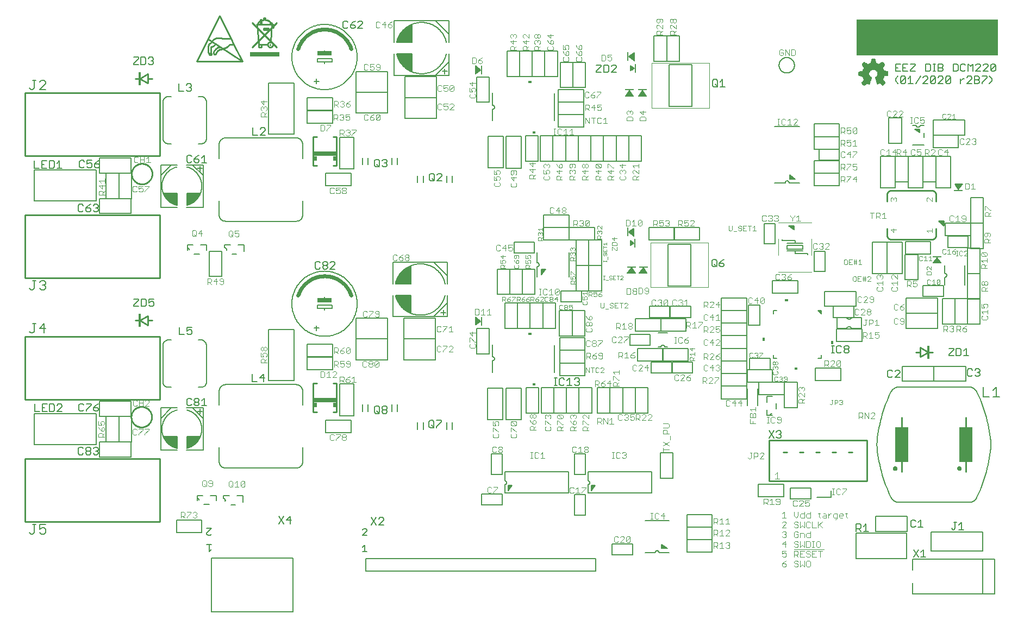
<source format=gto>
G75*
%MOIN*%
%OFA0B0*%
%FSLAX25Y25*%
%IPPOS*%
%LPD*%
%AMOC8*
5,1,8,0,0,1.08239X$1,22.5*
%
%ADD10R,0.01485X0.00015*%
%ADD11R,0.00045X0.00015*%
%ADD12R,0.00105X0.00015*%
%ADD13R,0.00165X0.00015*%
%ADD14R,0.00225X0.00015*%
%ADD15R,0.00285X0.00015*%
%ADD16R,0.00345X0.00015*%
%ADD17R,0.00405X0.00015*%
%ADD18R,0.00435X0.00015*%
%ADD19R,0.00465X0.00015*%
%ADD20R,0.00495X0.00015*%
%ADD21R,0.00540X0.00015*%
%ADD22R,0.00585X0.00015*%
%ADD23R,0.00645X0.00015*%
%ADD24R,0.00150X0.00015*%
%ADD25R,0.00675X0.00015*%
%ADD26R,0.00195X0.00015*%
%ADD27R,0.00705X0.00015*%
%ADD28R,0.00240X0.00015*%
%ADD29R,0.00735X0.00015*%
%ADD30R,0.00270X0.00015*%
%ADD31R,0.00765X0.00015*%
%ADD32R,0.00300X0.00015*%
%ADD33R,0.00810X0.00015*%
%ADD34R,0.00360X0.00015*%
%ADD35R,0.00855X0.00015*%
%ADD36R,0.00435X0.00015*%
%ADD37R,0.00915X0.00015*%
%ADD38R,0.00465X0.00015*%
%ADD39R,0.00945X0.00015*%
%ADD40R,0.00960X0.00015*%
%ADD41R,0.00525X0.00015*%
%ADD42R,0.00990X0.00015*%
%ADD43R,0.00555X0.00015*%
%ADD44R,0.01035X0.00015*%
%ADD45R,0.00600X0.00015*%
%ADD46R,0.01080X0.00015*%
%ADD47R,0.01125X0.00015*%
%ADD48R,0.01170X0.00015*%
%ADD49R,0.00720X0.00015*%
%ADD50R,0.01200X0.00015*%
%ADD51R,0.00750X0.00015*%
%ADD52R,0.01230X0.00015*%
%ADD53R,0.00780X0.00015*%
%ADD54R,0.01260X0.00015*%
%ADD55R,0.00810X0.00015*%
%ADD56R,0.01305X0.00015*%
%ADD57R,0.01365X0.00015*%
%ADD58R,0.00900X0.00015*%
%ADD59R,0.01395X0.00015*%
%ADD60R,0.01440X0.00015*%
%ADD61R,0.01470X0.00015*%
%ADD62R,0.01005X0.00015*%
%ADD63R,0.01500X0.00015*%
%ADD64R,0.01020X0.00015*%
%ADD65R,0.01530X0.00015*%
%ADD66R,0.01065X0.00015*%
%ADD67R,0.01575X0.00015*%
%ADD68R,0.01095X0.00015*%
%ADD69R,0.01635X0.00015*%
%ADD70R,0.01155X0.00015*%
%ADD71R,0.01680X0.00015*%
%ADD72R,0.01200X0.00015*%
%ADD73R,0.01710X0.00015*%
%ADD74R,0.01230X0.00015*%
%ADD75R,0.01725X0.00015*%
%ADD76R,0.01245X0.00015*%
%ADD77R,0.01755X0.00015*%
%ADD78R,0.01275X0.00015*%
%ADD79R,0.01800X0.00015*%
%ADD80R,0.01320X0.00015*%
%ADD81R,0.01860X0.00015*%
%ADD82R,0.01905X0.00015*%
%ADD83R,0.01410X0.00015*%
%ADD84R,0.01935X0.00015*%
%ADD85R,0.01455X0.00015*%
%ADD86R,0.01965X0.00015*%
%ADD87R,0.01485X0.00015*%
%ADD88R,0.01995X0.00015*%
%ADD89R,0.01515X0.00015*%
%ADD90R,0.02040X0.00015*%
%ADD91R,0.01530X0.00015*%
%ADD92R,0.02070X0.00015*%
%ADD93R,0.01575X0.00015*%
%ADD94R,0.02115X0.00015*%
%ADD95R,0.01620X0.00015*%
%ADD96R,0.02160X0.00015*%
%ADD97R,0.01665X0.00015*%
%ADD98R,0.02190X0.00015*%
%ADD99R,0.00075X0.00015*%
%ADD100R,0.01695X0.00015*%
%ADD101R,0.02220X0.00015*%
%ADD102R,0.00105X0.00015*%
%ADD103R,0.02235X0.00015*%
%ADD104R,0.00135X0.00015*%
%ADD105R,0.01755X0.00015*%
%ADD106R,0.02280X0.00015*%
%ADD107R,0.00180X0.00015*%
%ADD108R,0.01785X0.00015*%
%ADD109R,0.02340X0.00015*%
%ADD110R,0.00240X0.00015*%
%ADD111R,0.01830X0.00015*%
%ADD112R,0.02385X0.00015*%
%ADD113R,0.01890X0.00015*%
%ADD114R,0.02415X0.00015*%
%ADD115R,0.00330X0.00015*%
%ADD116R,0.00120X0.00015*%
%ADD117R,0.01920X0.00015*%
%ADD118R,0.02430X0.00015*%
%ADD119R,0.00375X0.00015*%
%ADD120R,0.02460X0.00015*%
%ADD121R,0.00405X0.00015*%
%ADD122R,0.00195X0.00015*%
%ADD123R,0.01965X0.00015*%
%ADD124R,0.02505X0.00015*%
%ADD125R,0.00210X0.00015*%
%ADD126R,0.02010X0.00015*%
%ADD127R,0.02535X0.00015*%
%ADD128R,0.00480X0.00015*%
%ADD129R,0.02580X0.00015*%
%ADD130R,0.00540X0.00015*%
%ADD131R,0.02085X0.00015*%
%ADD132R,0.02625X0.00015*%
%ADD133R,0.02130X0.00015*%
%ADD134R,0.02670X0.00015*%
%ADD135R,0.00630X0.00015*%
%ADD136R,0.02700X0.00015*%
%ADD137R,0.00660X0.00015*%
%ADD138R,0.00450X0.00015*%
%ADD139R,0.02190X0.00015*%
%ADD140R,0.02715X0.00015*%
%ADD141R,0.02205X0.00015*%
%ADD142R,0.02745X0.00015*%
%ADD143R,0.00510X0.00015*%
%ADD144R,0.02235X0.00015*%
%ADD145R,0.02775X0.00015*%
%ADD146R,0.02820X0.00015*%
%ADD147R,0.02310X0.00015*%
%ADD148R,0.02880X0.00015*%
%ADD149R,0.00855X0.00015*%
%ADD150R,0.02355X0.00015*%
%ADD151R,0.02895X0.00015*%
%ADD152R,0.00870X0.00015*%
%ADD153R,0.00660X0.00015*%
%ADD154R,0.02925X0.00015*%
%ADD155R,0.00690X0.00015*%
%ADD156R,0.02970X0.00015*%
%ADD157R,0.03000X0.00015*%
%ADD158R,0.00750X0.00015*%
%ADD159R,0.03045X0.00015*%
%ADD160R,0.01005X0.00015*%
%ADD161R,0.00780X0.00015*%
%ADD162R,0.02505X0.00015*%
%ADD163R,0.03090X0.00015*%
%ADD164R,0.01050X0.00015*%
%ADD165R,0.00825X0.00015*%
%ADD166R,0.02550X0.00015*%
%ADD167R,0.03135X0.00015*%
%ADD168R,0.01095X0.00015*%
%ADD169R,0.00870X0.00015*%
%ADD170R,0.03165X0.00015*%
%ADD171R,0.01125X0.00015*%
%ADD172R,0.02625X0.00015*%
%ADD173R,0.03195X0.00015*%
%ADD174R,0.01140X0.00015*%
%ADD175R,0.00930X0.00015*%
%ADD176R,0.02655X0.00015*%
%ADD177R,0.03210X0.00015*%
%ADD178R,0.00960X0.00015*%
%ADD179R,0.03240X0.00015*%
%ADD180R,0.02700X0.00015*%
%ADD181R,0.03285X0.00015*%
%ADD182R,0.01245X0.00015*%
%ADD183R,0.02745X0.00015*%
%ADD184R,0.03330X0.00015*%
%ADD185R,0.02790X0.00015*%
%ADD186R,0.03360X0.00015*%
%ADD187R,0.01110X0.00015*%
%ADD188R,0.02835X0.00015*%
%ADD189R,0.03390X0.00015*%
%ADD190R,0.01335X0.00015*%
%ADD191R,0.01140X0.00015*%
%ADD192R,0.02865X0.00015*%
%ADD193R,0.03420X0.00015*%
%ADD194R,0.01155X0.00015*%
%ADD195R,0.04905X0.00015*%
%ADD196R,0.04920X0.00015*%
%ADD197R,0.02940X0.00015*%
%ADD198R,0.04950X0.00015*%
%ADD199R,0.02985X0.00015*%
%ADD200R,0.04965X0.00015*%
%ADD201R,0.01275X0.00015*%
%ADD202R,0.03015X0.00015*%
%ADD203R,0.04980X0.00015*%
%ADD204R,0.03045X0.00015*%
%ADD205R,0.05010X0.00015*%
%ADD206R,0.01335X0.00015*%
%ADD207R,0.03075X0.00015*%
%ADD208R,0.01350X0.00015*%
%ADD209R,0.03105X0.00015*%
%ADD210R,0.05040X0.00015*%
%ADD211R,0.01380X0.00015*%
%ADD212R,0.05040X0.00015*%
%ADD213R,0.01410X0.00015*%
%ADD214R,0.03180X0.00015*%
%ADD215R,0.05070X0.00015*%
%ADD216R,0.03225X0.00015*%
%ADD217R,0.03255X0.00015*%
%ADD218R,0.05085X0.00015*%
%ADD219R,0.01515X0.00015*%
%ADD220R,0.03300X0.00015*%
%ADD221R,0.05100X0.00015*%
%ADD222R,0.04935X0.00015*%
%ADD223R,0.05115X0.00015*%
%ADD224R,0.04995X0.00015*%
%ADD225R,0.05130X0.00015*%
%ADD226R,0.05010X0.00015*%
%ADD227R,0.05130X0.00015*%
%ADD228R,0.05010X0.00015*%
%ADD229R,0.05025X0.00015*%
%ADD230R,0.05040X0.00015*%
%ADD231R,0.05055X0.00015*%
%ADD232R,0.05130X0.00015*%
%ADD233R,0.05085X0.00015*%
%ADD234R,0.05115X0.00015*%
%ADD235R,0.05145X0.00015*%
%ADD236R,0.05160X0.00015*%
%ADD237R,0.05130X0.00015*%
%ADD238R,0.05190X0.00015*%
%ADD239R,0.05190X0.00015*%
%ADD240R,0.05205X0.00015*%
%ADD241R,0.05220X0.00015*%
%ADD242R,0.05070X0.00015*%
%ADD243R,0.05085X0.00015*%
%ADD244R,0.05205X0.00015*%
%ADD245R,0.05220X0.00015*%
%ADD246R,0.05055X0.00015*%
%ADD247R,0.05025X0.00015*%
%ADD248R,0.05205X0.00015*%
%ADD249R,0.05025X0.00015*%
%ADD250R,0.05190X0.00015*%
%ADD251R,0.05190X0.00015*%
%ADD252R,0.04995X0.00015*%
%ADD253R,0.05175X0.00015*%
%ADD254R,0.04950X0.00015*%
%ADD255R,0.05145X0.00015*%
%ADD256R,0.05145X0.00015*%
%ADD257R,0.04920X0.00015*%
%ADD258R,0.04905X0.00015*%
%ADD259R,0.04905X0.00015*%
%ADD260R,0.05115X0.00015*%
%ADD261R,0.04890X0.00015*%
%ADD262R,0.04890X0.00015*%
%ADD263R,0.04875X0.00015*%
%ADD264R,0.04845X0.00015*%
%ADD265R,0.04830X0.00015*%
%ADD266R,0.04830X0.00015*%
%ADD267R,0.05070X0.00015*%
%ADD268R,0.04830X0.00015*%
%ADD269R,0.04815X0.00015*%
%ADD270R,0.04800X0.00015*%
%ADD271R,0.04800X0.00015*%
%ADD272R,0.05010X0.00015*%
%ADD273R,0.04785X0.00015*%
%ADD274R,0.04770X0.00015*%
%ADD275R,0.04770X0.00015*%
%ADD276R,0.04755X0.00015*%
%ADD277R,0.04740X0.00015*%
%ADD278R,0.04725X0.00015*%
%ADD279R,0.04725X0.00015*%
%ADD280R,0.04980X0.00015*%
%ADD281R,0.04710X0.00015*%
%ADD282R,0.04725X0.00015*%
%ADD283R,0.04710X0.00015*%
%ADD284R,0.04695X0.00015*%
%ADD285R,0.04680X0.00015*%
%ADD286R,0.04695X0.00015*%
%ADD287R,0.04680X0.00015*%
%ADD288R,0.04905X0.00015*%
%ADD289R,0.04665X0.00015*%
%ADD290R,0.04650X0.00015*%
%ADD291R,0.04635X0.00015*%
%ADD292R,0.04620X0.00015*%
%ADD293R,0.04620X0.00015*%
%ADD294R,0.04890X0.00015*%
%ADD295R,0.04605X0.00015*%
%ADD296R,0.04605X0.00015*%
%ADD297R,0.04590X0.00015*%
%ADD298R,0.04845X0.00015*%
%ADD299R,0.04575X0.00015*%
%ADD300R,0.04590X0.00015*%
%ADD301R,0.04575X0.00015*%
%ADD302R,0.04845X0.00015*%
%ADD303R,0.04560X0.00015*%
%ADD304R,0.04545X0.00015*%
%ADD305R,0.04530X0.00015*%
%ADD306R,0.04515X0.00015*%
%ADD307R,0.04530X0.00015*%
%ADD308R,0.04500X0.00015*%
%ADD309R,0.04515X0.00015*%
%ADD310R,0.04785X0.00015*%
%ADD311R,0.04485X0.00015*%
%ADD312R,0.04755X0.00015*%
%ADD313R,0.04470X0.00015*%
%ADD314R,0.04740X0.00015*%
%ADD315R,0.04485X0.00015*%
%ADD316R,0.04755X0.00015*%
%ADD317R,0.04545X0.00015*%
%ADD318R,0.04695X0.00015*%
%ADD319R,0.04680X0.00015*%
%ADD320R,0.04665X0.00015*%
%ADD321R,0.04725X0.00015*%
%ADD322R,0.04680X0.00015*%
%ADD323R,0.04860X0.00015*%
%ADD324R,0.04740X0.00015*%
%ADD325R,0.04875X0.00015*%
%ADD326R,0.04965X0.00015*%
%ADD327R,0.04860X0.00015*%
%ADD328R,0.04995X0.00015*%
%ADD329R,0.04875X0.00015*%
%ADD330R,0.04980X0.00015*%
%ADD331R,0.05235X0.00015*%
%ADD332R,0.05235X0.00015*%
%ADD333R,0.05250X0.00015*%
%ADD334R,0.05280X0.00015*%
%ADD335R,0.05295X0.00015*%
%ADD336R,0.05325X0.00015*%
%ADD337R,0.05340X0.00015*%
%ADD338R,0.05235X0.00015*%
%ADD339R,0.05355X0.00015*%
%ADD340R,0.05370X0.00015*%
%ADD341R,0.05265X0.00015*%
%ADD342R,0.05370X0.00015*%
%ADD343R,0.05280X0.00015*%
%ADD344R,0.05385X0.00015*%
%ADD345R,0.05295X0.00015*%
%ADD346R,0.05400X0.00015*%
%ADD347R,0.05415X0.00015*%
%ADD348R,0.05310X0.00015*%
%ADD349R,0.05430X0.00015*%
%ADD350R,0.05445X0.00015*%
%ADD351R,0.05460X0.00015*%
%ADD352R,0.05355X0.00015*%
%ADD353R,0.05475X0.00015*%
%ADD354R,0.05505X0.00015*%
%ADD355R,0.05520X0.00015*%
%ADD356R,0.05535X0.00015*%
%ADD357R,0.05550X0.00015*%
%ADD358R,0.05550X0.00015*%
%ADD359R,0.05475X0.00015*%
%ADD360R,0.05490X0.00015*%
%ADD361R,0.05475X0.00015*%
%ADD362R,0.05385X0.00015*%
%ADD363R,0.05370X0.00015*%
%ADD364R,0.05325X0.00015*%
%ADD365R,0.05310X0.00015*%
%ADD366R,0.05265X0.00015*%
%ADD367R,0.05175X0.00015*%
%ADD368R,0.04980X0.00015*%
%ADD369R,0.04965X0.00015*%
%ADD370R,0.04860X0.00015*%
%ADD371R,0.04845X0.00015*%
%ADD372R,0.04815X0.00015*%
%ADD373R,0.04770X0.00015*%
%ADD374R,0.05295X0.00015*%
%ADD375R,0.04635X0.00015*%
%ADD376R,0.05610X0.00015*%
%ADD377R,0.05700X0.00015*%
%ADD378R,0.05760X0.00015*%
%ADD379R,0.05805X0.00015*%
%ADD380R,0.05850X0.00015*%
%ADD381R,0.05895X0.00015*%
%ADD382R,0.06000X0.00015*%
%ADD383R,0.06135X0.00015*%
%ADD384R,0.06225X0.00015*%
%ADD385R,0.06300X0.00015*%
%ADD386R,0.06330X0.00015*%
%ADD387R,0.06375X0.00015*%
%ADD388R,0.06450X0.00015*%
%ADD389R,0.06570X0.00015*%
%ADD390R,0.05565X0.00015*%
%ADD391R,0.06690X0.00015*%
%ADD392R,0.06735X0.00015*%
%ADD393R,0.05790X0.00015*%
%ADD394R,0.06765X0.00015*%
%ADD395R,0.05850X0.00015*%
%ADD396R,0.06780X0.00015*%
%ADD397R,0.05895X0.00015*%
%ADD398R,0.06795X0.00015*%
%ADD399R,0.05955X0.00015*%
%ADD400R,0.06810X0.00015*%
%ADD401R,0.06060X0.00015*%
%ADD402R,0.06195X0.00015*%
%ADD403R,0.06825X0.00015*%
%ADD404R,0.06330X0.00015*%
%ADD405R,0.06840X0.00015*%
%ADD406R,0.06390X0.00015*%
%ADD407R,0.06495X0.00015*%
%ADD408R,0.06840X0.00015*%
%ADD409R,0.06555X0.00015*%
%ADD410R,0.06825X0.00015*%
%ADD411R,0.06645X0.00015*%
%ADD412R,0.06825X0.00015*%
%ADD413R,0.06705X0.00015*%
%ADD414R,0.06705X0.00015*%
%ADD415R,0.06810X0.00015*%
%ADD416R,0.06720X0.00015*%
%ADD417R,0.06795X0.00015*%
%ADD418R,0.06750X0.00015*%
%ADD419R,0.06765X0.00015*%
%ADD420R,0.06795X0.00015*%
%ADD421R,0.06780X0.00015*%
%ADD422R,0.06780X0.00015*%
%ADD423R,0.06750X0.00015*%
%ADD424R,0.06720X0.00015*%
%ADD425R,0.06720X0.00015*%
%ADD426R,0.06705X0.00015*%
%ADD427R,0.06705X0.00015*%
%ADD428R,0.06690X0.00015*%
%ADD429R,0.06675X0.00015*%
%ADD430R,0.06690X0.00015*%
%ADD431R,0.06675X0.00015*%
%ADD432R,0.06675X0.00015*%
%ADD433R,0.06660X0.00015*%
%ADD434R,0.06675X0.00015*%
%ADD435R,0.06660X0.00015*%
%ADD436R,0.06660X0.00015*%
%ADD437R,0.06645X0.00015*%
%ADD438R,0.06630X0.00015*%
%ADD439R,0.06660X0.00015*%
%ADD440R,0.06630X0.00015*%
%ADD441R,0.06645X0.00015*%
%ADD442R,0.06735X0.00015*%
%ADD443R,0.06765X0.00015*%
%ADD444R,0.06780X0.00015*%
%ADD445R,0.06825X0.00015*%
%ADD446R,0.06855X0.00015*%
%ADD447R,0.06855X0.00015*%
%ADD448R,0.06870X0.00015*%
%ADD449R,0.06885X0.00015*%
%ADD450R,0.06525X0.00015*%
%ADD451R,0.06405X0.00015*%
%ADD452R,0.06255X0.00015*%
%ADD453R,0.06165X0.00015*%
%ADD454R,0.06870X0.00015*%
%ADD455R,0.06120X0.00015*%
%ADD456R,0.06885X0.00015*%
%ADD457R,0.06060X0.00015*%
%ADD458R,0.06015X0.00015*%
%ADD459R,0.05910X0.00015*%
%ADD460R,0.05670X0.00015*%
%ADD461R,0.05595X0.00015*%
%ADD462R,0.06585X0.00015*%
%ADD463R,0.05160X0.00015*%
%ADD464R,0.06390X0.00015*%
%ADD465R,0.05025X0.00015*%
%ADD466R,0.06330X0.00015*%
%ADD467R,0.06075X0.00015*%
%ADD468R,0.05820X0.00015*%
%ADD469R,0.05775X0.00015*%
%ADD470R,0.05685X0.00015*%
%ADD471R,0.05460X0.00015*%
%ADD472R,0.04860X0.00015*%
%ADD473R,0.04935X0.00015*%
%ADD474R,0.05160X0.00015*%
%ADD475R,0.05325X0.00015*%
%ADD476R,0.05340X0.00015*%
%ADD477R,0.05355X0.00015*%
%ADD478R,0.05430X0.00015*%
%ADD479R,0.05535X0.00015*%
%ADD480R,0.05595X0.00015*%
%ADD481R,0.05640X0.00015*%
%ADD482R,0.05640X0.00015*%
%ADD483R,0.05670X0.00015*%
%ADD484R,0.05685X0.00015*%
%ADD485R,0.05700X0.00015*%
%ADD486R,0.05715X0.00015*%
%ADD487R,0.05715X0.00015*%
%ADD488R,0.05730X0.00015*%
%ADD489R,0.05745X0.00015*%
%ADD490R,0.05760X0.00015*%
%ADD491R,0.06000X0.00015*%
%ADD492R,0.06105X0.00015*%
%ADD493R,0.06180X0.00015*%
%ADD494R,0.06210X0.00015*%
%ADD495R,0.12690X0.00015*%
%ADD496R,0.12675X0.00015*%
%ADD497R,0.12660X0.00015*%
%ADD498R,0.12660X0.00015*%
%ADD499R,0.12645X0.00015*%
%ADD500R,0.12615X0.00015*%
%ADD501R,0.12600X0.00015*%
%ADD502R,0.12585X0.00015*%
%ADD503R,0.12555X0.00015*%
%ADD504R,0.12540X0.00015*%
%ADD505R,0.12525X0.00015*%
%ADD506R,0.12510X0.00015*%
%ADD507R,0.12510X0.00015*%
%ADD508R,0.12480X0.00015*%
%ADD509R,0.12450X0.00015*%
%ADD510R,0.12435X0.00015*%
%ADD511R,0.12420X0.00015*%
%ADD512R,0.12390X0.00015*%
%ADD513R,0.12375X0.00015*%
%ADD514R,0.12360X0.00015*%
%ADD515R,0.12330X0.00015*%
%ADD516R,0.12300X0.00015*%
%ADD517R,0.12285X0.00015*%
%ADD518R,0.12270X0.00015*%
%ADD519R,0.12255X0.00015*%
%ADD520R,0.12240X0.00015*%
%ADD521R,0.12225X0.00015*%
%ADD522R,0.12195X0.00015*%
%ADD523R,0.12165X0.00015*%
%ADD524R,0.12150X0.00015*%
%ADD525R,0.12135X0.00015*%
%ADD526R,0.12120X0.00015*%
%ADD527R,0.12090X0.00015*%
%ADD528R,0.12075X0.00015*%
%ADD529R,0.12060X0.00015*%
%ADD530R,0.12045X0.00015*%
%ADD531R,0.12015X0.00015*%
%ADD532R,0.12000X0.00015*%
%ADD533R,0.11985X0.00015*%
%ADD534R,0.11955X0.00015*%
%ADD535R,0.11940X0.00015*%
%ADD536R,0.11925X0.00015*%
%ADD537R,0.11910X0.00015*%
%ADD538R,0.11910X0.00015*%
%ADD539R,0.11880X0.00015*%
%ADD540R,0.11850X0.00015*%
%ADD541R,0.11835X0.00015*%
%ADD542R,0.11805X0.00015*%
%ADD543R,0.11775X0.00015*%
%ADD544R,0.11760X0.00015*%
%ADD545R,0.11745X0.00015*%
%ADD546R,0.11730X0.00015*%
%ADD547R,0.11700X0.00015*%
%ADD548R,0.11700X0.00015*%
%ADD549R,0.11685X0.00015*%
%ADD550R,0.11655X0.00015*%
%ADD551R,0.11640X0.00015*%
%ADD552R,0.11625X0.00015*%
%ADD553R,0.11625X0.00015*%
%ADD554R,0.11670X0.00015*%
%ADD555R,0.11715X0.00015*%
%ADD556R,0.11790X0.00015*%
%ADD557R,0.11820X0.00015*%
%ADD558R,0.11820X0.00015*%
%ADD559R,0.11880X0.00015*%
%ADD560R,0.11895X0.00015*%
%ADD561R,0.11970X0.00015*%
%ADD562R,0.12045X0.00015*%
%ADD563R,0.12075X0.00015*%
%ADD564R,0.12105X0.00015*%
%ADD565R,0.12135X0.00015*%
%ADD566R,0.12165X0.00015*%
%ADD567R,0.12180X0.00015*%
%ADD568R,0.12195X0.00015*%
%ADD569R,0.12210X0.00015*%
%ADD570R,0.12225X0.00015*%
%ADD571R,0.12255X0.00015*%
%ADD572R,0.12360X0.00015*%
%ADD573R,0.12390X0.00015*%
%ADD574R,0.12405X0.00015*%
%ADD575R,0.12435X0.00015*%
%ADD576R,0.12480X0.00015*%
%ADD577R,0.12480X0.00015*%
%ADD578R,0.12510X0.00015*%
%ADD579R,0.12570X0.00015*%
%ADD580R,0.12630X0.00015*%
%ADD581R,0.12675X0.00015*%
%ADD582R,0.12705X0.00015*%
%ADD583R,0.12735X0.00015*%
%ADD584R,0.12750X0.00015*%
%ADD585R,0.12780X0.00015*%
%ADD586R,0.12795X0.00015*%
%ADD587R,0.12810X0.00015*%
%ADD588R,0.12840X0.00015*%
%ADD589R,0.12855X0.00015*%
%ADD590R,0.12885X0.00015*%
%ADD591R,0.12900X0.00015*%
%ADD592R,0.12915X0.00015*%
%ADD593R,0.12945X0.00015*%
%ADD594R,0.12960X0.00015*%
%ADD595R,0.12990X0.00015*%
%ADD596R,0.13005X0.00015*%
%ADD597R,0.13020X0.00015*%
%ADD598R,0.13035X0.00015*%
%ADD599R,0.13065X0.00015*%
%ADD600R,0.13080X0.00015*%
%ADD601R,0.13110X0.00015*%
%ADD602R,0.13125X0.00015*%
%ADD603R,0.13155X0.00015*%
%ADD604R,0.13170X0.00015*%
%ADD605R,0.13200X0.00015*%
%ADD606R,0.13230X0.00015*%
%ADD607R,0.13260X0.00015*%
%ADD608R,0.13290X0.00015*%
%ADD609R,0.13320X0.00015*%
%ADD610R,0.13350X0.00015*%
%ADD611R,0.13365X0.00015*%
%ADD612R,0.13395X0.00015*%
%ADD613R,0.13425X0.00015*%
%ADD614R,0.13455X0.00015*%
%ADD615R,0.13470X0.00015*%
%ADD616R,0.13500X0.00015*%
%ADD617R,0.13530X0.00015*%
%ADD618R,0.13560X0.00015*%
%ADD619R,0.13575X0.00015*%
%ADD620R,0.13605X0.00015*%
%ADD621R,0.13635X0.00015*%
%ADD622R,0.13650X0.00015*%
%ADD623R,0.13680X0.00015*%
%ADD624R,0.13695X0.00015*%
%ADD625R,0.13725X0.00015*%
%ADD626R,0.13740X0.00015*%
%ADD627R,0.13770X0.00015*%
%ADD628R,0.13785X0.00015*%
%ADD629R,0.13800X0.00015*%
%ADD630R,0.13830X0.00015*%
%ADD631R,0.13860X0.00015*%
%ADD632R,0.13875X0.00015*%
%ADD633R,0.13905X0.00015*%
%ADD634R,0.13935X0.00015*%
%ADD635R,0.13950X0.00015*%
%ADD636R,0.13980X0.00015*%
%ADD637R,0.14010X0.00015*%
%ADD638R,0.14025X0.00015*%
%ADD639R,0.14055X0.00015*%
%ADD640R,0.14070X0.00015*%
%ADD641R,0.14085X0.00015*%
%ADD642R,0.14115X0.00015*%
%ADD643R,0.14145X0.00015*%
%ADD644R,0.14160X0.00015*%
%ADD645R,0.14190X0.00015*%
%ADD646R,0.14205X0.00015*%
%ADD647R,0.14220X0.00015*%
%ADD648R,0.14235X0.00015*%
%ADD649R,0.14265X0.00015*%
%ADD650R,0.14280X0.00015*%
%ADD651R,0.14295X0.00015*%
%ADD652R,0.14295X0.00015*%
%ADD653R,0.14250X0.00015*%
%ADD654R,0.14205X0.00015*%
%ADD655R,0.14175X0.00015*%
%ADD656R,0.14160X0.00015*%
%ADD657R,0.14130X0.00015*%
%ADD658R,0.14100X0.00015*%
%ADD659R,0.14040X0.00015*%
%ADD660R,0.14010X0.00015*%
%ADD661R,0.03465X0.00015*%
%ADD662R,0.10440X0.00015*%
%ADD663R,0.03420X0.00015*%
%ADD664R,0.10395X0.00015*%
%ADD665R,0.03375X0.00015*%
%ADD666R,0.10335X0.00015*%
%ADD667R,0.03570X0.00015*%
%ADD668R,0.06600X0.00015*%
%ADD669R,0.03525X0.00015*%
%ADD670R,0.03270X0.00015*%
%ADD671R,0.03495X0.00015*%
%ADD672R,0.03210X0.00015*%
%ADD673R,0.06480X0.00015*%
%ADD674R,0.03435X0.00015*%
%ADD675R,0.03165X0.00015*%
%ADD676R,0.03390X0.00015*%
%ADD677R,0.03120X0.00015*%
%ADD678R,0.06315X0.00015*%
%ADD679R,0.03345X0.00015*%
%ADD680R,0.03090X0.00015*%
%ADD681R,0.03075X0.00015*%
%ADD682R,0.06225X0.00015*%
%ADD683R,0.03270X0.00015*%
%ADD684R,0.06180X0.00015*%
%ADD685R,0.02970X0.00015*%
%ADD686R,0.06075X0.00015*%
%ADD687R,0.03195X0.00015*%
%ADD688R,0.02925X0.00015*%
%ADD689R,0.05985X0.00015*%
%ADD690R,0.03135X0.00015*%
%ADD691R,0.02850X0.00015*%
%ADD692R,0.05835X0.00015*%
%ADD693R,0.03030X0.00015*%
%ADD694R,0.02805X0.00015*%
%ADD695R,0.02730X0.00015*%
%ADD696R,0.05625X0.00015*%
%ADD697R,0.02925X0.00015*%
%ADD698R,0.02640X0.00015*%
%ADD699R,0.02595X0.00015*%
%ADD700R,0.02565X0.00015*%
%ADD701R,0.02760X0.00015*%
%ADD702R,0.02520X0.00015*%
%ADD703R,0.02730X0.00015*%
%ADD704R,0.02475X0.00015*%
%ADD705R,0.02685X0.00015*%
%ADD706R,0.02445X0.00015*%
%ADD707R,0.02400X0.00015*%
%ADD708R,0.02370X0.00015*%
%ADD709R,0.02565X0.00015*%
%ADD710R,0.02340X0.00015*%
%ADD711R,0.02325X0.00015*%
%ADD712R,0.02505X0.00015*%
%ADD713R,0.02280X0.00015*%
%ADD714R,0.02460X0.00015*%
%ADD715R,0.04560X0.00015*%
%ADD716R,0.02190X0.00015*%
%ADD717R,0.04440X0.00015*%
%ADD718R,0.02370X0.00015*%
%ADD719R,0.02145X0.00015*%
%ADD720R,0.04365X0.00015*%
%ADD721R,0.04320X0.00015*%
%ADD722R,0.02310X0.00015*%
%ADD723R,0.02100X0.00015*%
%ADD724R,0.04260X0.00015*%
%ADD725R,0.04200X0.00015*%
%ADD726R,0.02265X0.00015*%
%ADD727R,0.02040X0.00015*%
%ADD728R,0.04095X0.00015*%
%ADD729R,0.02220X0.00015*%
%ADD730R,0.03915X0.00015*%
%ADD731R,0.02175X0.00015*%
%ADD732R,0.03765X0.00015*%
%ADD733R,0.03675X0.00015*%
%ADD734R,0.01890X0.00015*%
%ADD735R,0.03615X0.00015*%
%ADD736R,0.02055X0.00015*%
%ADD737R,0.01860X0.00015*%
%ADD738R,0.03555X0.00015*%
%ADD739R,0.01815X0.00015*%
%ADD740R,0.03450X0.00015*%
%ADD741R,0.01725X0.00015*%
%ADD742R,0.03315X0.00015*%
%ADD743R,0.01905X0.00015*%
%ADD744R,0.01680X0.00015*%
%ADD745R,0.01650X0.00015*%
%ADD746R,0.01620X0.00015*%
%ADD747R,0.01590X0.00015*%
%ADD748R,0.01770X0.00015*%
%ADD749R,0.01560X0.00015*%
%ADD750R,0.03240X0.00015*%
%ADD751R,0.01740X0.00015*%
%ADD752R,0.01665X0.00015*%
%ADD753R,0.01455X0.00015*%
%ADD754R,0.01635X0.00015*%
%ADD755R,0.01410X0.00015*%
%ADD756R,0.01395X0.00015*%
%ADD757R,0.01365X0.00015*%
%ADD758R,0.01335X0.00015*%
%ADD759R,0.01290X0.00015*%
%ADD760R,0.03210X0.00015*%
%ADD761R,0.01455X0.00015*%
%ADD762R,0.01185X0.00015*%
%ADD763R,0.01290X0.00015*%
%ADD764R,0.01110X0.00015*%
%ADD765R,0.01260X0.00015*%
%ADD766R,0.03180X0.00015*%
%ADD767R,0.00975X0.00015*%
%ADD768R,0.03150X0.00015*%
%ADD769R,0.00885X0.00015*%
%ADD770R,0.03150X0.00015*%
%ADD771R,0.01050X0.00015*%
%ADD772R,0.00795X0.00015*%
%ADD773R,0.00885X0.00015*%
%ADD774R,0.00690X0.00015*%
%ADD775R,0.00840X0.00015*%
%ADD776R,0.00570X0.00015*%
%ADD777R,0.00525X0.00015*%
%ADD778R,0.03105X0.00015*%
%ADD779R,0.00660X0.00015*%
%ADD780R,0.00615X0.00015*%
%ADD781R,0.00420X0.00015*%
%ADD782R,0.00555X0.00015*%
%ADD783R,0.00390X0.00015*%
%ADD784R,0.00525X0.00015*%
%ADD785R,0.00360X0.00015*%
%ADD786R,0.00495X0.00015*%
%ADD787R,0.03075X0.00015*%
%ADD788R,0.00450X0.00015*%
%ADD789R,0.00225X0.00015*%
%ADD790R,0.00345X0.00015*%
%ADD791R,0.00255X0.00015*%
%ADD792R,0.03060X0.00015*%
%ADD793R,0.00180X0.00015*%
%ADD794R,0.00075X0.00015*%
%ADD795R,0.03000X0.00015*%
%ADD796R,0.02955X0.00015*%
%ADD797R,0.02940X0.00015*%
%ADD798R,0.02940X0.00015*%
%ADD799R,0.02910X0.00015*%
%ADD800R,0.02910X0.00015*%
%ADD801R,0.02865X0.00015*%
%ADD802R,0.02805X0.00015*%
%ADD803R,0.02775X0.00015*%
%ADD804R,0.02760X0.00015*%
%ADD805R,0.02655X0.00015*%
%ADD806R,0.02640X0.00015*%
%ADD807R,0.02610X0.00015*%
%ADD808R,0.02595X0.00015*%
%ADD809R,0.02535X0.00015*%
%ADD810R,0.02475X0.00015*%
%ADD811R,0.02175X0.00015*%
%ADD812R,0.01575X0.00015*%
%ADD813C,0.00500*%
%ADD814R,0.87000X0.22250*%
%ADD815C,0.00400*%
%ADD816C,0.00800*%
%ADD817C,0.00600*%
%ADD818C,0.01000*%
%ADD819R,0.18000X0.03000*%
%ADD820C,0.00300*%
%ADD821R,0.07874X0.21654*%
%ADD822C,0.01378*%
%ADD823C,0.00700*%
%ADD824C,0.00100*%
%ADD825R,0.01969X0.02953*%
%ADD826R,0.14000X0.03000*%
%ADD827R,0.01181X0.08268*%
%ADD828C,0.00200*%
%ADD829R,0.05512X0.00787*%
%ADD830R,0.09000X0.02500*%
%ADD831C,0.02400*%
%ADD832C,0.00394*%
%ADD833C,0.00787*%
%ADD834R,0.00787X0.05512*%
D10*
X0704827Y0359475D03*
D11*
X0701937Y0353765D03*
X0710142Y0354635D03*
X0713322Y0353930D03*
D12*
X0701937Y0353780D03*
D13*
X0701937Y0353795D03*
D14*
X0701937Y0353810D03*
D15*
X0701937Y0353825D03*
X0702027Y0368210D03*
D16*
X0701937Y0353840D03*
X0710187Y0354725D03*
D17*
X0710202Y0354740D03*
X0701937Y0353855D03*
D18*
X0701937Y0353870D03*
D19*
X0701937Y0353885D03*
D20*
X0701937Y0353900D03*
X0713322Y0354065D03*
D21*
X0701944Y0353915D03*
D22*
X0701952Y0353930D03*
X0704967Y0354740D03*
X0710277Y0354830D03*
D23*
X0710292Y0354845D03*
X0713307Y0354125D03*
X0701952Y0353945D03*
D24*
X0710134Y0354665D03*
X0713329Y0353945D03*
D25*
X0713307Y0354140D03*
X0704937Y0354785D03*
X0701952Y0353960D03*
D26*
X0713322Y0353960D03*
D27*
X0710322Y0354890D03*
X0704922Y0354800D03*
X0701952Y0353975D03*
D28*
X0713329Y0353975D03*
D29*
X0701952Y0353990D03*
D30*
X0710164Y0354710D03*
X0713329Y0353990D03*
D31*
X0704907Y0354815D03*
X0701952Y0354005D03*
D32*
X0705064Y0354635D03*
X0713329Y0354005D03*
X0712954Y0368255D03*
D33*
X0701959Y0354020D03*
D34*
X0713329Y0354020D03*
D35*
X0713292Y0354215D03*
X0701967Y0354035D03*
D36*
X0705027Y0354695D03*
X0710217Y0354755D03*
X0713322Y0354035D03*
D37*
X0710382Y0354965D03*
X0704847Y0354890D03*
X0701967Y0354050D03*
X0702057Y0367955D03*
D38*
X0702042Y0368135D03*
X0713322Y0354050D03*
D39*
X0713292Y0354245D03*
X0704832Y0354905D03*
X0701967Y0354065D03*
X0707352Y0370130D03*
X0712932Y0368015D03*
D40*
X0701974Y0354080D03*
D41*
X0713322Y0354080D03*
D42*
X0713284Y0354260D03*
X0710404Y0355010D03*
X0701974Y0354095D03*
X0712924Y0368000D03*
D43*
X0713322Y0354095D03*
D44*
X0701982Y0354110D03*
D45*
X0713314Y0354110D03*
X0702049Y0368090D03*
D46*
X0712924Y0367955D03*
X0710434Y0355040D03*
X0701974Y0354125D03*
D47*
X0701982Y0354140D03*
D48*
X0701989Y0354155D03*
X0704764Y0354995D03*
X0710464Y0355100D03*
X0712909Y0367925D03*
D49*
X0712939Y0368105D03*
X0713299Y0354155D03*
D50*
X0701989Y0354170D03*
D51*
X0713299Y0354170D03*
D52*
X0701989Y0354185D03*
X0702079Y0367835D03*
X0712909Y0367910D03*
D53*
X0712939Y0368075D03*
X0713299Y0354185D03*
D54*
X0701989Y0354200D03*
D55*
X0704884Y0354830D03*
X0713299Y0354200D03*
X0712939Y0368060D03*
D56*
X0710517Y0355160D03*
X0701997Y0354215D03*
D57*
X0701997Y0354230D03*
X0704697Y0355085D03*
X0713262Y0354425D03*
D58*
X0713285Y0354230D03*
X0704854Y0354875D03*
D59*
X0701997Y0354245D03*
D60*
X0702004Y0354260D03*
D61*
X0702004Y0354275D03*
X0710554Y0355250D03*
D62*
X0713277Y0354275D03*
D63*
X0702004Y0354290D03*
X0702094Y0367730D03*
X0712894Y0367805D03*
D64*
X0712924Y0367985D03*
X0702064Y0367925D03*
X0713284Y0354290D03*
D65*
X0702004Y0354305D03*
D66*
X0713277Y0354305D03*
D67*
X0702012Y0354320D03*
D68*
X0713277Y0354320D03*
D69*
X0702012Y0354335D03*
D70*
X0713277Y0354335D03*
D71*
X0702019Y0354350D03*
D72*
X0704764Y0355010D03*
X0710479Y0355115D03*
X0713270Y0354350D03*
D73*
X0702019Y0354365D03*
D74*
X0713269Y0354365D03*
D75*
X0713232Y0354575D03*
X0702027Y0354380D03*
D76*
X0713262Y0354380D03*
D77*
X0702027Y0354395D03*
D78*
X0704727Y0355040D03*
X0713262Y0354395D03*
D79*
X0702020Y0354410D03*
X0712879Y0367685D03*
D80*
X0712910Y0367865D03*
X0713254Y0354410D03*
X0704719Y0355055D03*
D81*
X0702034Y0354425D03*
D82*
X0702042Y0354440D03*
X0702117Y0367565D03*
D83*
X0713254Y0354440D03*
D84*
X0713217Y0354665D03*
X0702042Y0354455D03*
X0702117Y0367550D03*
X0707532Y0370100D03*
D85*
X0710547Y0355235D03*
X0713247Y0354455D03*
D86*
X0702042Y0354470D03*
D87*
X0713247Y0354470D03*
D88*
X0702042Y0354485D03*
X0702117Y0367535D03*
D89*
X0713247Y0354485D03*
D90*
X0713209Y0354710D03*
X0702049Y0354500D03*
X0712864Y0367595D03*
D91*
X0712894Y0367790D03*
X0713239Y0354500D03*
D92*
X0702049Y0354515D03*
X0702124Y0367505D03*
D93*
X0713247Y0354515D03*
D94*
X0702057Y0354530D03*
D95*
X0713239Y0354530D03*
D96*
X0713194Y0354755D03*
X0702064Y0354545D03*
D97*
X0713232Y0354545D03*
D98*
X0702064Y0354560D03*
D99*
X0705117Y0354560D03*
D100*
X0713232Y0354560D03*
D101*
X0702064Y0354575D03*
D102*
X0705117Y0354575D03*
D103*
X0702072Y0354590D03*
X0702132Y0367430D03*
X0707547Y0370055D03*
D104*
X0705117Y0354590D03*
D105*
X0713232Y0354590D03*
D106*
X0713179Y0354815D03*
X0702079Y0354605D03*
D107*
X0705094Y0354605D03*
D108*
X0713232Y0354605D03*
X0702102Y0367625D03*
D109*
X0702079Y0354620D03*
D110*
X0705079Y0354620D03*
D111*
X0713224Y0354620D03*
X0712879Y0367670D03*
D112*
X0713172Y0354860D03*
X0702087Y0354635D03*
D113*
X0713224Y0354635D03*
D114*
X0713172Y0354875D03*
X0702087Y0354650D03*
X0712827Y0367430D03*
D115*
X0702035Y0368195D03*
X0705049Y0354650D03*
D116*
X0710134Y0354650D03*
X0702034Y0368240D03*
D117*
X0713224Y0354650D03*
D118*
X0713164Y0354890D03*
X0702094Y0354665D03*
X0707539Y0369980D03*
D119*
X0705042Y0354665D03*
D120*
X0702094Y0354680D03*
X0713164Y0354905D03*
D121*
X0705042Y0354680D03*
D122*
X0710142Y0354680D03*
D123*
X0713217Y0354680D03*
X0712872Y0367625D03*
D124*
X0702102Y0354695D03*
D125*
X0710149Y0354695D03*
D126*
X0713209Y0354695D03*
X0712864Y0367610D03*
D127*
X0712812Y0367385D03*
X0707532Y0369725D03*
X0707532Y0369740D03*
X0707532Y0369755D03*
X0707532Y0369785D03*
X0702102Y0354710D03*
D128*
X0705019Y0354710D03*
X0710224Y0354785D03*
X0712954Y0368195D03*
D129*
X0712804Y0367355D03*
X0707539Y0369650D03*
X0713149Y0354950D03*
X0702110Y0354725D03*
D130*
X0704989Y0354725D03*
X0710254Y0354815D03*
D131*
X0713202Y0354725D03*
X0712857Y0367565D03*
D132*
X0702117Y0354740D03*
D133*
X0713194Y0354740D03*
X0712849Y0367550D03*
X0702124Y0367475D03*
D134*
X0702185Y0367235D03*
X0707524Y0369440D03*
X0707524Y0369455D03*
X0713135Y0354995D03*
X0702124Y0354755D03*
D135*
X0704959Y0354755D03*
X0702049Y0368075D03*
D136*
X0707524Y0369320D03*
X0702124Y0354770D03*
D137*
X0704944Y0354770D03*
D138*
X0710224Y0354770D03*
D139*
X0713194Y0354770D03*
D140*
X0702132Y0354785D03*
X0707532Y0369215D03*
X0707532Y0369230D03*
X0707532Y0369245D03*
X0707532Y0369260D03*
X0707532Y0369275D03*
D141*
X0713187Y0354785D03*
D142*
X0702132Y0354800D03*
X0707532Y0369140D03*
D143*
X0710239Y0354800D03*
D144*
X0713187Y0354800D03*
D145*
X0702132Y0354815D03*
X0702192Y0367205D03*
X0712782Y0367280D03*
D146*
X0707524Y0368975D03*
X0707524Y0368990D03*
X0702199Y0367175D03*
X0702139Y0354830D03*
D147*
X0713179Y0354830D03*
D148*
X0713119Y0355085D03*
X0702139Y0354845D03*
X0702199Y0367145D03*
X0707524Y0368765D03*
X0707524Y0368780D03*
X0707524Y0368795D03*
X0707524Y0368810D03*
X0707524Y0368825D03*
X0707524Y0368840D03*
X0707524Y0368855D03*
X0712774Y0367235D03*
D149*
X0704862Y0354845D03*
D150*
X0713172Y0354845D03*
D151*
X0713112Y0355100D03*
X0702147Y0354860D03*
D152*
X0704854Y0354860D03*
D153*
X0710299Y0354860D03*
X0702049Y0368060D03*
D154*
X0702147Y0354875D03*
D155*
X0710314Y0354875D03*
D156*
X0702154Y0354890D03*
D157*
X0702154Y0354905D03*
X0707509Y0368405D03*
X0707509Y0368435D03*
X0707509Y0368450D03*
X0712759Y0367190D03*
D158*
X0712939Y0368090D03*
X0702049Y0368030D03*
X0710329Y0354905D03*
D159*
X0702162Y0354920D03*
D160*
X0704817Y0354920D03*
D161*
X0710344Y0354920D03*
D162*
X0713157Y0354920D03*
D163*
X0702169Y0354935D03*
X0707524Y0368165D03*
X0707524Y0368180D03*
X0707524Y0368195D03*
D164*
X0702064Y0367910D03*
X0704795Y0354935D03*
X0710419Y0355025D03*
D165*
X0710367Y0354935D03*
X0702057Y0368000D03*
D166*
X0707539Y0369710D03*
X0713149Y0354935D03*
D167*
X0713082Y0355205D03*
X0702177Y0354950D03*
X0707517Y0368000D03*
X0707517Y0368015D03*
X0707517Y0368030D03*
X0707517Y0368045D03*
X0707517Y0368060D03*
D168*
X0704787Y0354950D03*
D169*
X0710374Y0354950D03*
X0702049Y0367985D03*
D170*
X0707502Y0367940D03*
X0707502Y0367925D03*
X0702177Y0354965D03*
D171*
X0704787Y0354965D03*
X0702072Y0367880D03*
X0712917Y0367940D03*
D172*
X0712797Y0367340D03*
X0707532Y0369545D03*
X0707532Y0369560D03*
X0707532Y0369575D03*
X0702177Y0367265D03*
X0713142Y0354965D03*
D173*
X0702177Y0354980D03*
D174*
X0704779Y0354980D03*
D175*
X0710389Y0354980D03*
D176*
X0713142Y0354980D03*
X0707532Y0369485D03*
X0707532Y0369500D03*
X0707532Y0369515D03*
D177*
X0702184Y0354995D03*
D178*
X0710389Y0354995D03*
D179*
X0702184Y0355010D03*
D180*
X0713135Y0355010D03*
X0707524Y0369290D03*
X0707524Y0369305D03*
X0707524Y0369335D03*
X0707524Y0369350D03*
D181*
X0707517Y0367655D03*
X0702192Y0355025D03*
D182*
X0704742Y0355025D03*
X0710487Y0355130D03*
D183*
X0713127Y0355025D03*
D184*
X0702199Y0355040D03*
X0702244Y0366950D03*
D185*
X0707524Y0369035D03*
X0707524Y0369050D03*
X0713119Y0355040D03*
D186*
X0702199Y0355055D03*
X0707524Y0367625D03*
D187*
X0710449Y0355055D03*
D188*
X0713112Y0355055D03*
X0712782Y0367250D03*
X0707517Y0368945D03*
X0707517Y0368960D03*
D189*
X0702199Y0355070D03*
D190*
X0704712Y0355070D03*
D191*
X0710449Y0355070D03*
D192*
X0713112Y0355070D03*
X0707517Y0368870D03*
D193*
X0702199Y0355085D03*
D194*
X0710457Y0355085D03*
X0702072Y0367865D03*
D195*
X0703107Y0359495D03*
X0703347Y0359225D03*
X0703317Y0356150D03*
X0702927Y0355100D03*
X0711642Y0356840D03*
X0711657Y0356810D03*
X0712257Y0355280D03*
D196*
X0711739Y0356660D03*
X0711724Y0356690D03*
X0711724Y0356705D03*
X0711710Y0356735D03*
X0711664Y0359165D03*
X0711649Y0362930D03*
X0711634Y0362945D03*
X0711619Y0362960D03*
X0703099Y0362600D03*
X0703354Y0359210D03*
X0703369Y0359195D03*
X0703264Y0356075D03*
X0703249Y0356045D03*
X0703234Y0356015D03*
X0702919Y0355115D03*
D197*
X0713104Y0355115D03*
D198*
X0712264Y0355310D03*
X0711754Y0356630D03*
X0711229Y0358025D03*
X0711604Y0362990D03*
X0703445Y0362975D03*
X0703384Y0359165D03*
X0703399Y0359150D03*
X0703895Y0357860D03*
X0703895Y0357845D03*
X0703219Y0355985D03*
X0702919Y0355130D03*
D199*
X0713097Y0355130D03*
X0707517Y0368465D03*
D200*
X0703467Y0363005D03*
X0703452Y0362990D03*
X0703062Y0359510D03*
X0703197Y0355955D03*
X0703197Y0355940D03*
X0702912Y0355145D03*
X0711222Y0358040D03*
X0711762Y0356615D03*
X0711777Y0356600D03*
X0712272Y0355325D03*
X0711582Y0363005D03*
D201*
X0710502Y0355145D03*
D202*
X0713082Y0355145D03*
X0702222Y0367100D03*
D203*
X0703069Y0362585D03*
X0703414Y0359135D03*
X0703189Y0355925D03*
X0703174Y0355895D03*
X0702904Y0355160D03*
X0711784Y0356585D03*
X0711799Y0356555D03*
X0711799Y0356540D03*
X0711814Y0356525D03*
D204*
X0713082Y0355160D03*
X0712752Y0367160D03*
X0707517Y0368315D03*
X0707517Y0368330D03*
X0707517Y0368345D03*
X0702222Y0367085D03*
D205*
X0703489Y0363050D03*
X0711589Y0359075D03*
X0711889Y0356390D03*
X0702904Y0355190D03*
X0702904Y0355175D03*
D206*
X0710517Y0355175D03*
D207*
X0713082Y0355175D03*
D208*
X0710524Y0355190D03*
X0712910Y0367850D03*
D209*
X0707517Y0368075D03*
X0707517Y0368090D03*
X0707517Y0368105D03*
X0707517Y0368135D03*
X0707517Y0368150D03*
X0713082Y0355190D03*
D210*
X0711919Y0356330D03*
X0711904Y0356345D03*
X0703084Y0355745D03*
X0703084Y0355730D03*
X0703069Y0355715D03*
X0702904Y0355205D03*
X0703504Y0363065D03*
X0703519Y0363080D03*
D211*
X0710524Y0355205D03*
D212*
X0702904Y0355220D03*
D213*
X0710539Y0355220D03*
D214*
X0713074Y0355220D03*
D215*
X0703054Y0355685D03*
X0702904Y0355250D03*
X0702904Y0355235D03*
D216*
X0713067Y0355235D03*
X0712737Y0367100D03*
X0707502Y0367760D03*
X0707502Y0367775D03*
X0707502Y0367790D03*
X0707502Y0367805D03*
D217*
X0707502Y0367700D03*
X0702237Y0366995D03*
X0713052Y0355250D03*
D218*
X0702912Y0355265D03*
X0703512Y0359015D03*
D219*
X0710562Y0355265D03*
D220*
X0713044Y0355265D03*
X0712729Y0367055D03*
X0702244Y0366965D03*
D221*
X0711470Y0363140D03*
X0711529Y0358985D03*
X0711229Y0358205D03*
X0711229Y0358190D03*
X0711229Y0358175D03*
X0711229Y0358160D03*
X0712024Y0356150D03*
X0712024Y0356135D03*
X0712039Y0356105D03*
X0703879Y0358055D03*
X0703520Y0359000D03*
X0703024Y0355625D03*
X0703024Y0355610D03*
X0703009Y0355595D03*
X0703009Y0355580D03*
X0702904Y0355295D03*
X0702904Y0355280D03*
D222*
X0703227Y0356000D03*
X0703242Y0356030D03*
X0703257Y0356060D03*
X0703377Y0359180D03*
X0711222Y0358010D03*
X0711642Y0359135D03*
X0711657Y0359150D03*
X0711732Y0356675D03*
X0711747Y0356645D03*
X0712257Y0355295D03*
X0711717Y0362885D03*
X0711612Y0362975D03*
X0707517Y0367355D03*
D223*
X0702912Y0355340D03*
X0702912Y0355325D03*
X0702912Y0355310D03*
D224*
X0703887Y0357905D03*
X0703887Y0357935D03*
X0711822Y0356510D03*
X0711837Y0356495D03*
X0711852Y0356480D03*
X0711852Y0356465D03*
X0712272Y0355340D03*
D225*
X0712069Y0356045D03*
X0712054Y0356060D03*
X0702919Y0355415D03*
X0702919Y0355400D03*
X0702919Y0355385D03*
X0702919Y0355355D03*
X0711454Y0363155D03*
D226*
X0703444Y0359105D03*
X0703879Y0357965D03*
X0703879Y0357950D03*
X0703159Y0355850D03*
X0703144Y0355835D03*
X0711859Y0356450D03*
X0712279Y0355355D03*
D227*
X0702919Y0355370D03*
D228*
X0711229Y0358070D03*
X0712279Y0355370D03*
D229*
X0712287Y0355385D03*
X0703887Y0357980D03*
X0703467Y0359060D03*
X0703467Y0359075D03*
X0703452Y0359090D03*
X0703122Y0355805D03*
X0711537Y0363065D03*
X0711552Y0363050D03*
X0707517Y0367340D03*
D230*
X0711529Y0363080D03*
X0711574Y0359045D03*
X0711559Y0359030D03*
X0711229Y0358100D03*
X0711229Y0358085D03*
X0712279Y0355400D03*
X0703879Y0357995D03*
X0703879Y0358010D03*
X0703114Y0355790D03*
X0703099Y0355775D03*
D231*
X0703482Y0359045D03*
X0711942Y0356285D03*
X0711957Y0356255D03*
X0711972Y0356240D03*
X0712287Y0355415D03*
X0711822Y0362840D03*
X0711522Y0363095D03*
X0711507Y0363110D03*
D232*
X0711229Y0358250D03*
X0711229Y0358235D03*
X0703879Y0358085D03*
X0703549Y0358955D03*
X0702979Y0355535D03*
X0702949Y0355490D03*
X0702935Y0355460D03*
X0702935Y0355445D03*
X0702935Y0355430D03*
X0703579Y0363140D03*
D233*
X0703557Y0363125D03*
X0702987Y0362555D03*
X0711492Y0363125D03*
X0712227Y0359735D03*
X0711537Y0359000D03*
X0712002Y0356195D03*
X0712002Y0356180D03*
X0712017Y0356165D03*
X0712302Y0355430D03*
X0703032Y0355640D03*
D234*
X0703002Y0355565D03*
X0702987Y0355550D03*
X0703527Y0358985D03*
X0711507Y0358955D03*
X0712047Y0356090D03*
X0712047Y0356075D03*
X0712302Y0355460D03*
X0712302Y0355445D03*
D235*
X0712302Y0355475D03*
X0712137Y0355940D03*
X0712122Y0355955D03*
X0712107Y0355985D03*
X0712092Y0356015D03*
X0711237Y0358265D03*
X0711492Y0358940D03*
X0711432Y0363185D03*
X0711417Y0363200D03*
X0707517Y0367325D03*
X0703602Y0363155D03*
X0703557Y0358940D03*
X0702957Y0355505D03*
X0702942Y0355475D03*
D236*
X0703879Y0358100D03*
X0703879Y0358115D03*
X0703624Y0363185D03*
X0711229Y0358280D03*
X0712099Y0356000D03*
X0712144Y0355925D03*
X0712294Y0355505D03*
X0712294Y0355490D03*
D237*
X0703879Y0358070D03*
X0703535Y0358970D03*
X0702964Y0355520D03*
X0711439Y0363170D03*
D238*
X0712294Y0355520D03*
D239*
X0712294Y0355535D03*
X0712294Y0355550D03*
X0703879Y0358145D03*
X0703879Y0358160D03*
X0703579Y0358925D03*
D240*
X0703872Y0358190D03*
X0703872Y0358175D03*
X0711237Y0358310D03*
X0712287Y0359750D03*
X0712287Y0355610D03*
X0712287Y0355595D03*
X0712287Y0355580D03*
X0712287Y0355565D03*
D241*
X0712279Y0355625D03*
X0712279Y0355640D03*
X0712279Y0355655D03*
X0711229Y0358325D03*
X0711379Y0363230D03*
X0703594Y0358910D03*
X0703879Y0358205D03*
D242*
X0703879Y0358040D03*
X0703879Y0358025D03*
X0702994Y0359525D03*
X0703535Y0363110D03*
X0711544Y0359015D03*
X0711229Y0358145D03*
X0711229Y0358130D03*
X0711229Y0358115D03*
X0711935Y0356300D03*
X0711979Y0356225D03*
X0711994Y0356210D03*
X0703039Y0355655D03*
D243*
X0703047Y0355670D03*
D244*
X0712272Y0355670D03*
D245*
X0712264Y0355685D03*
X0712264Y0355700D03*
X0712249Y0355715D03*
X0712249Y0355730D03*
X0712234Y0355745D03*
X0712219Y0355760D03*
X0712204Y0355790D03*
X0711439Y0358895D03*
X0711454Y0358910D03*
X0703669Y0363230D03*
D246*
X0703527Y0363095D03*
X0703497Y0359030D03*
X0703062Y0355700D03*
X0711927Y0356315D03*
D247*
X0711897Y0356360D03*
X0711897Y0356375D03*
X0711882Y0356405D03*
X0711582Y0359060D03*
X0703092Y0355760D03*
D248*
X0712182Y0355835D03*
X0712197Y0355805D03*
X0712212Y0355775D03*
D249*
X0703137Y0355820D03*
D250*
X0712189Y0355820D03*
D251*
X0712174Y0355850D03*
X0712174Y0355865D03*
X0702919Y0359540D03*
X0703654Y0363215D03*
X0711904Y0362825D03*
D252*
X0711777Y0362855D03*
X0711567Y0363035D03*
X0711612Y0359105D03*
X0711597Y0359090D03*
X0711867Y0356435D03*
X0703182Y0355910D03*
X0703167Y0355880D03*
X0703167Y0355865D03*
X0703482Y0363035D03*
D253*
X0703872Y0358130D03*
X0711237Y0358295D03*
X0712152Y0355910D03*
X0712167Y0355895D03*
X0712167Y0355880D03*
X0711402Y0363215D03*
D254*
X0711739Y0362870D03*
X0712145Y0359720D03*
X0703219Y0355970D03*
D255*
X0712122Y0355970D03*
D256*
X0712077Y0356030D03*
D257*
X0711229Y0357980D03*
X0711229Y0357995D03*
X0711679Y0359180D03*
X0703894Y0357830D03*
X0703279Y0356090D03*
X0703429Y0362945D03*
D258*
X0703422Y0362930D03*
X0703902Y0357815D03*
X0703287Y0356105D03*
X0711222Y0357950D03*
X0711222Y0357965D03*
X0711672Y0356795D03*
X0711672Y0356780D03*
X0711687Y0356765D03*
X0711702Y0356750D03*
X0711687Y0359195D03*
X0711702Y0359210D03*
X0711687Y0362900D03*
X0711672Y0362915D03*
D259*
X0703302Y0356120D03*
D260*
X0711237Y0358220D03*
X0711522Y0358970D03*
X0712032Y0356120D03*
D261*
X0711229Y0357935D03*
X0711709Y0359225D03*
X0703309Y0356135D03*
D262*
X0703324Y0356165D03*
X0703324Y0356180D03*
X0703339Y0356210D03*
X0703339Y0359240D03*
X0703399Y0362915D03*
X0711619Y0356885D03*
X0711634Y0356855D03*
X0711649Y0356825D03*
D263*
X0711612Y0356900D03*
X0711612Y0356915D03*
X0703347Y0356225D03*
X0703332Y0356195D03*
X0703332Y0359255D03*
X0703392Y0362900D03*
D264*
X0703362Y0362855D03*
X0703362Y0356240D03*
X0711597Y0356930D03*
D265*
X0711754Y0359285D03*
X0703369Y0356255D03*
X0703354Y0362840D03*
D266*
X0703369Y0356270D03*
D267*
X0711949Y0356270D03*
D268*
X0711589Y0356945D03*
X0711574Y0356975D03*
X0711559Y0357005D03*
X0711544Y0357035D03*
X0711529Y0357050D03*
X0711214Y0357875D03*
X0712085Y0359705D03*
X0703894Y0357740D03*
X0703894Y0357725D03*
X0703399Y0356330D03*
X0703385Y0356300D03*
X0703385Y0356285D03*
X0703294Y0359315D03*
X0703159Y0359465D03*
X0703339Y0362825D03*
X0707524Y0367385D03*
D269*
X0703287Y0359330D03*
X0703437Y0356375D03*
X0703422Y0356360D03*
X0703407Y0356345D03*
X0703392Y0356315D03*
X0711207Y0357845D03*
X0711207Y0357860D03*
X0711492Y0357110D03*
X0711507Y0357095D03*
X0711507Y0357080D03*
X0711522Y0357065D03*
D270*
X0711485Y0357125D03*
X0711485Y0357140D03*
X0711770Y0359315D03*
X0711770Y0359330D03*
X0703894Y0357710D03*
X0703894Y0357695D03*
X0703474Y0356450D03*
X0703459Y0356405D03*
X0703444Y0356390D03*
X0703279Y0359345D03*
X0703264Y0359375D03*
X0703189Y0359450D03*
X0703309Y0362795D03*
X0703324Y0362810D03*
D271*
X0703459Y0356420D03*
X0711470Y0357170D03*
D272*
X0711874Y0356420D03*
D273*
X0711477Y0357155D03*
X0711207Y0357830D03*
X0711777Y0359345D03*
X0711792Y0359360D03*
X0711792Y0359375D03*
X0703902Y0357680D03*
X0703482Y0356480D03*
X0703482Y0356465D03*
X0703467Y0356435D03*
X0703272Y0359360D03*
X0703257Y0359390D03*
X0703287Y0362750D03*
X0703302Y0362765D03*
X0703302Y0362780D03*
D274*
X0703279Y0362735D03*
X0703249Y0359405D03*
X0703909Y0357665D03*
X0703489Y0356495D03*
X0711214Y0357815D03*
X0711799Y0359390D03*
X0707524Y0367400D03*
D275*
X0711454Y0357215D03*
X0703504Y0356510D03*
D276*
X0703512Y0356525D03*
X0712047Y0359690D03*
X0703212Y0362630D03*
D277*
X0703519Y0356540D03*
D278*
X0703527Y0356555D03*
X0703542Y0356585D03*
X0711342Y0357380D03*
X0711342Y0357395D03*
X0703242Y0362660D03*
X0703227Y0362645D03*
D279*
X0703542Y0356570D03*
D280*
X0711784Y0356570D03*
X0711574Y0363020D03*
X0703474Y0363020D03*
D281*
X0703924Y0357605D03*
X0703549Y0356600D03*
X0711319Y0357455D03*
X0711334Y0357425D03*
X0711334Y0357410D03*
D282*
X0711357Y0357365D03*
X0711822Y0359435D03*
X0703557Y0356615D03*
D283*
X0703564Y0356630D03*
X0703579Y0356645D03*
X0711214Y0357740D03*
X0711214Y0357755D03*
X0711829Y0359450D03*
X0711844Y0359465D03*
X0711844Y0359480D03*
X0712009Y0359675D03*
D284*
X0711852Y0359495D03*
X0703602Y0356675D03*
X0703587Y0356660D03*
D285*
X0703610Y0356690D03*
X0703624Y0356735D03*
X0703639Y0356750D03*
X0703924Y0357545D03*
X0703924Y0357560D03*
X0703924Y0357575D03*
X0711214Y0357665D03*
X0711214Y0357695D03*
X0711214Y0357710D03*
X0711274Y0357530D03*
X0711304Y0357485D03*
X0711860Y0359510D03*
D286*
X0711207Y0357725D03*
X0711297Y0357500D03*
X0711327Y0357440D03*
X0703917Y0357590D03*
X0703617Y0356705D03*
X0707532Y0367415D03*
D287*
X0703624Y0356720D03*
D288*
X0711717Y0356720D03*
D289*
X0711282Y0357515D03*
X0711267Y0357545D03*
X0711252Y0357560D03*
X0711222Y0357635D03*
X0711222Y0357650D03*
X0711207Y0357680D03*
X0711867Y0359525D03*
X0711882Y0359540D03*
X0703647Y0356780D03*
X0703647Y0356765D03*
D290*
X0703654Y0356795D03*
X0703924Y0357515D03*
X0703924Y0357530D03*
X0711889Y0359555D03*
X0711904Y0359585D03*
X0711919Y0359600D03*
X0711934Y0359615D03*
X0711949Y0359630D03*
X0711964Y0359645D03*
D291*
X0703677Y0356825D03*
X0703662Y0356810D03*
D292*
X0703684Y0356840D03*
X0703684Y0356855D03*
X0703699Y0356885D03*
X0703924Y0357500D03*
D293*
X0703699Y0356870D03*
D294*
X0711634Y0356870D03*
D295*
X0703707Y0356900D03*
D296*
X0703722Y0356915D03*
X0703737Y0356930D03*
D297*
X0703744Y0356945D03*
X0703759Y0356960D03*
X0703759Y0356975D03*
D298*
X0703902Y0357755D03*
X0703302Y0359300D03*
X0703152Y0362615D03*
X0711567Y0356990D03*
X0711582Y0356960D03*
D299*
X0703767Y0356990D03*
D300*
X0703774Y0357005D03*
X0703924Y0357485D03*
D301*
X0703932Y0357470D03*
X0703782Y0357020D03*
D302*
X0711552Y0357020D03*
D303*
X0703804Y0357050D03*
X0703789Y0357035D03*
D304*
X0703812Y0357065D03*
D305*
X0703819Y0357080D03*
X0703819Y0357095D03*
D306*
X0703827Y0357110D03*
X0703842Y0357140D03*
X0703932Y0357395D03*
X0703932Y0357410D03*
D307*
X0703939Y0357425D03*
X0703835Y0357125D03*
D308*
X0703849Y0357155D03*
X0703864Y0357185D03*
X0703879Y0357200D03*
X0703939Y0357365D03*
X0703939Y0357380D03*
D309*
X0703857Y0357170D03*
D310*
X0703212Y0359435D03*
X0711462Y0357200D03*
X0711462Y0357185D03*
D311*
X0703932Y0357305D03*
X0703932Y0357335D03*
X0703932Y0357350D03*
X0703917Y0357275D03*
X0703917Y0357260D03*
X0703902Y0357230D03*
X0703887Y0357215D03*
D312*
X0711207Y0357800D03*
X0711372Y0357335D03*
X0711402Y0357290D03*
X0711417Y0357260D03*
X0711432Y0357245D03*
X0711432Y0357230D03*
X0711807Y0359405D03*
X0703272Y0362705D03*
X0703257Y0362690D03*
D313*
X0703924Y0357290D03*
X0703909Y0357245D03*
D314*
X0703909Y0357635D03*
X0703909Y0357650D03*
X0703249Y0362675D03*
X0711214Y0357785D03*
X0711364Y0357350D03*
X0711394Y0357305D03*
X0711409Y0357275D03*
D315*
X0703932Y0357320D03*
D316*
X0711387Y0357320D03*
D317*
X0703932Y0357440D03*
X0703932Y0357455D03*
D318*
X0711312Y0357470D03*
D319*
X0711244Y0357575D03*
D320*
X0711237Y0357590D03*
X0711237Y0357605D03*
X0711987Y0359660D03*
D321*
X0703917Y0357620D03*
D322*
X0711229Y0357620D03*
D323*
X0703894Y0357770D03*
X0703324Y0359270D03*
D324*
X0711214Y0357770D03*
X0711814Y0359420D03*
D325*
X0711222Y0357905D03*
X0703902Y0357800D03*
X0703902Y0357785D03*
D326*
X0703887Y0357875D03*
X0703887Y0357890D03*
D327*
X0703309Y0359285D03*
X0703144Y0359480D03*
X0711214Y0357890D03*
X0711724Y0359240D03*
D328*
X0703887Y0357920D03*
D329*
X0711222Y0357920D03*
X0707517Y0367370D03*
D330*
X0711229Y0358055D03*
D331*
X0703872Y0358220D03*
D332*
X0703872Y0358235D03*
X0707517Y0367310D03*
D333*
X0702874Y0359555D03*
X0703610Y0358895D03*
X0703864Y0358250D03*
X0711229Y0358355D03*
X0711424Y0358880D03*
D334*
X0711349Y0363260D03*
X0703714Y0363260D03*
X0703639Y0358865D03*
X0703864Y0358280D03*
X0703864Y0358265D03*
D335*
X0703857Y0358295D03*
X0703647Y0358850D03*
X0711327Y0363275D03*
X0707517Y0367295D03*
D336*
X0703737Y0363305D03*
X0703857Y0358325D03*
X0703857Y0358310D03*
X0711237Y0358475D03*
X0711237Y0358490D03*
X0712017Y0362795D03*
D337*
X0711229Y0358505D03*
X0703864Y0358340D03*
D338*
X0711237Y0358340D03*
D339*
X0711237Y0358535D03*
X0712392Y0359795D03*
X0703857Y0358355D03*
X0702807Y0359585D03*
X0707517Y0367280D03*
D340*
X0703864Y0358370D03*
D341*
X0711237Y0358370D03*
D342*
X0711335Y0358805D03*
X0703864Y0358385D03*
X0703714Y0358805D03*
D343*
X0711229Y0358400D03*
X0711229Y0358385D03*
D344*
X0711237Y0358550D03*
X0711267Y0363335D03*
X0707517Y0367265D03*
X0702777Y0359600D03*
X0703872Y0358415D03*
X0703872Y0358400D03*
D345*
X0703722Y0363275D03*
X0711387Y0358835D03*
X0711237Y0358430D03*
X0711237Y0358415D03*
D346*
X0711244Y0358565D03*
X0711289Y0358760D03*
X0703864Y0358430D03*
X0703759Y0358760D03*
X0703744Y0358775D03*
X0703729Y0358790D03*
X0703789Y0363335D03*
D347*
X0702777Y0362510D03*
X0703872Y0358460D03*
X0703872Y0358445D03*
X0711237Y0358580D03*
X0711282Y0358745D03*
X0712077Y0362765D03*
X0711252Y0363350D03*
D348*
X0711229Y0358460D03*
X0711229Y0358445D03*
X0703729Y0363290D03*
X0702844Y0362525D03*
D349*
X0703774Y0358745D03*
X0703864Y0358490D03*
X0703864Y0358475D03*
D350*
X0703857Y0358505D03*
X0711237Y0358595D03*
X0711237Y0358610D03*
X0711267Y0358730D03*
X0712437Y0359810D03*
X0711237Y0363365D03*
X0707517Y0367250D03*
D351*
X0703864Y0358520D03*
D352*
X0703692Y0358820D03*
X0711237Y0358520D03*
D353*
X0711237Y0358625D03*
X0711237Y0358640D03*
X0711237Y0358655D03*
X0711237Y0358685D03*
X0711252Y0358715D03*
X0703857Y0358550D03*
X0703857Y0358535D03*
D354*
X0703857Y0358565D03*
X0703857Y0358580D03*
X0703827Y0358715D03*
X0702732Y0362495D03*
X0703857Y0363395D03*
D355*
X0703834Y0358700D03*
X0703849Y0358610D03*
X0703849Y0358595D03*
X0711169Y0363410D03*
X0707524Y0367235D03*
D356*
X0703842Y0358685D03*
X0703857Y0358640D03*
X0703857Y0358625D03*
D357*
X0703849Y0358655D03*
X0702695Y0362480D03*
D358*
X0703849Y0358670D03*
D359*
X0711237Y0358670D03*
D360*
X0711244Y0358700D03*
D361*
X0711192Y0363395D03*
X0703842Y0363380D03*
X0703827Y0363365D03*
X0702732Y0359615D03*
X0703797Y0358730D03*
D362*
X0711312Y0358775D03*
D363*
X0711319Y0358790D03*
X0712054Y0362780D03*
D364*
X0711357Y0358820D03*
D365*
X0712354Y0359780D03*
X0711319Y0363290D03*
X0703669Y0358835D03*
D366*
X0703632Y0358880D03*
X0703692Y0363245D03*
X0711357Y0363245D03*
X0711972Y0362810D03*
X0712332Y0359765D03*
X0711417Y0358865D03*
X0711402Y0358850D03*
D367*
X0711477Y0358925D03*
X0703632Y0363200D03*
D368*
X0703429Y0359120D03*
D369*
X0711627Y0359120D03*
D370*
X0711739Y0359255D03*
X0703384Y0362885D03*
D371*
X0711747Y0359270D03*
D372*
X0711762Y0359300D03*
D373*
X0703235Y0359420D03*
X0703279Y0362720D03*
D374*
X0702837Y0359570D03*
D375*
X0711897Y0359570D03*
D376*
X0702649Y0359630D03*
D377*
X0702589Y0359645D03*
X0712594Y0359840D03*
D378*
X0702544Y0359660D03*
X0702559Y0362435D03*
X0707524Y0367190D03*
D379*
X0707517Y0367175D03*
X0702507Y0359675D03*
D380*
X0702484Y0359690D03*
X0712369Y0362675D03*
D381*
X0712407Y0362660D03*
X0707517Y0367145D03*
X0702447Y0359705D03*
D382*
X0702394Y0359720D03*
D383*
X0702312Y0359735D03*
X0707517Y0367100D03*
D384*
X0702267Y0359750D03*
D385*
X0702229Y0359765D03*
X0710720Y0363560D03*
X0712670Y0362585D03*
D386*
X0702199Y0359780D03*
D387*
X0702177Y0359795D03*
D388*
X0702124Y0359810D03*
X0713029Y0359975D03*
X0712774Y0362540D03*
D389*
X0707509Y0366980D03*
X0702049Y0359825D03*
D390*
X0711132Y0363425D03*
X0712167Y0362735D03*
X0712512Y0359825D03*
D391*
X0701989Y0359840D03*
X0701719Y0360545D03*
X0701719Y0360560D03*
X0701719Y0360575D03*
X0701719Y0360590D03*
X0701719Y0360605D03*
X0701719Y0360635D03*
X0701719Y0360650D03*
X0701719Y0360665D03*
X0701719Y0360680D03*
X0701719Y0361430D03*
X0701719Y0361445D03*
X0701719Y0361460D03*
X0701734Y0361550D03*
X0701734Y0361565D03*
X0701734Y0361580D03*
X0701734Y0361595D03*
X0701734Y0361610D03*
X0701734Y0361625D03*
X0707524Y0366950D03*
D392*
X0701967Y0362255D03*
X0701757Y0361760D03*
X0701757Y0361745D03*
X0701742Y0360380D03*
X0701742Y0360365D03*
X0701742Y0360350D03*
X0701952Y0359855D03*
X0713232Y0360080D03*
X0713247Y0360095D03*
X0713307Y0360290D03*
X0713307Y0360305D03*
X0713292Y0361805D03*
X0713277Y0361850D03*
D393*
X0712654Y0359855D03*
D394*
X0701922Y0359870D03*
X0701772Y0361820D03*
D395*
X0712684Y0359870D03*
D396*
X0713269Y0360140D03*
X0713269Y0360155D03*
X0713284Y0360185D03*
X0713284Y0360200D03*
X0713284Y0360215D03*
X0713210Y0362090D03*
X0712984Y0362480D03*
X0701914Y0362225D03*
X0701914Y0359885D03*
D397*
X0712722Y0359885D03*
D398*
X0701892Y0359900D03*
X0701817Y0362045D03*
D399*
X0712452Y0362645D03*
X0712752Y0359900D03*
D400*
X0701884Y0359915D03*
X0701869Y0359930D03*
X0701824Y0362060D03*
X0701869Y0362150D03*
X0701884Y0362195D03*
X0701899Y0362210D03*
D401*
X0712804Y0359915D03*
D402*
X0712887Y0359930D03*
X0712587Y0362615D03*
D403*
X0701877Y0362180D03*
X0701877Y0362165D03*
X0701862Y0362135D03*
X0701847Y0362105D03*
X0701847Y0362090D03*
X0701832Y0362075D03*
X0701862Y0359945D03*
D404*
X0712954Y0359945D03*
D405*
X0701854Y0359960D03*
X0701839Y0359975D03*
X0701839Y0359990D03*
D406*
X0712999Y0359960D03*
D407*
X0713067Y0359990D03*
D408*
X0713164Y0362240D03*
X0713029Y0362450D03*
X0701824Y0360005D03*
D409*
X0713112Y0360005D03*
D410*
X0701817Y0360020D03*
D411*
X0713172Y0360020D03*
X0713367Y0361220D03*
X0713352Y0361370D03*
D412*
X0713187Y0362165D03*
X0713187Y0362180D03*
X0713172Y0362210D03*
X0713172Y0362225D03*
X0701817Y0360035D03*
X0701802Y0360050D03*
D413*
X0713202Y0360035D03*
X0713322Y0360365D03*
X0713322Y0360380D03*
X0713322Y0360395D03*
X0713337Y0360440D03*
X0713337Y0360455D03*
X0713337Y0360485D03*
X0713337Y0360500D03*
X0713337Y0360515D03*
X0713322Y0361655D03*
X0713322Y0361685D03*
X0713322Y0361700D03*
D414*
X0713307Y0361730D03*
X0713307Y0361745D03*
X0713307Y0361760D03*
X0713217Y0360050D03*
X0701727Y0360455D03*
X0701727Y0360485D03*
X0701727Y0360500D03*
X0701727Y0360515D03*
X0701727Y0360530D03*
X0701742Y0361640D03*
X0701742Y0361655D03*
X0701742Y0361685D03*
X0701742Y0361700D03*
D415*
X0701809Y0362030D03*
X0701794Y0360095D03*
X0701794Y0360080D03*
X0701794Y0360065D03*
X0713014Y0362465D03*
X0713179Y0362195D03*
X0713194Y0362150D03*
X0713194Y0362135D03*
D416*
X0713299Y0361790D03*
X0713299Y0361775D03*
X0713314Y0360350D03*
X0713314Y0360335D03*
X0713224Y0360065D03*
X0701734Y0360395D03*
X0701734Y0360410D03*
X0701734Y0360425D03*
X0701734Y0360440D03*
X0701749Y0361715D03*
X0701749Y0361730D03*
D417*
X0701802Y0362000D03*
X0701802Y0362015D03*
X0701787Y0360155D03*
X0701787Y0360140D03*
X0701787Y0360125D03*
X0701787Y0360110D03*
X0713202Y0362105D03*
D418*
X0713239Y0362030D03*
X0713239Y0362015D03*
X0713239Y0362000D03*
X0713254Y0361985D03*
X0713254Y0361955D03*
X0713254Y0361940D03*
X0713254Y0361925D03*
X0713269Y0361910D03*
X0713269Y0361895D03*
X0713269Y0361880D03*
X0713269Y0361865D03*
X0713284Y0361835D03*
X0712954Y0362495D03*
X0713299Y0360275D03*
X0713299Y0360260D03*
X0713254Y0360110D03*
X0701764Y0360290D03*
X0701749Y0360335D03*
X0701764Y0361775D03*
X0701764Y0361790D03*
X0701779Y0361835D03*
X0701945Y0362240D03*
D419*
X0701772Y0361805D03*
X0701757Y0360305D03*
X0701772Y0360275D03*
X0701772Y0360260D03*
X0701772Y0360245D03*
X0713262Y0360125D03*
X0713292Y0360230D03*
X0713292Y0360245D03*
X0713232Y0362045D03*
X0713232Y0362060D03*
X0713217Y0362075D03*
D420*
X0713202Y0362120D03*
X0701787Y0360170D03*
D421*
X0713284Y0360170D03*
D422*
X0701779Y0360185D03*
X0701779Y0360200D03*
X0701779Y0360215D03*
X0701779Y0360230D03*
X0701794Y0361925D03*
X0701794Y0361940D03*
X0701794Y0361955D03*
X0701794Y0361985D03*
D423*
X0701749Y0360320D03*
X0713254Y0361970D03*
D424*
X0713314Y0360320D03*
X0701989Y0362270D03*
D425*
X0713329Y0360425D03*
X0713329Y0360410D03*
D426*
X0701727Y0360470D03*
X0701742Y0361670D03*
D427*
X0713322Y0361670D03*
X0713337Y0360470D03*
D428*
X0713344Y0360530D03*
X0713344Y0360545D03*
X0713344Y0360560D03*
X0713344Y0360575D03*
X0713344Y0360590D03*
X0713329Y0361580D03*
X0713329Y0361595D03*
X0713329Y0361610D03*
X0713329Y0361625D03*
X0713329Y0361640D03*
X0713314Y0361715D03*
D429*
X0713337Y0361565D03*
X0713337Y0361550D03*
X0713337Y0361535D03*
X0713337Y0361505D03*
X0713337Y0361490D03*
X0713352Y0360695D03*
X0713352Y0360680D03*
X0713352Y0360665D03*
X0713352Y0360650D03*
X0713352Y0360635D03*
X0713352Y0360605D03*
X0712917Y0362510D03*
D430*
X0701719Y0360620D03*
D431*
X0713352Y0360620D03*
X0713337Y0361520D03*
D432*
X0702012Y0362285D03*
X0701727Y0361535D03*
X0701727Y0361505D03*
X0701727Y0361490D03*
X0701727Y0361475D03*
X0701712Y0361415D03*
X0701712Y0361400D03*
X0701712Y0361385D03*
X0701712Y0361355D03*
X0701712Y0361340D03*
X0701712Y0361325D03*
X0701712Y0361310D03*
X0701712Y0360785D03*
X0701712Y0360755D03*
X0701712Y0360740D03*
X0701712Y0360725D03*
X0701712Y0360710D03*
X0701712Y0360695D03*
D433*
X0713359Y0360710D03*
X0713359Y0360725D03*
X0713359Y0360740D03*
X0713359Y0360755D03*
X0713359Y0360785D03*
X0713359Y0361295D03*
X0713359Y0361310D03*
X0713359Y0361325D03*
X0713344Y0361385D03*
X0713344Y0361400D03*
X0713344Y0361415D03*
X0713344Y0361430D03*
X0713344Y0361445D03*
X0713344Y0361460D03*
X0713344Y0361475D03*
D434*
X0701727Y0361520D03*
X0701712Y0361370D03*
X0701712Y0360770D03*
D435*
X0713359Y0360770D03*
D436*
X0701704Y0360800D03*
X0701704Y0360815D03*
X0701704Y0360830D03*
X0701704Y0360845D03*
X0701704Y0360860D03*
X0701704Y0360875D03*
X0701689Y0360890D03*
X0701689Y0360905D03*
X0701689Y0360935D03*
X0701689Y0360950D03*
X0701689Y0360965D03*
X0701689Y0360980D03*
X0701704Y0361205D03*
X0701704Y0361235D03*
X0701704Y0361250D03*
X0701704Y0361265D03*
X0701704Y0361280D03*
X0701704Y0361295D03*
D437*
X0701682Y0361025D03*
X0701682Y0361010D03*
X0701682Y0360995D03*
X0713352Y0361340D03*
X0713352Y0361355D03*
X0713367Y0361280D03*
X0713367Y0361265D03*
X0713367Y0361250D03*
X0713367Y0361235D03*
X0713367Y0361205D03*
X0713367Y0361190D03*
X0713367Y0360890D03*
X0713367Y0360875D03*
X0713367Y0360860D03*
X0713367Y0360845D03*
X0713367Y0360830D03*
X0713367Y0360815D03*
X0713367Y0360800D03*
D438*
X0713374Y0360905D03*
X0713374Y0360935D03*
X0713374Y0360950D03*
X0713374Y0360965D03*
X0713374Y0360980D03*
X0713374Y0360995D03*
X0713374Y0361010D03*
X0713374Y0361025D03*
X0713374Y0361040D03*
X0713374Y0361055D03*
X0713374Y0361085D03*
X0713374Y0361100D03*
X0713374Y0361115D03*
X0713374Y0361130D03*
X0713374Y0361145D03*
X0713374Y0361160D03*
X0713374Y0361175D03*
X0702049Y0362300D03*
X0701689Y0361100D03*
X0701689Y0361085D03*
X0701689Y0361055D03*
X0701689Y0361040D03*
D439*
X0701689Y0360920D03*
X0701704Y0361220D03*
D440*
X0701689Y0361070D03*
X0713374Y0361070D03*
X0713374Y0360920D03*
D441*
X0701697Y0361115D03*
X0701697Y0361130D03*
X0701697Y0361145D03*
X0701697Y0361160D03*
X0701697Y0361175D03*
X0701697Y0361190D03*
D442*
X0713292Y0361820D03*
D443*
X0701787Y0361850D03*
X0701787Y0361865D03*
X0701787Y0361880D03*
X0701787Y0361895D03*
X0701787Y0361910D03*
D444*
X0701794Y0361970D03*
D445*
X0701862Y0362120D03*
D446*
X0713052Y0362435D03*
X0713157Y0362255D03*
D447*
X0713157Y0362270D03*
X0713067Y0362420D03*
D448*
X0713089Y0362405D03*
X0713135Y0362315D03*
X0713149Y0362285D03*
D449*
X0713142Y0362300D03*
X0713127Y0362330D03*
X0713127Y0362345D03*
D450*
X0707517Y0366995D03*
X0702102Y0362315D03*
D451*
X0702177Y0362330D03*
X0707517Y0367025D03*
D452*
X0707517Y0367055D03*
X0712632Y0362600D03*
X0702252Y0362345D03*
D453*
X0702297Y0362360D03*
D454*
X0713104Y0362390D03*
X0713119Y0362360D03*
D455*
X0702334Y0362375D03*
D456*
X0713112Y0362375D03*
D457*
X0702364Y0362390D03*
D458*
X0702402Y0362405D03*
D459*
X0702469Y0362420D03*
D460*
X0702619Y0362450D03*
D461*
X0702672Y0362465D03*
D462*
X0712857Y0362525D03*
D463*
X0702934Y0362540D03*
D464*
X0712729Y0362555D03*
D465*
X0703032Y0362570D03*
D466*
X0712699Y0362570D03*
D467*
X0712512Y0362630D03*
D468*
X0712339Y0362690D03*
X0710974Y0363515D03*
X0704074Y0363515D03*
D469*
X0712302Y0362705D03*
D470*
X0712242Y0362720D03*
D471*
X0712114Y0362750D03*
X0711214Y0363380D03*
D472*
X0703369Y0362870D03*
D473*
X0703437Y0362960D03*
D474*
X0703609Y0363170D03*
D475*
X0711312Y0363305D03*
D476*
X0703759Y0363320D03*
D477*
X0711297Y0363320D03*
D478*
X0703804Y0363350D03*
D479*
X0703887Y0363410D03*
D480*
X0703917Y0363425D03*
D481*
X0703954Y0363440D03*
D482*
X0711079Y0363440D03*
D483*
X0703985Y0363455D03*
D484*
X0711057Y0363455D03*
D485*
X0703999Y0363470D03*
D486*
X0711042Y0363470D03*
D487*
X0707517Y0367205D03*
X0704022Y0363485D03*
D488*
X0711019Y0363485D03*
D489*
X0704037Y0363500D03*
D490*
X0711004Y0363500D03*
D491*
X0710885Y0363530D03*
X0704164Y0363530D03*
D492*
X0704232Y0363545D03*
D493*
X0710779Y0363545D03*
D494*
X0704284Y0363560D03*
D495*
X0707524Y0363575D03*
D496*
X0707517Y0363590D03*
D497*
X0707524Y0363605D03*
X0707494Y0365405D03*
D498*
X0707524Y0363620D03*
D499*
X0707517Y0363635D03*
D500*
X0707517Y0363650D03*
X0707487Y0365375D03*
D501*
X0707494Y0365360D03*
X0707509Y0363665D03*
D502*
X0707517Y0363680D03*
X0707487Y0365345D03*
D503*
X0707517Y0363710D03*
X0707517Y0363695D03*
D504*
X0707524Y0363725D03*
X0707494Y0365315D03*
D505*
X0707517Y0363740D03*
D506*
X0707524Y0363755D03*
X0707524Y0363785D03*
D507*
X0707524Y0363770D03*
D508*
X0707524Y0363800D03*
X0707524Y0363815D03*
X0707524Y0363830D03*
D509*
X0707524Y0363845D03*
X0707495Y0365255D03*
D510*
X0707517Y0363860D03*
D511*
X0707524Y0363875D03*
D512*
X0707524Y0363890D03*
D513*
X0707517Y0363905D03*
X0707487Y0365195D03*
D514*
X0707524Y0363920D03*
D515*
X0707524Y0363935D03*
X0707524Y0363950D03*
X0707494Y0365165D03*
D516*
X0707494Y0365150D03*
X0707524Y0363995D03*
X0707524Y0363980D03*
X0707524Y0363965D03*
D517*
X0707517Y0364010D03*
X0707487Y0365135D03*
D518*
X0707524Y0364025D03*
D519*
X0707517Y0364040D03*
D520*
X0707524Y0364055D03*
D521*
X0707517Y0364070D03*
D522*
X0707517Y0364085D03*
X0707517Y0364100D03*
D523*
X0707517Y0364115D03*
D524*
X0707524Y0364130D03*
D525*
X0707517Y0364145D03*
D526*
X0707524Y0364160D03*
X0707524Y0364175D03*
D527*
X0707524Y0364190D03*
X0707524Y0364205D03*
D528*
X0707517Y0364220D03*
D529*
X0707524Y0364235D03*
D530*
X0707517Y0364250D03*
X0707487Y0364985D03*
D531*
X0707487Y0364955D03*
X0707517Y0364265D03*
D532*
X0707509Y0364280D03*
X0707479Y0364940D03*
D533*
X0707487Y0364925D03*
X0707517Y0364295D03*
D534*
X0707517Y0364310D03*
X0707487Y0364895D03*
D535*
X0707524Y0364325D03*
D536*
X0707517Y0364340D03*
X0707487Y0364880D03*
D537*
X0707524Y0364355D03*
D538*
X0707524Y0364370D03*
D539*
X0707524Y0364385D03*
X0707524Y0364400D03*
D540*
X0707524Y0364415D03*
X0707479Y0364835D03*
D541*
X0707517Y0364430D03*
D542*
X0707517Y0364445D03*
D543*
X0707517Y0364460D03*
D544*
X0707524Y0364475D03*
X0707479Y0364760D03*
D545*
X0707487Y0364745D03*
X0707517Y0364490D03*
D546*
X0707524Y0364505D03*
D547*
X0707524Y0364520D03*
D548*
X0707524Y0364535D03*
D549*
X0707517Y0364550D03*
X0707517Y0364565D03*
D550*
X0707517Y0364580D03*
X0707517Y0364595D03*
X0707487Y0364700D03*
D551*
X0707479Y0364685D03*
X0707494Y0364640D03*
X0707494Y0364625D03*
X0707509Y0364610D03*
D552*
X0707487Y0364655D03*
D553*
X0707487Y0364670D03*
D554*
X0707479Y0364715D03*
D555*
X0707487Y0364730D03*
D556*
X0707479Y0364775D03*
X0707479Y0364790D03*
D557*
X0707479Y0364805D03*
D558*
X0707479Y0364820D03*
D559*
X0707479Y0364850D03*
D560*
X0707487Y0364865D03*
D561*
X0707479Y0364910D03*
D562*
X0707487Y0364970D03*
D563*
X0707487Y0365000D03*
D564*
X0707487Y0365015D03*
D565*
X0707487Y0365030D03*
D566*
X0707487Y0365045D03*
D567*
X0707479Y0365060D03*
D568*
X0707487Y0365075D03*
D569*
X0707479Y0365090D03*
D570*
X0707487Y0365105D03*
D571*
X0707487Y0365120D03*
D572*
X0707494Y0365180D03*
D573*
X0707494Y0365210D03*
D574*
X0707487Y0365225D03*
D575*
X0707487Y0365240D03*
D576*
X0707494Y0365270D03*
D577*
X0707494Y0365285D03*
D578*
X0707494Y0365300D03*
D579*
X0707494Y0365330D03*
D580*
X0707494Y0365390D03*
D581*
X0707502Y0365420D03*
D582*
X0707502Y0365435D03*
D583*
X0707502Y0365450D03*
D584*
X0707495Y0365465D03*
D585*
X0707494Y0365480D03*
D586*
X0707487Y0365495D03*
D587*
X0707494Y0365510D03*
D588*
X0707494Y0365525D03*
D589*
X0707502Y0365540D03*
D590*
X0707502Y0365555D03*
D591*
X0707509Y0365570D03*
D592*
X0707502Y0365585D03*
D593*
X0707502Y0365600D03*
D594*
X0707494Y0365615D03*
D595*
X0707494Y0365630D03*
D596*
X0707502Y0365645D03*
D597*
X0707494Y0365660D03*
D598*
X0707502Y0365675D03*
D599*
X0707502Y0365690D03*
D600*
X0707510Y0365705D03*
D601*
X0707509Y0365720D03*
D602*
X0707502Y0365735D03*
D603*
X0707502Y0365750D03*
D604*
X0707494Y0365765D03*
D605*
X0707494Y0365780D03*
X0707494Y0365795D03*
D606*
X0707494Y0365810D03*
D607*
X0707509Y0365825D03*
D608*
X0707509Y0365840D03*
X0707509Y0365855D03*
D609*
X0707510Y0365870D03*
D610*
X0707510Y0365885D03*
D611*
X0707502Y0365900D03*
D612*
X0707502Y0365915D03*
X0707502Y0365930D03*
D613*
X0707502Y0365945D03*
D614*
X0707502Y0365960D03*
D615*
X0707509Y0365975D03*
D616*
X0707509Y0365990D03*
X0707509Y0366005D03*
D617*
X0707509Y0366020D03*
D618*
X0707509Y0366035D03*
D619*
X0707502Y0366050D03*
D620*
X0707502Y0366065D03*
X0707502Y0366080D03*
D621*
X0707502Y0366095D03*
D622*
X0707510Y0366110D03*
D623*
X0707510Y0366125D03*
D624*
X0707517Y0366140D03*
D625*
X0707517Y0366155D03*
D626*
X0707509Y0366170D03*
D627*
X0707509Y0366185D03*
D628*
X0707502Y0366200D03*
D629*
X0707509Y0366215D03*
D630*
X0707509Y0366230D03*
D631*
X0707509Y0366245D03*
D632*
X0707517Y0366260D03*
D633*
X0707517Y0366275D03*
X0707517Y0366290D03*
D634*
X0707517Y0366305D03*
D635*
X0707510Y0366320D03*
D636*
X0707510Y0366335D03*
D637*
X0707509Y0366350D03*
D638*
X0707517Y0366365D03*
D639*
X0707517Y0366380D03*
X0707532Y0366860D03*
D640*
X0707524Y0366395D03*
D641*
X0707517Y0366410D03*
X0707532Y0366845D03*
D642*
X0707517Y0366440D03*
X0707517Y0366425D03*
D643*
X0707517Y0366455D03*
D644*
X0707509Y0366470D03*
D645*
X0707509Y0366485D03*
D646*
X0707517Y0366500D03*
D647*
X0707510Y0366515D03*
X0707524Y0366755D03*
D648*
X0707517Y0366530D03*
D649*
X0707517Y0366545D03*
X0707532Y0366725D03*
D650*
X0707524Y0366710D03*
X0707524Y0366695D03*
X0707524Y0366605D03*
X0707524Y0366590D03*
X0707524Y0366575D03*
X0707524Y0366560D03*
D651*
X0707532Y0366620D03*
D652*
X0707532Y0366635D03*
X0707532Y0366650D03*
X0707532Y0366665D03*
X0707532Y0366680D03*
D653*
X0707524Y0366740D03*
D654*
X0707532Y0366770D03*
D655*
X0707532Y0366785D03*
D656*
X0707524Y0366800D03*
D657*
X0707524Y0366815D03*
D658*
X0707524Y0366830D03*
D659*
X0707524Y0366875D03*
D660*
X0707524Y0366890D03*
D661*
X0712707Y0366995D03*
X0702267Y0366905D03*
D662*
X0709294Y0366905D03*
D663*
X0702260Y0366920D03*
D664*
X0709302Y0366920D03*
D665*
X0702252Y0366935D03*
D666*
X0709317Y0366935D03*
D667*
X0712685Y0366950D03*
D668*
X0707509Y0366965D03*
D669*
X0712707Y0366965D03*
D670*
X0712729Y0367085D03*
X0707509Y0367685D03*
X0702244Y0366980D03*
D671*
X0712707Y0366980D03*
D672*
X0702244Y0367010D03*
D673*
X0707510Y0367010D03*
D674*
X0712707Y0367010D03*
D675*
X0702237Y0367025D03*
D676*
X0712714Y0367025D03*
D677*
X0702229Y0367040D03*
D678*
X0707517Y0367040D03*
D679*
X0712722Y0367040D03*
D680*
X0712744Y0367145D03*
X0702229Y0367055D03*
D681*
X0702222Y0367070D03*
X0707517Y0368270D03*
D682*
X0707517Y0367070D03*
D683*
X0707509Y0367670D03*
X0712729Y0367070D03*
D684*
X0707510Y0367085D03*
D685*
X0707509Y0368480D03*
X0707509Y0368495D03*
X0707509Y0368510D03*
X0712759Y0367205D03*
X0702214Y0367115D03*
D686*
X0707517Y0367115D03*
D687*
X0707502Y0367835D03*
X0707502Y0367850D03*
X0707502Y0367865D03*
X0707502Y0367880D03*
X0707502Y0367895D03*
X0712737Y0367115D03*
D688*
X0707517Y0368600D03*
X0707517Y0368615D03*
X0707517Y0368630D03*
X0702207Y0367130D03*
D689*
X0707517Y0367130D03*
D690*
X0712737Y0367130D03*
D691*
X0707524Y0368900D03*
X0707524Y0368915D03*
X0707524Y0368930D03*
X0702199Y0367160D03*
D692*
X0707517Y0367160D03*
D693*
X0707509Y0368360D03*
X0707509Y0368375D03*
X0707509Y0368390D03*
X0712759Y0367175D03*
D694*
X0712782Y0367265D03*
X0707517Y0369005D03*
X0702192Y0367190D03*
D695*
X0702185Y0367220D03*
X0707524Y0369170D03*
D696*
X0707517Y0367220D03*
D697*
X0712767Y0367220D03*
D698*
X0702184Y0367250D03*
D699*
X0702177Y0367280D03*
X0707532Y0369605D03*
X0707532Y0369635D03*
D700*
X0707532Y0369665D03*
X0707532Y0369680D03*
X0707532Y0369695D03*
X0702177Y0367295D03*
D701*
X0712789Y0367295D03*
D702*
X0707539Y0369800D03*
X0702169Y0367310D03*
D703*
X0707524Y0369155D03*
X0707524Y0369185D03*
X0707524Y0369200D03*
X0712789Y0367310D03*
D704*
X0707532Y0369935D03*
X0702162Y0367325D03*
D705*
X0707532Y0369365D03*
X0707532Y0369380D03*
X0707532Y0369395D03*
X0707532Y0369410D03*
X0707532Y0369425D03*
X0712797Y0367325D03*
D706*
X0702162Y0367340D03*
D707*
X0702154Y0367355D03*
X0707539Y0369995D03*
D708*
X0702154Y0367370D03*
D709*
X0712812Y0367370D03*
D710*
X0712834Y0367460D03*
X0702154Y0367385D03*
D711*
X0702147Y0367400D03*
X0707532Y0370025D03*
D712*
X0707532Y0369905D03*
X0707532Y0369890D03*
X0707532Y0369875D03*
X0707532Y0369860D03*
X0707532Y0369845D03*
X0707532Y0369830D03*
X0707532Y0369815D03*
X0712812Y0367400D03*
D713*
X0712834Y0367490D03*
X0707539Y0370040D03*
X0702139Y0367415D03*
D714*
X0707539Y0369950D03*
X0707539Y0369965D03*
X0712819Y0367415D03*
D715*
X0707524Y0367430D03*
D716*
X0702139Y0367445D03*
D717*
X0707524Y0367445D03*
D718*
X0707539Y0370010D03*
X0712835Y0367445D03*
D719*
X0702132Y0367460D03*
D720*
X0707517Y0367460D03*
D721*
X0707524Y0367475D03*
D722*
X0712834Y0367475D03*
D723*
X0707554Y0370085D03*
X0702124Y0367490D03*
D724*
X0707524Y0367490D03*
D725*
X0707524Y0367505D03*
D726*
X0712842Y0367505D03*
D727*
X0702124Y0367520D03*
D728*
X0707517Y0367520D03*
D729*
X0712849Y0367520D03*
D730*
X0707532Y0367535D03*
D731*
X0712857Y0367535D03*
D732*
X0707532Y0367550D03*
D733*
X0707532Y0367565D03*
D734*
X0702109Y0367580D03*
D735*
X0707532Y0367580D03*
D736*
X0712857Y0367580D03*
D737*
X0712879Y0367655D03*
X0702109Y0367595D03*
D738*
X0707532Y0367595D03*
D739*
X0702102Y0367610D03*
D740*
X0707524Y0367610D03*
D741*
X0702102Y0367640D03*
D742*
X0707517Y0367640D03*
D743*
X0712872Y0367640D03*
D744*
X0702094Y0367655D03*
D745*
X0702095Y0367670D03*
D746*
X0702094Y0367685D03*
D747*
X0702094Y0367700D03*
X0712894Y0367760D03*
D748*
X0712879Y0367700D03*
D749*
X0712894Y0367775D03*
X0702094Y0367715D03*
D750*
X0707509Y0367715D03*
X0707509Y0367730D03*
X0707509Y0367745D03*
D751*
X0712879Y0367715D03*
D752*
X0712887Y0367730D03*
D753*
X0702087Y0367745D03*
D754*
X0712887Y0367745D03*
D755*
X0702079Y0367760D03*
D756*
X0702087Y0367775D03*
X0712902Y0367835D03*
D757*
X0702087Y0367790D03*
D758*
X0702087Y0367805D03*
D759*
X0702079Y0367820D03*
D760*
X0707494Y0367820D03*
D761*
X0712902Y0367820D03*
D762*
X0702072Y0367850D03*
D763*
X0712909Y0367880D03*
D764*
X0702064Y0367895D03*
D765*
X0712909Y0367895D03*
D766*
X0707510Y0367910D03*
D767*
X0702057Y0367940D03*
D768*
X0707510Y0367955D03*
X0707510Y0367985D03*
D769*
X0702057Y0367970D03*
D770*
X0707510Y0367970D03*
D771*
X0712924Y0367970D03*
D772*
X0702057Y0368015D03*
D773*
X0712932Y0368030D03*
D774*
X0702049Y0368045D03*
D775*
X0712939Y0368045D03*
D776*
X0702049Y0368105D03*
D777*
X0702042Y0368120D03*
D778*
X0707517Y0368120D03*
D779*
X0712939Y0368120D03*
D780*
X0712947Y0368135D03*
D781*
X0702034Y0368150D03*
D782*
X0712947Y0368150D03*
D783*
X0712954Y0368225D03*
X0702034Y0368165D03*
D784*
X0712947Y0368165D03*
D785*
X0702034Y0368180D03*
D786*
X0712947Y0368180D03*
D787*
X0707517Y0368210D03*
X0707517Y0368225D03*
X0707517Y0368240D03*
X0707517Y0368255D03*
X0707517Y0368285D03*
D788*
X0712954Y0368210D03*
D789*
X0712962Y0368285D03*
X0702027Y0368225D03*
D790*
X0712962Y0368240D03*
D791*
X0712962Y0368270D03*
D792*
X0707509Y0368300D03*
D793*
X0712969Y0368300D03*
D794*
X0712992Y0368315D03*
D795*
X0707509Y0368420D03*
D796*
X0707517Y0368525D03*
X0707517Y0368540D03*
X0707517Y0368555D03*
D797*
X0707524Y0368570D03*
D798*
X0707524Y0368585D03*
D799*
X0707524Y0368645D03*
X0707524Y0368660D03*
X0707524Y0368675D03*
X0707524Y0368690D03*
X0707524Y0368705D03*
X0707524Y0368735D03*
X0707524Y0368750D03*
D800*
X0707524Y0368720D03*
D801*
X0707517Y0368885D03*
D802*
X0707517Y0369020D03*
D803*
X0707517Y0369065D03*
D804*
X0707524Y0369080D03*
X0707524Y0369095D03*
X0707524Y0369110D03*
X0707524Y0369125D03*
D805*
X0707532Y0369470D03*
D806*
X0707524Y0369530D03*
D807*
X0707539Y0369590D03*
D808*
X0707532Y0369620D03*
D809*
X0707532Y0369770D03*
D810*
X0707532Y0369920D03*
D811*
X0707547Y0370070D03*
D812*
X0707457Y0370115D03*
D813*
X0721168Y0367272D02*
X0721168Y0362768D01*
X0724171Y0362768D01*
X0725772Y0362768D02*
X0728774Y0362768D01*
X0730376Y0362768D02*
X0733378Y0362768D01*
X0730376Y0362768D02*
X0730376Y0363518D01*
X0733378Y0366521D01*
X0733378Y0367272D01*
X0730376Y0367272D01*
X0728774Y0367272D02*
X0725772Y0367272D01*
X0725772Y0362768D01*
X0725772Y0365020D02*
X0727273Y0365020D01*
X0724171Y0367272D02*
X0721168Y0367272D01*
X0721168Y0365020D02*
X0722669Y0365020D01*
X0722669Y0359772D02*
X0721168Y0358270D01*
X0721168Y0356769D01*
X0722669Y0355268D01*
X0724237Y0356018D02*
X0727240Y0359021D01*
X0727240Y0356018D01*
X0726489Y0355268D01*
X0724988Y0355268D01*
X0724237Y0356018D01*
X0724237Y0359021D01*
X0724988Y0359772D01*
X0726489Y0359772D01*
X0727240Y0359021D01*
X0728841Y0358270D02*
X0730342Y0359772D01*
X0730342Y0355268D01*
X0728841Y0355268D02*
X0731844Y0355268D01*
X0733445Y0355268D02*
X0736448Y0359772D01*
X0738049Y0359021D02*
X0738800Y0359772D01*
X0740301Y0359772D01*
X0741052Y0359021D01*
X0741052Y0358270D01*
X0738049Y0355268D01*
X0741052Y0355268D01*
X0742653Y0356018D02*
X0745656Y0359021D01*
X0745656Y0356018D01*
X0744905Y0355268D01*
X0743404Y0355268D01*
X0742653Y0356018D01*
X0742653Y0359021D01*
X0743404Y0359772D01*
X0744905Y0359772D01*
X0745656Y0359021D01*
X0747257Y0359021D02*
X0748008Y0359772D01*
X0749509Y0359772D01*
X0750259Y0359021D01*
X0750259Y0358270D01*
X0747257Y0355268D01*
X0750259Y0355268D01*
X0751861Y0356018D02*
X0754863Y0359021D01*
X0754863Y0356018D01*
X0754113Y0355268D01*
X0752611Y0355268D01*
X0751861Y0356018D01*
X0751861Y0359021D01*
X0752611Y0359772D01*
X0754113Y0359772D01*
X0754863Y0359021D01*
X0756465Y0362768D02*
X0758717Y0362768D01*
X0759467Y0363518D01*
X0759467Y0366521D01*
X0758717Y0367272D01*
X0756465Y0367272D01*
X0756465Y0362768D01*
X0761069Y0363518D02*
X0761819Y0362768D01*
X0763321Y0362768D01*
X0764071Y0363518D01*
X0765673Y0362768D02*
X0765673Y0367272D01*
X0767174Y0365770D01*
X0768675Y0367272D01*
X0768675Y0362768D01*
X0770277Y0362768D02*
X0773279Y0365770D01*
X0773279Y0366521D01*
X0772528Y0367272D01*
X0771027Y0367272D01*
X0770277Y0366521D01*
X0770277Y0362768D02*
X0773279Y0362768D01*
X0774880Y0362768D02*
X0777883Y0365770D01*
X0777883Y0366521D01*
X0777132Y0367272D01*
X0775631Y0367272D01*
X0774880Y0366521D01*
X0774880Y0362768D02*
X0777883Y0362768D01*
X0779484Y0363518D02*
X0782487Y0366521D01*
X0782487Y0363518D01*
X0781736Y0362768D01*
X0780235Y0362768D01*
X0779484Y0363518D01*
X0779484Y0366521D01*
X0780235Y0367272D01*
X0781736Y0367272D01*
X0782487Y0366521D01*
X0778717Y0359772D02*
X0780218Y0358270D01*
X0780218Y0356769D01*
X0778717Y0355268D01*
X0777116Y0359021D02*
X0774113Y0356018D01*
X0774113Y0355268D01*
X0772512Y0356018D02*
X0771761Y0355268D01*
X0769509Y0355268D01*
X0769509Y0359772D01*
X0771761Y0359772D01*
X0772512Y0359021D01*
X0772512Y0358270D01*
X0771761Y0357520D01*
X0769509Y0357520D01*
X0767908Y0358270D02*
X0764905Y0355268D01*
X0767908Y0355268D01*
X0767908Y0358270D02*
X0767908Y0359021D01*
X0767157Y0359772D01*
X0765656Y0359772D01*
X0764905Y0359021D01*
X0763321Y0358270D02*
X0762570Y0358270D01*
X0761069Y0356769D01*
X0761069Y0355268D02*
X0761069Y0358270D01*
X0761069Y0363518D02*
X0761069Y0366521D01*
X0761819Y0367272D01*
X0763321Y0367272D01*
X0764071Y0366521D01*
X0774113Y0359772D02*
X0777116Y0359772D01*
X0777116Y0359021D01*
X0772512Y0356769D02*
X0772512Y0356018D01*
X0772512Y0356769D02*
X0771761Y0357520D01*
X0750259Y0363518D02*
X0749509Y0362768D01*
X0747257Y0362768D01*
X0747257Y0367272D01*
X0749509Y0367272D01*
X0750259Y0366521D01*
X0750259Y0365770D01*
X0749509Y0365020D01*
X0747257Y0365020D01*
X0749509Y0365020D02*
X0750259Y0364269D01*
X0750259Y0363518D01*
X0745689Y0362768D02*
X0744188Y0362768D01*
X0744938Y0362768D02*
X0744938Y0367272D01*
X0744188Y0367272D02*
X0745689Y0367272D01*
X0742586Y0366521D02*
X0741836Y0367272D01*
X0739584Y0367272D01*
X0739584Y0362768D01*
X0741836Y0362768D01*
X0742586Y0363518D01*
X0742586Y0366521D01*
X0744221Y0332904D02*
X0744221Y0323663D01*
X0763694Y0323663D01*
X0763694Y0332904D01*
X0744221Y0332904D01*
X0744190Y0323654D02*
X0744190Y0315913D01*
X0759725Y0315913D01*
X0759725Y0323654D01*
X0744190Y0323654D01*
X0724827Y0318516D02*
X0724827Y0334051D01*
X0717087Y0334051D01*
X0717087Y0318516D01*
X0724827Y0318516D01*
X0721087Y0310551D02*
X0728827Y0310551D01*
X0728827Y0295016D01*
X0721087Y0295016D01*
X0721087Y0310551D01*
X0721077Y0310520D02*
X0711837Y0310520D01*
X0711837Y0291047D01*
X0721077Y0291047D01*
X0721077Y0310520D01*
X0728837Y0310520D02*
X0738077Y0310520D01*
X0738077Y0291047D01*
X0728837Y0291047D01*
X0728837Y0310520D01*
X0738087Y0310551D02*
X0745827Y0310551D01*
X0745827Y0295016D01*
X0738087Y0295016D01*
X0738087Y0310551D01*
X0745837Y0310520D02*
X0755077Y0310520D01*
X0755077Y0291047D01*
X0745837Y0291047D01*
X0745837Y0310520D01*
X0767337Y0285051D02*
X0775077Y0285051D01*
X0775077Y0269516D01*
X0767337Y0269516D01*
X0767337Y0285051D01*
X0767225Y0269654D02*
X0751690Y0269654D01*
X0751690Y0261913D01*
X0767225Y0261913D01*
X0767225Y0269654D01*
X0767337Y0269551D02*
X0775077Y0269551D01*
X0775077Y0254016D01*
X0767337Y0254016D01*
X0767337Y0269551D01*
X0765757Y0261404D02*
X0753158Y0261404D01*
X0753158Y0254663D01*
X0765757Y0254663D01*
X0765757Y0261404D01*
X0765337Y0254051D02*
X0773077Y0254051D01*
X0773077Y0238516D01*
X0765337Y0238516D01*
X0765337Y0254051D01*
X0765337Y0238551D02*
X0773077Y0238551D01*
X0773077Y0223016D01*
X0765337Y0223016D01*
X0765337Y0238551D01*
X0750507Y0231154D02*
X0750507Y0224413D01*
X0737908Y0224413D01*
X0737908Y0231154D01*
X0750507Y0231154D01*
X0749837Y0223051D02*
X0757577Y0223051D01*
X0757577Y0207516D01*
X0749837Y0207516D01*
X0749837Y0223051D01*
X0746944Y0223404D02*
X0746944Y0214163D01*
X0727471Y0214163D01*
X0727471Y0223404D01*
X0746944Y0223404D01*
X0757587Y0223051D02*
X0765327Y0223051D01*
X0765327Y0207516D01*
X0757587Y0207516D01*
X0757587Y0223051D01*
X0765337Y0223051D02*
X0773077Y0223051D01*
X0773077Y0207516D01*
X0765337Y0207516D01*
X0765337Y0223051D01*
X0746944Y0214154D02*
X0746944Y0204913D01*
X0727471Y0204913D01*
X0727471Y0214154D01*
X0746944Y0214154D01*
X0753814Y0192691D02*
X0756816Y0192691D01*
X0756816Y0191940D01*
X0753814Y0188938D01*
X0753814Y0188187D01*
X0756816Y0188187D01*
X0758418Y0188187D02*
X0760669Y0188187D01*
X0761420Y0188938D01*
X0761420Y0191940D01*
X0760669Y0192691D01*
X0758418Y0192691D01*
X0758418Y0188187D01*
X0763021Y0188187D02*
X0766024Y0188187D01*
X0764523Y0188187D02*
X0764523Y0192691D01*
X0763021Y0191190D01*
X0764194Y0181654D02*
X0764194Y0172413D01*
X0744721Y0172413D01*
X0744721Y0181654D01*
X0764194Y0181654D01*
X0765958Y0180037D02*
X0765207Y0179287D01*
X0765207Y0176284D01*
X0765958Y0175533D01*
X0767459Y0175533D01*
X0768210Y0176284D01*
X0769811Y0176284D02*
X0770562Y0175533D01*
X0772063Y0175533D01*
X0772814Y0176284D01*
X0772814Y0177035D01*
X0772063Y0177785D01*
X0771313Y0177785D01*
X0772063Y0177785D02*
X0772814Y0178536D01*
X0772814Y0179287D01*
X0772063Y0180037D01*
X0770562Y0180037D01*
X0769811Y0179287D01*
X0768210Y0179287D02*
X0767459Y0180037D01*
X0765958Y0180037D01*
X0765967Y0168967D02*
X0723448Y0168967D01*
X0725221Y0172413D02*
X0725221Y0181654D01*
X0744694Y0181654D01*
X0744694Y0172413D01*
X0725221Y0172413D01*
X0723856Y0174783D02*
X0720853Y0174783D01*
X0723856Y0177786D01*
X0723856Y0178537D01*
X0723105Y0179287D01*
X0721604Y0179287D01*
X0720853Y0178537D01*
X0719252Y0178537D02*
X0718501Y0179287D01*
X0717000Y0179287D01*
X0716249Y0178537D01*
X0716249Y0175534D01*
X0717000Y0174783D01*
X0718501Y0174783D01*
X0719252Y0175534D01*
X0723448Y0168966D02*
X0723303Y0168970D01*
X0723158Y0168969D01*
X0723014Y0168965D01*
X0722869Y0168957D01*
X0722725Y0168944D01*
X0722581Y0168928D01*
X0722438Y0168909D01*
X0722295Y0168885D01*
X0722153Y0168857D01*
X0722011Y0168826D01*
X0721871Y0168791D01*
X0721731Y0168752D01*
X0721593Y0168710D01*
X0721456Y0168664D01*
X0721320Y0168614D01*
X0721185Y0168561D01*
X0721052Y0168504D01*
X0720920Y0168443D01*
X0720791Y0168379D01*
X0720663Y0168312D01*
X0720536Y0168241D01*
X0720412Y0168166D01*
X0720290Y0168089D01*
X0720170Y0168008D01*
X0720052Y0167924D01*
X0719936Y0167837D01*
X0719823Y0167747D01*
X0719712Y0167654D01*
X0719603Y0167558D01*
X0719498Y0167459D01*
X0719395Y0167357D01*
X0719294Y0167253D01*
X0719197Y0167146D01*
X0719102Y0167036D01*
X0719011Y0166924D01*
X0718922Y0166810D01*
X0718837Y0166693D01*
X0718754Y0166574D01*
X0718675Y0166452D01*
X0718599Y0166329D01*
X0718527Y0166204D01*
X0718458Y0166077D01*
X0718392Y0165948D01*
X0718330Y0165817D01*
X0687453Y0172807D02*
X0687453Y0180547D01*
X0671918Y0180547D01*
X0671918Y0172807D01*
X0687453Y0172807D01*
X0687279Y0189783D02*
X0688029Y0190534D01*
X0687279Y0189783D02*
X0685777Y0189783D01*
X0685027Y0190534D01*
X0685027Y0193537D01*
X0685777Y0194287D01*
X0687279Y0194287D01*
X0688029Y0193537D01*
X0689631Y0193537D02*
X0690381Y0194287D01*
X0691882Y0194287D01*
X0692633Y0193537D01*
X0692633Y0192786D01*
X0691882Y0192035D01*
X0690381Y0192035D01*
X0689631Y0192786D01*
X0689631Y0193537D01*
X0690381Y0192035D02*
X0689631Y0191285D01*
X0689631Y0190534D01*
X0690381Y0189783D01*
X0691882Y0189783D01*
X0692633Y0190534D01*
X0692633Y0191285D01*
X0691882Y0192035D01*
X0684940Y0196913D02*
X0684940Y0204654D01*
X0700475Y0204654D01*
X0700475Y0196913D01*
X0684940Y0196913D01*
X0683459Y0194287D02*
X0681957Y0194287D01*
X0682708Y0194287D02*
X0682708Y0189783D01*
X0681957Y0189783D02*
X0683459Y0189783D01*
X0660827Y0171801D02*
X0653087Y0171801D01*
X0653087Y0156266D01*
X0660827Y0156266D01*
X0660827Y0171801D01*
X0652975Y0171904D02*
X0652975Y0164163D01*
X0637440Y0164163D01*
X0637440Y0171904D01*
X0652975Y0171904D01*
X0645725Y0171913D02*
X0645725Y0179654D01*
X0630190Y0179654D01*
X0630190Y0171913D01*
X0645725Y0171913D01*
X0636751Y0167976D02*
X0636751Y0157591D01*
X0630164Y0157591D02*
X0630164Y0167976D01*
X0629975Y0169404D02*
X0629975Y0161663D01*
X0614440Y0161663D01*
X0614440Y0169404D01*
X0629975Y0169404D01*
X0629975Y0169413D02*
X0629975Y0177154D01*
X0614440Y0177154D01*
X0614440Y0169413D01*
X0629975Y0169413D01*
X0629975Y0177163D02*
X0614440Y0177163D01*
X0614440Y0184904D01*
X0629975Y0184904D01*
X0629975Y0177163D01*
X0631658Y0179663D02*
X0631658Y0186404D01*
X0644257Y0186404D01*
X0644257Y0179663D01*
X0631658Y0179663D01*
X0629975Y0184913D02*
X0629975Y0192654D01*
X0614440Y0192654D01*
X0614440Y0184913D01*
X0629975Y0184913D01*
X0629975Y0192663D02*
X0614440Y0192663D01*
X0614440Y0200404D01*
X0629975Y0200404D01*
X0629975Y0192663D01*
X0629975Y0200413D02*
X0614440Y0200413D01*
X0614440Y0208154D01*
X0629975Y0208154D01*
X0629975Y0200413D01*
X0631087Y0206734D02*
X0631087Y0219333D01*
X0637827Y0219333D01*
X0637827Y0206734D01*
X0631087Y0206734D01*
X0629975Y0208163D02*
X0629975Y0215904D01*
X0614440Y0215904D01*
X0614440Y0208163D01*
X0629975Y0208163D01*
X0629975Y0215913D02*
X0629975Y0223654D01*
X0614440Y0223654D01*
X0614440Y0215913D01*
X0629975Y0215913D01*
X0645690Y0226413D02*
X0645690Y0234154D01*
X0661225Y0234154D01*
X0661225Y0226413D01*
X0645690Y0226413D01*
X0671337Y0239734D02*
X0671337Y0252333D01*
X0678077Y0252333D01*
X0678077Y0239734D01*
X0671337Y0239734D01*
X0667331Y0250059D02*
X0667331Y0250846D01*
X0659457Y0250846D01*
X0659457Y0252421D01*
X0654733Y0253602D02*
X0664182Y0253602D01*
X0664182Y0255965D01*
X0654733Y0255965D01*
X0654733Y0253602D01*
X0651583Y0258720D02*
X0651583Y0259508D01*
X0651583Y0258720D02*
X0659457Y0258720D01*
X0659457Y0257539D01*
X0647327Y0256734D02*
X0640587Y0256734D01*
X0640587Y0269333D01*
X0647327Y0269333D01*
X0647327Y0256734D01*
X0616064Y0247237D02*
X0614563Y0246487D01*
X0613061Y0244985D01*
X0615313Y0244985D01*
X0616064Y0244235D01*
X0616064Y0243484D01*
X0615313Y0242733D01*
X0613812Y0242733D01*
X0613061Y0243484D01*
X0613061Y0244985D01*
X0611460Y0243484D02*
X0610709Y0242733D01*
X0609208Y0242733D01*
X0608457Y0243484D01*
X0608457Y0246487D01*
X0609208Y0247237D01*
X0610709Y0247237D01*
X0611460Y0246487D01*
X0611460Y0243484D01*
X0611460Y0242733D02*
X0609959Y0244235D01*
X0600975Y0259163D02*
X0585440Y0259163D01*
X0585440Y0266904D01*
X0600975Y0266904D01*
X0600975Y0259163D01*
X0585475Y0259163D02*
X0585475Y0266904D01*
X0569940Y0266904D01*
X0569940Y0259163D01*
X0585475Y0259163D01*
X0540827Y0259051D02*
X0540827Y0243516D01*
X0533087Y0243516D01*
X0533087Y0259051D01*
X0540827Y0259051D01*
X0536475Y0259163D02*
X0536475Y0266904D01*
X0520940Y0266904D01*
X0520940Y0259163D01*
X0536475Y0259163D01*
X0533077Y0259051D02*
X0533077Y0243516D01*
X0525337Y0243516D01*
X0525337Y0259051D01*
X0533077Y0259051D01*
X0520975Y0259163D02*
X0520975Y0266904D01*
X0505440Y0266904D01*
X0505440Y0259163D01*
X0520975Y0259163D01*
X0520975Y0266913D02*
X0505440Y0266913D01*
X0505440Y0274654D01*
X0520975Y0274654D01*
X0520975Y0266913D01*
X0499757Y0257904D02*
X0499757Y0251163D01*
X0487158Y0251163D01*
X0487158Y0257904D01*
X0499757Y0257904D01*
X0500077Y0241301D02*
X0492337Y0241301D01*
X0492337Y0225766D01*
X0500077Y0225766D01*
X0500077Y0241301D01*
X0492327Y0241301D02*
X0484587Y0241301D01*
X0484587Y0225766D01*
X0492327Y0225766D01*
X0492327Y0241301D01*
X0484577Y0241301D02*
X0484577Y0225766D01*
X0476837Y0225766D01*
X0476837Y0241301D01*
X0484577Y0241301D01*
X0515908Y0227904D02*
X0528507Y0227904D01*
X0528507Y0221163D01*
X0515908Y0221163D01*
X0515908Y0227904D01*
X0512577Y0220551D02*
X0504837Y0220551D01*
X0504837Y0205016D01*
X0512577Y0205016D01*
X0512577Y0220551D01*
X0515087Y0215801D02*
X0522827Y0215801D01*
X0522827Y0200266D01*
X0515087Y0200266D01*
X0515087Y0215801D01*
X0522837Y0215801D02*
X0530577Y0215801D01*
X0530577Y0200266D01*
X0522837Y0200266D01*
X0522837Y0215801D01*
X0504827Y0220551D02*
X0504827Y0205016D01*
X0497087Y0205016D01*
X0497087Y0220551D01*
X0504827Y0220551D01*
X0497077Y0220551D02*
X0489337Y0220551D01*
X0489337Y0205016D01*
X0497077Y0205016D01*
X0497077Y0220551D01*
X0489327Y0220551D02*
X0481587Y0220551D01*
X0481587Y0205016D01*
X0489327Y0205016D01*
X0489327Y0220551D01*
X0472077Y0204801D02*
X0464337Y0204801D01*
X0464337Y0189266D01*
X0472077Y0189266D01*
X0472077Y0204801D01*
X0438944Y0211122D02*
X0438944Y0198445D01*
X0419471Y0198445D01*
X0419471Y0211122D01*
X0438944Y0211122D01*
X0423957Y0214283D02*
X0422013Y0215216D01*
X0420214Y0216405D01*
X0418594Y0217829D01*
X0417185Y0219461D01*
X0416011Y0221271D01*
X0415097Y0223224D01*
X0414457Y0225283D01*
X0423957Y0225283D01*
X0423957Y0214283D01*
X0423957Y0214734D02*
X0423017Y0214734D01*
X0423957Y0215233D02*
X0421987Y0215233D01*
X0421233Y0215731D02*
X0423957Y0215731D01*
X0423957Y0216230D02*
X0420479Y0216230D01*
X0419846Y0216728D02*
X0423957Y0216728D01*
X0423957Y0217227D02*
X0419279Y0217227D01*
X0418713Y0217725D02*
X0423957Y0217725D01*
X0423957Y0218224D02*
X0418254Y0218224D01*
X0417823Y0218722D02*
X0423957Y0218722D01*
X0423957Y0219221D02*
X0417393Y0219221D01*
X0417018Y0219719D02*
X0423957Y0219719D01*
X0423957Y0220218D02*
X0416694Y0220218D01*
X0416371Y0220716D02*
X0423957Y0220716D01*
X0423957Y0221215D02*
X0416048Y0221215D01*
X0415804Y0221713D02*
X0423957Y0221713D01*
X0423957Y0222212D02*
X0415571Y0222212D01*
X0415337Y0222710D02*
X0423957Y0222710D01*
X0423957Y0223209D02*
X0415104Y0223209D01*
X0414947Y0223707D02*
X0423957Y0223707D01*
X0423957Y0224206D02*
X0414792Y0224206D01*
X0414637Y0224704D02*
X0423957Y0224704D01*
X0423957Y0225203D02*
X0414482Y0225203D01*
X0414457Y0232283D02*
X0415097Y0234343D01*
X0416011Y0236296D01*
X0417185Y0238106D01*
X0418594Y0239738D01*
X0420214Y0241162D01*
X0422013Y0242351D01*
X0423957Y0243283D01*
X0423957Y0232283D01*
X0414457Y0232283D01*
X0414581Y0232681D02*
X0423957Y0232681D01*
X0423957Y0233179D02*
X0414735Y0233179D01*
X0414890Y0233678D02*
X0423957Y0233678D01*
X0423957Y0234176D02*
X0415045Y0234176D01*
X0415252Y0234675D02*
X0423957Y0234675D01*
X0423957Y0235173D02*
X0415485Y0235173D01*
X0415719Y0235672D02*
X0423957Y0235672D01*
X0423957Y0236170D02*
X0415953Y0236170D01*
X0416253Y0236669D02*
X0423957Y0236669D01*
X0423957Y0237167D02*
X0416576Y0237167D01*
X0416900Y0237666D02*
X0423957Y0237666D01*
X0423957Y0238164D02*
X0417235Y0238164D01*
X0417666Y0238663D02*
X0423957Y0238663D01*
X0423957Y0239161D02*
X0418096Y0239161D01*
X0418527Y0239660D02*
X0423957Y0239660D01*
X0423957Y0240158D02*
X0419073Y0240158D01*
X0419639Y0240657D02*
X0423957Y0240657D01*
X0423957Y0241155D02*
X0420206Y0241155D01*
X0420958Y0241654D02*
X0423957Y0241654D01*
X0423957Y0242152D02*
X0421712Y0242152D01*
X0422638Y0242651D02*
X0423957Y0242651D01*
X0423957Y0243149D02*
X0423677Y0243149D01*
X0414457Y0232284D02*
X0414544Y0232655D01*
X0414640Y0233023D01*
X0414744Y0233389D01*
X0414858Y0233753D01*
X0414980Y0234113D01*
X0415112Y0234470D01*
X0415252Y0234825D01*
X0415400Y0235175D01*
X0415557Y0235522D01*
X0415722Y0235865D01*
X0415896Y0236204D01*
X0416078Y0236538D01*
X0416268Y0236868D01*
X0416466Y0237194D01*
X0416672Y0237514D01*
X0416886Y0237829D01*
X0417107Y0238139D01*
X0417336Y0238443D01*
X0417572Y0238742D01*
X0417815Y0239035D01*
X0418065Y0239322D01*
X0418323Y0239602D01*
X0418587Y0239877D01*
X0418857Y0240145D01*
X0419134Y0240406D01*
X0419418Y0240660D01*
X0419707Y0240907D01*
X0420003Y0241148D01*
X0420304Y0241380D01*
X0420611Y0241606D01*
X0420923Y0241824D01*
X0421240Y0242034D01*
X0421563Y0242237D01*
X0421890Y0242431D01*
X0422222Y0242618D01*
X0422559Y0242796D01*
X0422899Y0242966D01*
X0423244Y0243128D01*
X0423592Y0243281D01*
X0423945Y0243426D01*
X0424300Y0243562D01*
X0424659Y0243690D01*
X0425021Y0243808D01*
X0425385Y0243918D01*
X0425752Y0244019D01*
X0426122Y0244111D01*
X0426494Y0244194D01*
X0426867Y0244268D01*
X0427242Y0244332D01*
X0427619Y0244388D01*
X0427997Y0244434D01*
X0428376Y0244471D01*
X0428756Y0244499D01*
X0429136Y0244518D01*
X0429517Y0244527D01*
X0429897Y0244527D01*
X0430278Y0244518D01*
X0430658Y0244499D01*
X0431038Y0244471D01*
X0431417Y0244434D01*
X0431795Y0244388D01*
X0432172Y0244332D01*
X0432547Y0244268D01*
X0432920Y0244194D01*
X0433292Y0244111D01*
X0433662Y0244019D01*
X0434029Y0243918D01*
X0434393Y0243808D01*
X0434755Y0243690D01*
X0435114Y0243562D01*
X0435469Y0243426D01*
X0435822Y0243281D01*
X0436170Y0243128D01*
X0436515Y0242966D01*
X0436855Y0242796D01*
X0437192Y0242618D01*
X0437524Y0242431D01*
X0437851Y0242237D01*
X0438174Y0242034D01*
X0438491Y0241824D01*
X0438803Y0241606D01*
X0439110Y0241380D01*
X0439411Y0241148D01*
X0439707Y0240907D01*
X0439996Y0240660D01*
X0440280Y0240406D01*
X0440557Y0240145D01*
X0440827Y0239877D01*
X0441091Y0239602D01*
X0441349Y0239322D01*
X0441599Y0239035D01*
X0441842Y0238742D01*
X0442078Y0238443D01*
X0442307Y0238139D01*
X0442528Y0237829D01*
X0442742Y0237514D01*
X0442948Y0237194D01*
X0443146Y0236868D01*
X0443336Y0236538D01*
X0443518Y0236204D01*
X0443692Y0235865D01*
X0443857Y0235522D01*
X0444014Y0235175D01*
X0444162Y0234825D01*
X0444302Y0234470D01*
X0444434Y0234113D01*
X0444556Y0233753D01*
X0444670Y0233389D01*
X0444774Y0233023D01*
X0444870Y0232655D01*
X0444957Y0232284D01*
X0444957Y0225283D02*
X0444870Y0224912D01*
X0444774Y0224544D01*
X0444670Y0224178D01*
X0444556Y0223814D01*
X0444434Y0223454D01*
X0444302Y0223097D01*
X0444162Y0222742D01*
X0444014Y0222392D01*
X0443857Y0222045D01*
X0443692Y0221702D01*
X0443518Y0221363D01*
X0443336Y0221029D01*
X0443146Y0220699D01*
X0442948Y0220373D01*
X0442742Y0220053D01*
X0442528Y0219738D01*
X0442307Y0219428D01*
X0442078Y0219124D01*
X0441842Y0218825D01*
X0441599Y0218532D01*
X0441349Y0218245D01*
X0441091Y0217965D01*
X0440827Y0217690D01*
X0440557Y0217422D01*
X0440280Y0217161D01*
X0439996Y0216907D01*
X0439707Y0216660D01*
X0439411Y0216419D01*
X0439110Y0216187D01*
X0438803Y0215961D01*
X0438491Y0215743D01*
X0438174Y0215533D01*
X0437851Y0215330D01*
X0437524Y0215136D01*
X0437192Y0214949D01*
X0436855Y0214771D01*
X0436515Y0214601D01*
X0436170Y0214439D01*
X0435822Y0214286D01*
X0435469Y0214141D01*
X0435114Y0214005D01*
X0434755Y0213877D01*
X0434393Y0213759D01*
X0434029Y0213649D01*
X0433662Y0213548D01*
X0433292Y0213456D01*
X0432920Y0213373D01*
X0432547Y0213299D01*
X0432172Y0213235D01*
X0431795Y0213179D01*
X0431417Y0213133D01*
X0431038Y0213096D01*
X0430658Y0213068D01*
X0430278Y0213049D01*
X0429897Y0213040D01*
X0429517Y0213040D01*
X0429136Y0213049D01*
X0428756Y0213068D01*
X0428376Y0213096D01*
X0427997Y0213133D01*
X0427619Y0213179D01*
X0427242Y0213235D01*
X0426867Y0213299D01*
X0426494Y0213373D01*
X0426122Y0213456D01*
X0425752Y0213548D01*
X0425385Y0213649D01*
X0425021Y0213759D01*
X0424659Y0213877D01*
X0424300Y0214005D01*
X0423945Y0214141D01*
X0423592Y0214286D01*
X0423244Y0214439D01*
X0422899Y0214601D01*
X0422559Y0214771D01*
X0422222Y0214949D01*
X0421890Y0215136D01*
X0421563Y0215330D01*
X0421240Y0215533D01*
X0420923Y0215743D01*
X0420611Y0215961D01*
X0420304Y0216187D01*
X0420003Y0216419D01*
X0419707Y0216660D01*
X0419418Y0216907D01*
X0419134Y0217161D01*
X0418857Y0217422D01*
X0418587Y0217690D01*
X0418323Y0217965D01*
X0418065Y0218245D01*
X0417815Y0218532D01*
X0417572Y0218825D01*
X0417336Y0219124D01*
X0417107Y0219428D01*
X0416886Y0219738D01*
X0416672Y0220053D01*
X0416466Y0220373D01*
X0416268Y0220699D01*
X0416078Y0221029D01*
X0415896Y0221363D01*
X0415722Y0221702D01*
X0415557Y0222045D01*
X0415400Y0222392D01*
X0415252Y0222742D01*
X0415112Y0223097D01*
X0414980Y0223454D01*
X0414858Y0223814D01*
X0414744Y0224178D01*
X0414640Y0224544D01*
X0414544Y0224912D01*
X0414457Y0225283D01*
X0409694Y0211122D02*
X0390221Y0211122D01*
X0390221Y0198445D01*
X0409694Y0198445D01*
X0409694Y0211122D01*
X0409694Y0198372D02*
X0390221Y0198372D01*
X0390221Y0185695D01*
X0409694Y0185695D01*
X0409694Y0198372D01*
X0419471Y0198372D02*
X0419471Y0185695D01*
X0438944Y0185695D01*
X0438944Y0198372D01*
X0419471Y0198372D01*
X0389077Y0170770D02*
X0380337Y0170770D01*
X0380337Y0151297D01*
X0389077Y0151297D01*
X0389077Y0170770D01*
X0375975Y0179413D02*
X0375975Y0187154D01*
X0360440Y0187154D01*
X0360440Y0179413D01*
X0375975Y0179413D01*
X0375975Y0187413D02*
X0360440Y0187413D01*
X0360440Y0195154D01*
X0375975Y0195154D01*
X0375975Y0187413D01*
X0352264Y0172892D02*
X0336650Y0172892D01*
X0336650Y0204175D01*
X0352264Y0204175D01*
X0352264Y0172892D01*
X0334314Y0174535D02*
X0331311Y0174535D01*
X0333563Y0176787D01*
X0333563Y0172283D01*
X0329710Y0172283D02*
X0326707Y0172283D01*
X0326707Y0176787D01*
X0297166Y0161937D02*
X0297166Y0157433D01*
X0295665Y0157433D02*
X0298668Y0157433D01*
X0295665Y0160436D02*
X0297166Y0161937D01*
X0294064Y0161187D02*
X0294064Y0160436D01*
X0293313Y0159685D01*
X0291812Y0159685D01*
X0291061Y0160436D01*
X0291061Y0161187D01*
X0291812Y0161937D01*
X0293313Y0161937D01*
X0294064Y0161187D01*
X0293313Y0159685D02*
X0294064Y0158935D01*
X0294064Y0158184D01*
X0293313Y0157433D01*
X0291812Y0157433D01*
X0291061Y0158184D01*
X0291061Y0158935D01*
X0291812Y0159685D01*
X0289460Y0158184D02*
X0288709Y0157433D01*
X0287208Y0157433D01*
X0286457Y0158184D01*
X0286457Y0161187D01*
X0287208Y0161937D01*
X0288709Y0161937D01*
X0289460Y0161187D01*
X0286458Y0154783D02*
X0286744Y0154710D01*
X0287028Y0154629D01*
X0287310Y0154542D01*
X0287590Y0154447D01*
X0287868Y0154346D01*
X0288142Y0154238D01*
X0288415Y0154123D01*
X0288684Y0154002D01*
X0288950Y0153874D01*
X0289213Y0153740D01*
X0289473Y0153599D01*
X0289729Y0153452D01*
X0289982Y0153299D01*
X0290231Y0153140D01*
X0290476Y0152974D01*
X0290716Y0152803D01*
X0290953Y0152626D01*
X0291185Y0152443D01*
X0291412Y0152255D01*
X0291635Y0152061D01*
X0291853Y0151862D01*
X0292066Y0151657D01*
X0292274Y0151447D01*
X0292477Y0151233D01*
X0292675Y0151013D01*
X0292867Y0150789D01*
X0293053Y0150560D01*
X0293234Y0150326D01*
X0293410Y0150088D01*
X0293579Y0149846D01*
X0293742Y0149600D01*
X0293900Y0149350D01*
X0294051Y0149096D01*
X0294196Y0148839D01*
X0294334Y0148578D01*
X0294466Y0148314D01*
X0294592Y0148047D01*
X0294711Y0147776D01*
X0294824Y0147503D01*
X0294930Y0147227D01*
X0295029Y0146949D01*
X0295121Y0146668D01*
X0295206Y0146386D01*
X0295285Y0146101D01*
X0295356Y0145814D01*
X0295420Y0145526D01*
X0295478Y0145236D01*
X0295528Y0144945D01*
X0295571Y0144653D01*
X0295607Y0144360D01*
X0295636Y0144066D01*
X0295657Y0143771D01*
X0295672Y0143476D01*
X0295679Y0143181D01*
X0295679Y0142885D01*
X0295672Y0142590D01*
X0295657Y0142295D01*
X0295636Y0142000D01*
X0295607Y0141706D01*
X0295571Y0141413D01*
X0295528Y0141121D01*
X0295478Y0140830D01*
X0295420Y0140540D01*
X0295356Y0140252D01*
X0295285Y0139965D01*
X0295206Y0139680D01*
X0295121Y0139398D01*
X0295029Y0139117D01*
X0294930Y0138839D01*
X0294824Y0138563D01*
X0294711Y0138290D01*
X0294592Y0138019D01*
X0294466Y0137752D01*
X0294334Y0137488D01*
X0294196Y0137227D01*
X0294051Y0136970D01*
X0293900Y0136716D01*
X0293742Y0136466D01*
X0293579Y0136220D01*
X0293410Y0135978D01*
X0293234Y0135740D01*
X0293053Y0135506D01*
X0292867Y0135277D01*
X0292675Y0135053D01*
X0292477Y0134833D01*
X0292274Y0134619D01*
X0292066Y0134409D01*
X0291853Y0134204D01*
X0291635Y0134005D01*
X0291412Y0133811D01*
X0291185Y0133623D01*
X0290953Y0133440D01*
X0290716Y0133263D01*
X0290476Y0133092D01*
X0290231Y0132926D01*
X0289982Y0132767D01*
X0289729Y0132614D01*
X0289473Y0132467D01*
X0289213Y0132326D01*
X0288950Y0132192D01*
X0288684Y0132064D01*
X0288415Y0131943D01*
X0288142Y0131828D01*
X0287868Y0131720D01*
X0287590Y0131619D01*
X0287310Y0131524D01*
X0287028Y0131437D01*
X0286744Y0131356D01*
X0286458Y0131283D01*
X0286457Y0131283D02*
X0288009Y0131780D01*
X0289479Y0132484D01*
X0290839Y0133382D01*
X0292063Y0134458D01*
X0293129Y0135691D01*
X0294016Y0137058D01*
X0294707Y0138533D01*
X0286457Y0138533D01*
X0286457Y0131283D01*
X0286457Y0131483D02*
X0287080Y0131483D01*
X0286457Y0131981D02*
X0288430Y0131981D01*
X0289471Y0132480D02*
X0286457Y0132480D01*
X0286457Y0132978D02*
X0290227Y0132978D01*
X0290947Y0133477D02*
X0286457Y0133477D01*
X0286457Y0133975D02*
X0291514Y0133975D01*
X0292077Y0134474D02*
X0286457Y0134474D01*
X0286457Y0134972D02*
X0292508Y0134972D01*
X0292938Y0135471D02*
X0286457Y0135471D01*
X0286457Y0135969D02*
X0293309Y0135969D01*
X0293633Y0136468D02*
X0286457Y0136468D01*
X0286457Y0136966D02*
X0293956Y0136966D01*
X0294206Y0137465D02*
X0286457Y0137465D01*
X0286457Y0137963D02*
X0294440Y0137963D01*
X0294674Y0138462D02*
X0286457Y0138462D01*
X0280457Y0131283D02*
X0280171Y0131356D01*
X0279887Y0131437D01*
X0279605Y0131524D01*
X0279325Y0131619D01*
X0279047Y0131720D01*
X0278773Y0131828D01*
X0278500Y0131943D01*
X0278231Y0132064D01*
X0277965Y0132192D01*
X0277702Y0132326D01*
X0277442Y0132467D01*
X0277186Y0132614D01*
X0276933Y0132767D01*
X0276684Y0132926D01*
X0276439Y0133092D01*
X0276199Y0133263D01*
X0275962Y0133440D01*
X0275730Y0133623D01*
X0275503Y0133811D01*
X0275280Y0134005D01*
X0275062Y0134204D01*
X0274849Y0134409D01*
X0274641Y0134619D01*
X0274438Y0134833D01*
X0274240Y0135053D01*
X0274048Y0135277D01*
X0273862Y0135506D01*
X0273681Y0135740D01*
X0273505Y0135978D01*
X0273336Y0136220D01*
X0273173Y0136466D01*
X0273015Y0136716D01*
X0272864Y0136970D01*
X0272719Y0137227D01*
X0272581Y0137488D01*
X0272449Y0137752D01*
X0272323Y0138019D01*
X0272204Y0138290D01*
X0272091Y0138563D01*
X0271985Y0138839D01*
X0271886Y0139117D01*
X0271794Y0139398D01*
X0271709Y0139680D01*
X0271630Y0139965D01*
X0271559Y0140252D01*
X0271495Y0140540D01*
X0271437Y0140830D01*
X0271387Y0141121D01*
X0271344Y0141413D01*
X0271308Y0141706D01*
X0271279Y0142000D01*
X0271258Y0142295D01*
X0271243Y0142590D01*
X0271236Y0142885D01*
X0271236Y0143181D01*
X0271243Y0143476D01*
X0271258Y0143771D01*
X0271279Y0144066D01*
X0271308Y0144360D01*
X0271344Y0144653D01*
X0271387Y0144945D01*
X0271437Y0145236D01*
X0271495Y0145526D01*
X0271559Y0145814D01*
X0271630Y0146101D01*
X0271709Y0146386D01*
X0271794Y0146668D01*
X0271886Y0146949D01*
X0271985Y0147227D01*
X0272091Y0147503D01*
X0272204Y0147776D01*
X0272323Y0148047D01*
X0272449Y0148314D01*
X0272581Y0148578D01*
X0272719Y0148839D01*
X0272864Y0149096D01*
X0273015Y0149350D01*
X0273173Y0149600D01*
X0273336Y0149846D01*
X0273505Y0150088D01*
X0273681Y0150326D01*
X0273862Y0150560D01*
X0274048Y0150789D01*
X0274240Y0151013D01*
X0274438Y0151233D01*
X0274641Y0151447D01*
X0274849Y0151657D01*
X0275062Y0151862D01*
X0275280Y0152061D01*
X0275503Y0152255D01*
X0275730Y0152443D01*
X0275962Y0152626D01*
X0276199Y0152803D01*
X0276439Y0152974D01*
X0276684Y0153140D01*
X0276933Y0153299D01*
X0277186Y0153452D01*
X0277442Y0153599D01*
X0277702Y0153740D01*
X0277965Y0153874D01*
X0278231Y0154002D01*
X0278500Y0154123D01*
X0278773Y0154238D01*
X0279047Y0154346D01*
X0279325Y0154447D01*
X0279605Y0154542D01*
X0279887Y0154629D01*
X0280171Y0154710D01*
X0280457Y0154783D01*
X0280457Y0138533D02*
X0272207Y0138533D01*
X0272899Y0137058D01*
X0273786Y0135691D01*
X0274852Y0134458D01*
X0276076Y0133382D01*
X0277435Y0132484D01*
X0278905Y0131780D01*
X0280457Y0131283D01*
X0280457Y0138533D01*
X0280457Y0138462D02*
X0272241Y0138462D01*
X0272475Y0137963D02*
X0280457Y0137963D01*
X0280457Y0137465D02*
X0272708Y0137465D01*
X0272959Y0136966D02*
X0280457Y0136966D01*
X0280457Y0136468D02*
X0273282Y0136468D01*
X0273605Y0135969D02*
X0280457Y0135969D01*
X0280457Y0135471D02*
X0273976Y0135471D01*
X0274407Y0134972D02*
X0280457Y0134972D01*
X0280457Y0134474D02*
X0274838Y0134474D01*
X0275401Y0133975D02*
X0280457Y0133975D01*
X0280457Y0133477D02*
X0275968Y0133477D01*
X0276687Y0132978D02*
X0280457Y0132978D01*
X0280457Y0132480D02*
X0277444Y0132480D01*
X0278485Y0131981D02*
X0280457Y0131981D01*
X0280457Y0131483D02*
X0279834Y0131483D01*
X0252577Y0135266D02*
X0244837Y0135266D01*
X0244837Y0150801D01*
X0252577Y0150801D01*
X0252577Y0135266D01*
X0252444Y0135154D02*
X0252444Y0125913D01*
X0232971Y0125913D01*
X0232971Y0135154D01*
X0252444Y0135154D01*
X0244827Y0135266D02*
X0237087Y0135266D01*
X0237087Y0150801D01*
X0244827Y0150801D01*
X0244827Y0135266D01*
X0232168Y0131037D02*
X0232168Y0130286D01*
X0231417Y0129535D01*
X0232168Y0128785D01*
X0232168Y0128034D01*
X0231417Y0127283D01*
X0229916Y0127283D01*
X0229165Y0128034D01*
X0227564Y0128034D02*
X0226813Y0127283D01*
X0225312Y0127283D01*
X0224561Y0128034D01*
X0224561Y0128785D01*
X0225312Y0129535D01*
X0226813Y0129535D01*
X0227564Y0128785D01*
X0227564Y0128034D01*
X0226813Y0129535D02*
X0227564Y0130286D01*
X0227564Y0131037D01*
X0226813Y0131787D01*
X0225312Y0131787D01*
X0224561Y0131037D01*
X0224561Y0130286D01*
X0225312Y0129535D01*
X0222960Y0128034D02*
X0222209Y0127283D01*
X0220708Y0127283D01*
X0219957Y0128034D01*
X0219957Y0131037D01*
X0220708Y0131787D01*
X0222209Y0131787D01*
X0222960Y0131037D01*
X0229165Y0131037D02*
X0229916Y0131787D01*
X0231417Y0131787D01*
X0232168Y0131037D01*
X0231417Y0129535D02*
X0230666Y0129535D01*
X0232971Y0150913D02*
X0232971Y0160154D01*
X0252444Y0160154D01*
X0252444Y0150913D01*
X0232971Y0150913D01*
X0231667Y0154033D02*
X0232418Y0154784D01*
X0232418Y0155535D01*
X0231667Y0156285D01*
X0229415Y0156285D01*
X0229415Y0154784D01*
X0230166Y0154033D01*
X0231667Y0154033D01*
X0229415Y0156285D02*
X0230916Y0157787D01*
X0232418Y0158537D01*
X0227814Y0158537D02*
X0227814Y0157787D01*
X0224811Y0154784D01*
X0224811Y0154033D01*
X0223210Y0154784D02*
X0222459Y0154033D01*
X0220958Y0154033D01*
X0220207Y0154784D01*
X0220207Y0157787D01*
X0220958Y0158537D01*
X0222459Y0158537D01*
X0223210Y0157787D01*
X0224811Y0158537D02*
X0227814Y0158537D01*
X0210022Y0157692D02*
X0209271Y0158443D01*
X0207770Y0158443D01*
X0207019Y0157692D01*
X0205418Y0157692D02*
X0204667Y0158443D01*
X0202415Y0158443D01*
X0202415Y0153939D01*
X0204667Y0153939D01*
X0205418Y0154690D01*
X0205418Y0157692D01*
X0207019Y0153939D02*
X0210022Y0156942D01*
X0210022Y0157692D01*
X0210022Y0153939D02*
X0207019Y0153939D01*
X0200814Y0153939D02*
X0197811Y0153939D01*
X0197811Y0158443D01*
X0200814Y0158443D01*
X0199313Y0156191D02*
X0197811Y0156191D01*
X0196210Y0153939D02*
X0193207Y0153939D01*
X0193207Y0158443D01*
X0281957Y0201033D02*
X0281957Y0205537D01*
X0281957Y0201033D02*
X0284960Y0201033D01*
X0286561Y0201784D02*
X0287312Y0201033D01*
X0288813Y0201033D01*
X0289564Y0201784D01*
X0289564Y0203285D01*
X0288813Y0204036D01*
X0288063Y0204036D01*
X0286561Y0203285D01*
X0286561Y0205537D01*
X0289564Y0205537D01*
X0266274Y0219188D02*
X0265523Y0218437D01*
X0264022Y0218437D01*
X0263271Y0219188D01*
X0263271Y0220689D02*
X0264773Y0221440D01*
X0265523Y0221440D01*
X0266274Y0220689D01*
X0266274Y0219188D01*
X0263271Y0220689D02*
X0263271Y0222941D01*
X0266274Y0222941D01*
X0261670Y0222190D02*
X0261670Y0219188D01*
X0260919Y0218437D01*
X0258668Y0218437D01*
X0258668Y0222941D01*
X0260919Y0222941D01*
X0261670Y0222190D01*
X0257066Y0222190D02*
X0254064Y0219188D01*
X0254064Y0218437D01*
X0257066Y0218437D01*
X0257066Y0222190D02*
X0257066Y0222941D01*
X0254064Y0222941D01*
X0300337Y0236766D02*
X0308077Y0236766D01*
X0308077Y0252301D01*
X0300337Y0252301D01*
X0300337Y0236766D01*
X0365207Y0242084D02*
X0365958Y0241333D01*
X0367459Y0241333D01*
X0368210Y0242084D01*
X0369811Y0242084D02*
X0369811Y0242835D01*
X0370562Y0243585D01*
X0372063Y0243585D01*
X0372814Y0242835D01*
X0372814Y0242084D01*
X0372063Y0241333D01*
X0370562Y0241333D01*
X0369811Y0242084D01*
X0370562Y0243585D02*
X0369811Y0244336D01*
X0369811Y0245087D01*
X0370562Y0245837D01*
X0372063Y0245837D01*
X0372814Y0245087D01*
X0372814Y0244336D01*
X0372063Y0243585D01*
X0374415Y0245087D02*
X0375166Y0245837D01*
X0376667Y0245837D01*
X0377418Y0245087D01*
X0377418Y0244336D01*
X0374415Y0241333D01*
X0377418Y0241333D01*
X0368210Y0245087D02*
X0367459Y0245837D01*
X0365958Y0245837D01*
X0365207Y0245087D01*
X0365207Y0242084D01*
X0290839Y0282632D02*
X0289479Y0281734D01*
X0288009Y0281030D01*
X0286457Y0280533D01*
X0286457Y0287783D01*
X0294707Y0287783D01*
X0294016Y0286308D01*
X0293129Y0284941D01*
X0292063Y0283708D01*
X0290839Y0282632D01*
X0290687Y0282532D02*
X0286457Y0282532D01*
X0286457Y0283030D02*
X0291292Y0283030D01*
X0291859Y0283529D02*
X0286457Y0283529D01*
X0286457Y0284027D02*
X0292339Y0284027D01*
X0292770Y0284526D02*
X0286457Y0284526D01*
X0286457Y0285024D02*
X0293183Y0285024D01*
X0293506Y0285523D02*
X0286457Y0285523D01*
X0286457Y0286021D02*
X0293830Y0286021D01*
X0294115Y0286520D02*
X0286457Y0286520D01*
X0286457Y0287018D02*
X0294349Y0287018D01*
X0294582Y0287517D02*
X0286457Y0287517D01*
X0286458Y0280533D02*
X0286744Y0280606D01*
X0287028Y0280687D01*
X0287310Y0280774D01*
X0287590Y0280869D01*
X0287868Y0280970D01*
X0288142Y0281078D01*
X0288415Y0281193D01*
X0288684Y0281314D01*
X0288950Y0281442D01*
X0289213Y0281576D01*
X0289473Y0281717D01*
X0289729Y0281864D01*
X0289982Y0282017D01*
X0290231Y0282176D01*
X0290476Y0282342D01*
X0290716Y0282513D01*
X0290953Y0282690D01*
X0291185Y0282873D01*
X0291412Y0283061D01*
X0291635Y0283255D01*
X0291853Y0283454D01*
X0292066Y0283659D01*
X0292274Y0283869D01*
X0292477Y0284083D01*
X0292675Y0284303D01*
X0292867Y0284527D01*
X0293053Y0284756D01*
X0293234Y0284990D01*
X0293410Y0285228D01*
X0293579Y0285470D01*
X0293742Y0285716D01*
X0293900Y0285966D01*
X0294051Y0286220D01*
X0294196Y0286477D01*
X0294334Y0286738D01*
X0294466Y0287002D01*
X0294592Y0287269D01*
X0294711Y0287540D01*
X0294824Y0287813D01*
X0294930Y0288089D01*
X0295029Y0288367D01*
X0295121Y0288648D01*
X0295206Y0288930D01*
X0295285Y0289215D01*
X0295356Y0289502D01*
X0295420Y0289790D01*
X0295478Y0290080D01*
X0295528Y0290371D01*
X0295571Y0290663D01*
X0295607Y0290956D01*
X0295636Y0291250D01*
X0295657Y0291545D01*
X0295672Y0291840D01*
X0295679Y0292135D01*
X0295679Y0292431D01*
X0295672Y0292726D01*
X0295657Y0293021D01*
X0295636Y0293316D01*
X0295607Y0293610D01*
X0295571Y0293903D01*
X0295528Y0294195D01*
X0295478Y0294486D01*
X0295420Y0294776D01*
X0295356Y0295064D01*
X0295285Y0295351D01*
X0295206Y0295636D01*
X0295121Y0295918D01*
X0295029Y0296199D01*
X0294930Y0296477D01*
X0294824Y0296753D01*
X0294711Y0297026D01*
X0294592Y0297297D01*
X0294466Y0297564D01*
X0294334Y0297828D01*
X0294196Y0298089D01*
X0294051Y0298346D01*
X0293900Y0298600D01*
X0293742Y0298850D01*
X0293579Y0299096D01*
X0293410Y0299338D01*
X0293234Y0299576D01*
X0293053Y0299810D01*
X0292867Y0300039D01*
X0292675Y0300263D01*
X0292477Y0300483D01*
X0292274Y0300697D01*
X0292066Y0300907D01*
X0291853Y0301112D01*
X0291635Y0301311D01*
X0291412Y0301505D01*
X0291185Y0301693D01*
X0290953Y0301876D01*
X0290716Y0302053D01*
X0290476Y0302224D01*
X0290231Y0302390D01*
X0289982Y0302549D01*
X0289729Y0302702D01*
X0289473Y0302849D01*
X0289213Y0302990D01*
X0288950Y0303124D01*
X0288684Y0303252D01*
X0288415Y0303373D01*
X0288142Y0303488D01*
X0287868Y0303596D01*
X0287590Y0303697D01*
X0287310Y0303792D01*
X0287028Y0303879D01*
X0286744Y0303960D01*
X0286458Y0304033D01*
X0287208Y0306683D02*
X0286457Y0307434D01*
X0286457Y0310437D01*
X0287208Y0311187D01*
X0288709Y0311187D01*
X0289460Y0310437D01*
X0291061Y0308935D02*
X0292563Y0310437D01*
X0294064Y0311187D01*
X0295665Y0309686D02*
X0297166Y0311187D01*
X0297166Y0306683D01*
X0295665Y0306683D02*
X0298668Y0306683D01*
X0294064Y0307434D02*
X0294064Y0308185D01*
X0293313Y0308935D01*
X0291061Y0308935D01*
X0291061Y0307434D01*
X0291812Y0306683D01*
X0293313Y0306683D01*
X0294064Y0307434D01*
X0289460Y0307434D02*
X0288709Y0306683D01*
X0287208Y0306683D01*
X0280457Y0304033D02*
X0280171Y0303960D01*
X0279887Y0303879D01*
X0279605Y0303792D01*
X0279325Y0303697D01*
X0279047Y0303596D01*
X0278773Y0303488D01*
X0278500Y0303373D01*
X0278231Y0303252D01*
X0277965Y0303124D01*
X0277702Y0302990D01*
X0277442Y0302849D01*
X0277186Y0302702D01*
X0276933Y0302549D01*
X0276684Y0302390D01*
X0276439Y0302224D01*
X0276199Y0302053D01*
X0275962Y0301876D01*
X0275730Y0301693D01*
X0275503Y0301505D01*
X0275280Y0301311D01*
X0275062Y0301112D01*
X0274849Y0300907D01*
X0274641Y0300697D01*
X0274438Y0300483D01*
X0274240Y0300263D01*
X0274048Y0300039D01*
X0273862Y0299810D01*
X0273681Y0299576D01*
X0273505Y0299338D01*
X0273336Y0299096D01*
X0273173Y0298850D01*
X0273015Y0298600D01*
X0272864Y0298346D01*
X0272719Y0298089D01*
X0272581Y0297828D01*
X0272449Y0297564D01*
X0272323Y0297297D01*
X0272204Y0297026D01*
X0272091Y0296753D01*
X0271985Y0296477D01*
X0271886Y0296199D01*
X0271794Y0295918D01*
X0271709Y0295636D01*
X0271630Y0295351D01*
X0271559Y0295064D01*
X0271495Y0294776D01*
X0271437Y0294486D01*
X0271387Y0294195D01*
X0271344Y0293903D01*
X0271308Y0293610D01*
X0271279Y0293316D01*
X0271258Y0293021D01*
X0271243Y0292726D01*
X0271236Y0292431D01*
X0271236Y0292135D01*
X0271243Y0291840D01*
X0271258Y0291545D01*
X0271279Y0291250D01*
X0271308Y0290956D01*
X0271344Y0290663D01*
X0271387Y0290371D01*
X0271437Y0290080D01*
X0271495Y0289790D01*
X0271559Y0289502D01*
X0271630Y0289215D01*
X0271709Y0288930D01*
X0271794Y0288648D01*
X0271886Y0288367D01*
X0271985Y0288089D01*
X0272091Y0287813D01*
X0272204Y0287540D01*
X0272323Y0287269D01*
X0272449Y0287002D01*
X0272581Y0286738D01*
X0272719Y0286477D01*
X0272864Y0286220D01*
X0273015Y0285966D01*
X0273173Y0285716D01*
X0273336Y0285470D01*
X0273505Y0285228D01*
X0273681Y0284990D01*
X0273862Y0284756D01*
X0274048Y0284527D01*
X0274240Y0284303D01*
X0274438Y0284083D01*
X0274641Y0283869D01*
X0274849Y0283659D01*
X0275062Y0283454D01*
X0275280Y0283255D01*
X0275503Y0283061D01*
X0275730Y0282873D01*
X0275962Y0282690D01*
X0276199Y0282513D01*
X0276439Y0282342D01*
X0276684Y0282176D01*
X0276933Y0282017D01*
X0277186Y0281864D01*
X0277442Y0281717D01*
X0277702Y0281576D01*
X0277965Y0281442D01*
X0278231Y0281314D01*
X0278500Y0281193D01*
X0278773Y0281078D01*
X0279047Y0280970D01*
X0279325Y0280869D01*
X0279605Y0280774D01*
X0279887Y0280687D01*
X0280171Y0280606D01*
X0280457Y0280533D01*
X0278905Y0281030D01*
X0277435Y0281734D01*
X0276076Y0282632D01*
X0274852Y0283708D01*
X0273786Y0284941D01*
X0272899Y0286308D01*
X0272207Y0287783D01*
X0280457Y0287783D01*
X0280457Y0280533D01*
X0280457Y0280538D02*
X0280444Y0280538D01*
X0280457Y0281036D02*
X0278892Y0281036D01*
X0277851Y0281535D02*
X0280457Y0281535D01*
X0280457Y0282033D02*
X0276983Y0282033D01*
X0276228Y0282532D02*
X0280457Y0282532D01*
X0280457Y0283030D02*
X0275623Y0283030D01*
X0275056Y0283529D02*
X0280457Y0283529D01*
X0280457Y0284027D02*
X0274576Y0284027D01*
X0274145Y0284526D02*
X0280457Y0284526D01*
X0280457Y0285024D02*
X0273732Y0285024D01*
X0273409Y0285523D02*
X0280457Y0285523D01*
X0280457Y0286021D02*
X0273085Y0286021D01*
X0272800Y0286520D02*
X0280457Y0286520D01*
X0280457Y0287018D02*
X0272566Y0287018D01*
X0272332Y0287517D02*
X0280457Y0287517D01*
X0286457Y0282033D02*
X0289932Y0282033D01*
X0289063Y0281535D02*
X0286457Y0281535D01*
X0286457Y0281036D02*
X0288022Y0281036D01*
X0286470Y0280538D02*
X0286457Y0280538D01*
X0252577Y0284516D02*
X0252577Y0300051D01*
X0244837Y0300051D01*
X0244837Y0284516D01*
X0252577Y0284516D01*
X0252444Y0284654D02*
X0252444Y0275413D01*
X0232971Y0275413D01*
X0232971Y0284654D01*
X0252444Y0284654D01*
X0244827Y0284516D02*
X0237087Y0284516D01*
X0237087Y0300051D01*
X0244827Y0300051D01*
X0244827Y0284516D01*
X0232168Y0280287D02*
X0232168Y0279536D01*
X0231417Y0278785D01*
X0232168Y0278035D01*
X0232168Y0277284D01*
X0231417Y0276533D01*
X0229916Y0276533D01*
X0229165Y0277284D01*
X0227564Y0277284D02*
X0227564Y0278035D01*
X0226813Y0278785D01*
X0224561Y0278785D01*
X0224561Y0277284D01*
X0225312Y0276533D01*
X0226813Y0276533D01*
X0227564Y0277284D01*
X0226063Y0280287D02*
X0224561Y0278785D01*
X0226063Y0280287D02*
X0227564Y0281037D01*
X0229165Y0280287D02*
X0229916Y0281037D01*
X0231417Y0281037D01*
X0232168Y0280287D01*
X0231417Y0278785D02*
X0230666Y0278785D01*
X0222960Y0277284D02*
X0222209Y0276533D01*
X0220708Y0276533D01*
X0219957Y0277284D01*
X0219957Y0280287D01*
X0220708Y0281037D01*
X0222209Y0281037D01*
X0222960Y0280287D01*
X0232971Y0300163D02*
X0232971Y0309404D01*
X0252444Y0309404D01*
X0252444Y0300163D01*
X0232971Y0300163D01*
X0232167Y0303533D02*
X0232918Y0304284D01*
X0232918Y0305035D01*
X0232167Y0305785D01*
X0229915Y0305785D01*
X0229915Y0304284D01*
X0230666Y0303533D01*
X0232167Y0303533D01*
X0229915Y0305785D02*
X0231416Y0307287D01*
X0232918Y0308037D01*
X0228314Y0308037D02*
X0225311Y0308037D01*
X0225311Y0305785D01*
X0226813Y0306536D01*
X0227563Y0306536D01*
X0228314Y0305785D01*
X0228314Y0304284D01*
X0227563Y0303533D01*
X0226062Y0303533D01*
X0225311Y0304284D01*
X0223710Y0304284D02*
X0222959Y0303533D01*
X0221458Y0303533D01*
X0220707Y0304284D01*
X0220707Y0307287D01*
X0221458Y0308037D01*
X0222959Y0308037D01*
X0223710Y0307287D01*
X0209801Y0303344D02*
X0206799Y0303344D01*
X0208300Y0303344D02*
X0208300Y0307848D01*
X0206799Y0306347D01*
X0205197Y0307098D02*
X0204447Y0307848D01*
X0202195Y0307848D01*
X0202195Y0303344D01*
X0204447Y0303344D01*
X0205197Y0304095D01*
X0205197Y0307098D01*
X0200593Y0307848D02*
X0197591Y0307848D01*
X0197591Y0303344D01*
X0200593Y0303344D01*
X0199092Y0305596D02*
X0197591Y0305596D01*
X0195989Y0303344D02*
X0192987Y0303344D01*
X0192987Y0307848D01*
X0281707Y0350533D02*
X0281707Y0355037D01*
X0281707Y0350533D02*
X0284710Y0350533D01*
X0286311Y0351284D02*
X0287062Y0350533D01*
X0288563Y0350533D01*
X0289314Y0351284D01*
X0289314Y0352035D01*
X0288563Y0352785D01*
X0287813Y0352785D01*
X0288563Y0352785D02*
X0289314Y0353536D01*
X0289314Y0354287D01*
X0288563Y0355037D01*
X0287062Y0355037D01*
X0286311Y0354287D01*
X0266024Y0367688D02*
X0265273Y0366937D01*
X0263772Y0366937D01*
X0263021Y0367688D01*
X0261420Y0367688D02*
X0261420Y0370690D01*
X0260669Y0371441D01*
X0258418Y0371441D01*
X0258418Y0366937D01*
X0260669Y0366937D01*
X0261420Y0367688D01*
X0263021Y0370690D02*
X0263772Y0371441D01*
X0265273Y0371441D01*
X0266024Y0370690D01*
X0266024Y0369940D01*
X0265273Y0369189D01*
X0266024Y0368438D01*
X0266024Y0367688D01*
X0265273Y0369189D02*
X0264523Y0369189D01*
X0256816Y0370690D02*
X0256816Y0371441D01*
X0253814Y0371441D01*
X0256816Y0370690D02*
X0253814Y0367688D01*
X0253814Y0366937D01*
X0256816Y0366937D01*
X0326957Y0328037D02*
X0326957Y0323533D01*
X0329960Y0323533D01*
X0331561Y0323533D02*
X0334564Y0326536D01*
X0334564Y0327287D01*
X0333813Y0328037D01*
X0332312Y0328037D01*
X0331561Y0327287D01*
X0331561Y0323533D02*
X0334564Y0323533D01*
X0336650Y0324142D02*
X0352264Y0324142D01*
X0352264Y0355425D01*
X0336650Y0355425D01*
X0336650Y0324142D01*
X0360440Y0330913D02*
X0360440Y0338654D01*
X0375975Y0338654D01*
X0375975Y0330913D01*
X0360440Y0330913D01*
X0360440Y0338913D02*
X0360440Y0346654D01*
X0375975Y0346654D01*
X0375975Y0338913D01*
X0360440Y0338913D01*
X0380337Y0322270D02*
X0389077Y0322270D01*
X0389077Y0302797D01*
X0380337Y0302797D01*
X0380337Y0322270D01*
X0401607Y0307937D02*
X0402358Y0308687D01*
X0403859Y0308687D01*
X0404610Y0307937D01*
X0404610Y0304934D01*
X0403859Y0304183D01*
X0402358Y0304183D01*
X0401607Y0304934D01*
X0401607Y0307937D01*
X0403109Y0305685D02*
X0404610Y0304183D01*
X0406211Y0304934D02*
X0406962Y0304183D01*
X0408463Y0304183D01*
X0409214Y0304934D01*
X0409214Y0305685D01*
X0408463Y0306435D01*
X0407713Y0306435D01*
X0408463Y0306435D02*
X0409214Y0307186D01*
X0409214Y0307937D01*
X0408463Y0308687D01*
X0406962Y0308687D01*
X0406211Y0307937D01*
X0387225Y0300154D02*
X0387225Y0292413D01*
X0371690Y0292413D01*
X0371690Y0300154D01*
X0387225Y0300154D01*
X0435357Y0299187D02*
X0436108Y0299937D01*
X0437609Y0299937D01*
X0438360Y0299187D01*
X0438360Y0296184D01*
X0437609Y0295433D01*
X0436108Y0295433D01*
X0435357Y0296184D01*
X0435357Y0299187D01*
X0436859Y0296935D02*
X0438360Y0295433D01*
X0439961Y0295433D02*
X0442964Y0298436D01*
X0442964Y0299187D01*
X0442213Y0299937D01*
X0440712Y0299937D01*
X0439961Y0299187D01*
X0439961Y0295433D02*
X0442964Y0295433D01*
X0471337Y0303547D02*
X0480577Y0303547D01*
X0480577Y0323020D01*
X0471337Y0323020D01*
X0471337Y0303547D01*
X0482337Y0303297D02*
X0491577Y0303297D01*
X0491577Y0322770D01*
X0482337Y0322770D01*
X0482337Y0303297D01*
X0494337Y0307516D02*
X0494337Y0323051D01*
X0502077Y0323051D01*
X0502077Y0307516D01*
X0494337Y0307516D01*
X0503337Y0307516D02*
X0511077Y0307516D01*
X0511077Y0323051D01*
X0503337Y0323051D01*
X0503337Y0307516D01*
X0511087Y0307516D02*
X0518827Y0307516D01*
X0518827Y0323051D01*
X0511087Y0323051D01*
X0511087Y0307516D01*
X0518837Y0307516D02*
X0518837Y0323051D01*
X0526577Y0323051D01*
X0526577Y0307516D01*
X0518837Y0307516D01*
X0526587Y0307516D02*
X0534327Y0307516D01*
X0534327Y0323051D01*
X0526587Y0323051D01*
X0526587Y0307516D01*
X0534337Y0307516D02*
X0542077Y0307516D01*
X0542077Y0323051D01*
X0534337Y0323051D01*
X0534337Y0307516D01*
X0542087Y0307516D02*
X0542087Y0323051D01*
X0549827Y0323051D01*
X0549827Y0307516D01*
X0542087Y0307516D01*
X0549837Y0307516D02*
X0557577Y0307516D01*
X0557577Y0323051D01*
X0549837Y0323051D01*
X0549837Y0307516D01*
X0557587Y0307516D02*
X0565327Y0307516D01*
X0565327Y0323051D01*
X0557587Y0323051D01*
X0557587Y0307516D01*
X0529975Y0328413D02*
X0514440Y0328413D01*
X0514440Y0336154D01*
X0529975Y0336154D01*
X0529975Y0328413D01*
X0529975Y0336163D02*
X0514440Y0336163D01*
X0514440Y0343904D01*
X0529975Y0343904D01*
X0529975Y0336163D01*
X0529975Y0343913D02*
X0529975Y0351654D01*
X0514440Y0351654D01*
X0514440Y0343913D01*
X0529975Y0343913D01*
X0531077Y0352766D02*
X0523337Y0352766D01*
X0523337Y0368301D01*
X0531077Y0368301D01*
X0531077Y0352766D01*
X0523327Y0352766D02*
X0515587Y0352766D01*
X0515587Y0368301D01*
X0523327Y0368301D01*
X0523327Y0352766D01*
X0513827Y0359516D02*
X0506087Y0359516D01*
X0506087Y0375051D01*
X0513827Y0375051D01*
X0513827Y0359516D01*
X0506077Y0359516D02*
X0498337Y0359516D01*
X0498337Y0375051D01*
X0506077Y0375051D01*
X0506077Y0359516D01*
X0498327Y0359516D02*
X0490587Y0359516D01*
X0490587Y0375051D01*
X0498327Y0375051D01*
X0498327Y0359516D01*
X0490577Y0359516D02*
X0482837Y0359516D01*
X0482837Y0375051D01*
X0490577Y0375051D01*
X0490577Y0359516D01*
X0472077Y0359301D02*
X0464337Y0359301D01*
X0464337Y0343766D01*
X0472077Y0343766D01*
X0472077Y0359301D01*
X0439694Y0359372D02*
X0439694Y0346695D01*
X0420221Y0346695D01*
X0420221Y0359372D01*
X0439694Y0359372D01*
X0424707Y0362533D02*
X0422763Y0363466D01*
X0420964Y0364655D01*
X0419344Y0366079D01*
X0417935Y0367711D01*
X0416761Y0369521D01*
X0415847Y0371474D01*
X0415207Y0373533D01*
X0424707Y0373533D01*
X0424707Y0362533D01*
X0424707Y0362792D02*
X0424168Y0362792D01*
X0424707Y0363291D02*
X0423128Y0363291D01*
X0422274Y0363789D02*
X0424707Y0363789D01*
X0424707Y0364288D02*
X0421520Y0364288D01*
X0420815Y0364786D02*
X0424707Y0364786D01*
X0424707Y0365285D02*
X0420248Y0365285D01*
X0419681Y0365783D02*
X0424707Y0365783D01*
X0424707Y0366282D02*
X0419170Y0366282D01*
X0418739Y0366780D02*
X0424707Y0366780D01*
X0424707Y0367279D02*
X0418308Y0367279D01*
X0417892Y0367777D02*
X0424707Y0367777D01*
X0424707Y0368276D02*
X0417569Y0368276D01*
X0417246Y0368774D02*
X0424707Y0368774D01*
X0424707Y0369273D02*
X0416922Y0369273D01*
X0416644Y0369771D02*
X0424707Y0369771D01*
X0424707Y0370270D02*
X0416411Y0370270D01*
X0416177Y0370768D02*
X0424707Y0370768D01*
X0424707Y0371267D02*
X0415944Y0371267D01*
X0415756Y0371765D02*
X0424707Y0371765D01*
X0424707Y0372264D02*
X0415601Y0372264D01*
X0415447Y0372762D02*
X0424707Y0372762D01*
X0424707Y0373261D02*
X0415292Y0373261D01*
X0415207Y0380533D02*
X0415847Y0382593D01*
X0416761Y0384546D01*
X0417935Y0386356D01*
X0419344Y0387988D01*
X0420964Y0389412D01*
X0422763Y0390601D01*
X0424707Y0391533D01*
X0424707Y0380533D01*
X0415207Y0380533D01*
X0415271Y0380738D02*
X0424707Y0380738D01*
X0424707Y0381237D02*
X0415426Y0381237D01*
X0415580Y0381735D02*
X0424707Y0381735D01*
X0424707Y0382234D02*
X0415735Y0382234D01*
X0415912Y0382732D02*
X0424707Y0382732D01*
X0424707Y0383231D02*
X0416145Y0383231D01*
X0416379Y0383729D02*
X0424707Y0383729D01*
X0424707Y0384228D02*
X0416612Y0384228D01*
X0416878Y0384727D02*
X0424707Y0384727D01*
X0424707Y0385225D02*
X0417202Y0385225D01*
X0417525Y0385724D02*
X0424707Y0385724D01*
X0424707Y0386222D02*
X0417848Y0386222D01*
X0418250Y0386721D02*
X0424707Y0386721D01*
X0424707Y0387219D02*
X0418680Y0387219D01*
X0419111Y0387718D02*
X0424707Y0387718D01*
X0424707Y0388216D02*
X0419604Y0388216D01*
X0420171Y0388715D02*
X0424707Y0388715D01*
X0424707Y0389213D02*
X0420738Y0389213D01*
X0421417Y0389712D02*
X0424707Y0389712D01*
X0424707Y0390210D02*
X0422171Y0390210D01*
X0422987Y0390709D02*
X0424707Y0390709D01*
X0424707Y0391207D02*
X0424027Y0391207D01*
X0415207Y0380534D02*
X0415294Y0380905D01*
X0415390Y0381273D01*
X0415494Y0381639D01*
X0415608Y0382003D01*
X0415730Y0382363D01*
X0415862Y0382720D01*
X0416002Y0383075D01*
X0416150Y0383425D01*
X0416307Y0383772D01*
X0416472Y0384115D01*
X0416646Y0384454D01*
X0416828Y0384788D01*
X0417018Y0385118D01*
X0417216Y0385444D01*
X0417422Y0385764D01*
X0417636Y0386079D01*
X0417857Y0386389D01*
X0418086Y0386693D01*
X0418322Y0386992D01*
X0418565Y0387285D01*
X0418815Y0387572D01*
X0419073Y0387852D01*
X0419337Y0388127D01*
X0419607Y0388395D01*
X0419884Y0388656D01*
X0420168Y0388910D01*
X0420457Y0389157D01*
X0420753Y0389398D01*
X0421054Y0389630D01*
X0421361Y0389856D01*
X0421673Y0390074D01*
X0421990Y0390284D01*
X0422313Y0390487D01*
X0422640Y0390681D01*
X0422972Y0390868D01*
X0423309Y0391046D01*
X0423649Y0391216D01*
X0423994Y0391378D01*
X0424342Y0391531D01*
X0424695Y0391676D01*
X0425050Y0391812D01*
X0425409Y0391940D01*
X0425771Y0392058D01*
X0426135Y0392168D01*
X0426502Y0392269D01*
X0426872Y0392361D01*
X0427244Y0392444D01*
X0427617Y0392518D01*
X0427992Y0392582D01*
X0428369Y0392638D01*
X0428747Y0392684D01*
X0429126Y0392721D01*
X0429506Y0392749D01*
X0429886Y0392768D01*
X0430267Y0392777D01*
X0430647Y0392777D01*
X0431028Y0392768D01*
X0431408Y0392749D01*
X0431788Y0392721D01*
X0432167Y0392684D01*
X0432545Y0392638D01*
X0432922Y0392582D01*
X0433297Y0392518D01*
X0433670Y0392444D01*
X0434042Y0392361D01*
X0434412Y0392269D01*
X0434779Y0392168D01*
X0435143Y0392058D01*
X0435505Y0391940D01*
X0435864Y0391812D01*
X0436219Y0391676D01*
X0436572Y0391531D01*
X0436920Y0391378D01*
X0437265Y0391216D01*
X0437605Y0391046D01*
X0437942Y0390868D01*
X0438274Y0390681D01*
X0438601Y0390487D01*
X0438924Y0390284D01*
X0439241Y0390074D01*
X0439553Y0389856D01*
X0439860Y0389630D01*
X0440161Y0389398D01*
X0440457Y0389157D01*
X0440746Y0388910D01*
X0441030Y0388656D01*
X0441307Y0388395D01*
X0441577Y0388127D01*
X0441841Y0387852D01*
X0442099Y0387572D01*
X0442349Y0387285D01*
X0442592Y0386992D01*
X0442828Y0386693D01*
X0443057Y0386389D01*
X0443278Y0386079D01*
X0443492Y0385764D01*
X0443698Y0385444D01*
X0443896Y0385118D01*
X0444086Y0384788D01*
X0444268Y0384454D01*
X0444442Y0384115D01*
X0444607Y0383772D01*
X0444764Y0383425D01*
X0444912Y0383075D01*
X0445052Y0382720D01*
X0445184Y0382363D01*
X0445306Y0382003D01*
X0445420Y0381639D01*
X0445524Y0381273D01*
X0445620Y0380905D01*
X0445707Y0380534D01*
X0445707Y0373533D02*
X0445620Y0373162D01*
X0445524Y0372794D01*
X0445420Y0372428D01*
X0445306Y0372064D01*
X0445184Y0371704D01*
X0445052Y0371347D01*
X0444912Y0370992D01*
X0444764Y0370642D01*
X0444607Y0370295D01*
X0444442Y0369952D01*
X0444268Y0369613D01*
X0444086Y0369279D01*
X0443896Y0368949D01*
X0443698Y0368623D01*
X0443492Y0368303D01*
X0443278Y0367988D01*
X0443057Y0367678D01*
X0442828Y0367374D01*
X0442592Y0367075D01*
X0442349Y0366782D01*
X0442099Y0366495D01*
X0441841Y0366215D01*
X0441577Y0365940D01*
X0441307Y0365672D01*
X0441030Y0365411D01*
X0440746Y0365157D01*
X0440457Y0364910D01*
X0440161Y0364669D01*
X0439860Y0364437D01*
X0439553Y0364211D01*
X0439241Y0363993D01*
X0438924Y0363783D01*
X0438601Y0363580D01*
X0438274Y0363386D01*
X0437942Y0363199D01*
X0437605Y0363021D01*
X0437265Y0362851D01*
X0436920Y0362689D01*
X0436572Y0362536D01*
X0436219Y0362391D01*
X0435864Y0362255D01*
X0435505Y0362127D01*
X0435143Y0362009D01*
X0434779Y0361899D01*
X0434412Y0361798D01*
X0434042Y0361706D01*
X0433670Y0361623D01*
X0433297Y0361549D01*
X0432922Y0361485D01*
X0432545Y0361429D01*
X0432167Y0361383D01*
X0431788Y0361346D01*
X0431408Y0361318D01*
X0431028Y0361299D01*
X0430647Y0361290D01*
X0430267Y0361290D01*
X0429886Y0361299D01*
X0429506Y0361318D01*
X0429126Y0361346D01*
X0428747Y0361383D01*
X0428369Y0361429D01*
X0427992Y0361485D01*
X0427617Y0361549D01*
X0427244Y0361623D01*
X0426872Y0361706D01*
X0426502Y0361798D01*
X0426135Y0361899D01*
X0425771Y0362009D01*
X0425409Y0362127D01*
X0425050Y0362255D01*
X0424695Y0362391D01*
X0424342Y0362536D01*
X0423994Y0362689D01*
X0423649Y0362851D01*
X0423309Y0363021D01*
X0422972Y0363199D01*
X0422640Y0363386D01*
X0422313Y0363580D01*
X0421990Y0363783D01*
X0421673Y0363993D01*
X0421361Y0364211D01*
X0421054Y0364437D01*
X0420753Y0364669D01*
X0420457Y0364910D01*
X0420168Y0365157D01*
X0419884Y0365411D01*
X0419607Y0365672D01*
X0419337Y0365940D01*
X0419073Y0366215D01*
X0418815Y0366495D01*
X0418565Y0366782D01*
X0418322Y0367075D01*
X0418086Y0367374D01*
X0417857Y0367678D01*
X0417636Y0367988D01*
X0417422Y0368303D01*
X0417216Y0368623D01*
X0417018Y0368949D01*
X0416828Y0369279D01*
X0416646Y0369613D01*
X0416472Y0369952D01*
X0416307Y0370295D01*
X0416150Y0370642D01*
X0416002Y0370992D01*
X0415862Y0371347D01*
X0415730Y0371704D01*
X0415608Y0372064D01*
X0415494Y0372428D01*
X0415390Y0372794D01*
X0415294Y0373162D01*
X0415207Y0373533D01*
X0409694Y0362622D02*
X0409694Y0349945D01*
X0390221Y0349945D01*
X0390221Y0362622D01*
X0409694Y0362622D01*
X0409694Y0349872D02*
X0390221Y0349872D01*
X0390221Y0337195D01*
X0409694Y0337195D01*
X0409694Y0349872D01*
X0420221Y0346622D02*
X0420221Y0333945D01*
X0439694Y0333945D01*
X0439694Y0346622D01*
X0420221Y0346622D01*
X0394418Y0389083D02*
X0391415Y0389083D01*
X0394418Y0392086D01*
X0394418Y0392837D01*
X0393667Y0393587D01*
X0392166Y0393587D01*
X0391415Y0392837D01*
X0389814Y0393587D02*
X0388313Y0392837D01*
X0386811Y0391335D01*
X0389063Y0391335D01*
X0389814Y0390585D01*
X0389814Y0389834D01*
X0389063Y0389083D01*
X0387562Y0389083D01*
X0386811Y0389834D01*
X0386811Y0391335D01*
X0385210Y0389834D02*
X0384459Y0389083D01*
X0382958Y0389083D01*
X0382207Y0389834D01*
X0382207Y0392837D01*
X0382958Y0393587D01*
X0384459Y0393587D01*
X0385210Y0392837D01*
X0537726Y0366600D02*
X0540729Y0366600D01*
X0540729Y0365850D01*
X0537726Y0362847D01*
X0537726Y0362096D01*
X0540729Y0362096D01*
X0542330Y0362096D02*
X0542330Y0366600D01*
X0544582Y0366600D01*
X0545333Y0365850D01*
X0545333Y0362847D01*
X0544582Y0362096D01*
X0542330Y0362096D01*
X0546934Y0362096D02*
X0549937Y0365099D01*
X0549937Y0365850D01*
X0549186Y0366600D01*
X0547685Y0366600D01*
X0546934Y0365850D01*
X0546934Y0362096D02*
X0549937Y0362096D01*
X0573087Y0369016D02*
X0573087Y0384551D01*
X0580827Y0384551D01*
X0580827Y0369016D01*
X0573087Y0369016D01*
X0580837Y0369016D02*
X0580837Y0384551D01*
X0588577Y0384551D01*
X0588577Y0369016D01*
X0580837Y0369016D01*
X0608957Y0356987D02*
X0609708Y0357737D01*
X0611209Y0357737D01*
X0611960Y0356987D01*
X0611960Y0353984D01*
X0611209Y0353233D01*
X0609708Y0353233D01*
X0608957Y0353984D01*
X0608957Y0356987D01*
X0610459Y0354735D02*
X0611960Y0353233D01*
X0613561Y0353233D02*
X0616564Y0353233D01*
X0615063Y0353233D02*
X0615063Y0357737D01*
X0613561Y0356236D01*
X0649733Y0366533D02*
X0649735Y0366670D01*
X0649741Y0366808D01*
X0649751Y0366945D01*
X0649765Y0367081D01*
X0649783Y0367218D01*
X0649805Y0367353D01*
X0649831Y0367488D01*
X0649860Y0367622D01*
X0649894Y0367756D01*
X0649931Y0367888D01*
X0649973Y0368019D01*
X0650018Y0368149D01*
X0650067Y0368277D01*
X0650119Y0368404D01*
X0650176Y0368529D01*
X0650235Y0368653D01*
X0650299Y0368775D01*
X0650366Y0368895D01*
X0650436Y0369013D01*
X0650510Y0369129D01*
X0650587Y0369243D01*
X0650668Y0369354D01*
X0650751Y0369463D01*
X0650838Y0369570D01*
X0650928Y0369673D01*
X0651021Y0369775D01*
X0651117Y0369873D01*
X0651215Y0369969D01*
X0651317Y0370062D01*
X0651420Y0370152D01*
X0651527Y0370239D01*
X0651636Y0370322D01*
X0651747Y0370403D01*
X0651861Y0370480D01*
X0651977Y0370554D01*
X0652095Y0370624D01*
X0652215Y0370691D01*
X0652337Y0370755D01*
X0652461Y0370814D01*
X0652586Y0370871D01*
X0652713Y0370923D01*
X0652841Y0370972D01*
X0652971Y0371017D01*
X0653102Y0371059D01*
X0653234Y0371096D01*
X0653368Y0371130D01*
X0653502Y0371159D01*
X0653637Y0371185D01*
X0653772Y0371207D01*
X0653909Y0371225D01*
X0654045Y0371239D01*
X0654182Y0371249D01*
X0654320Y0371255D01*
X0654457Y0371257D01*
X0654594Y0371255D01*
X0654732Y0371249D01*
X0654869Y0371239D01*
X0655005Y0371225D01*
X0655142Y0371207D01*
X0655277Y0371185D01*
X0655412Y0371159D01*
X0655546Y0371130D01*
X0655680Y0371096D01*
X0655812Y0371059D01*
X0655943Y0371017D01*
X0656073Y0370972D01*
X0656201Y0370923D01*
X0656328Y0370871D01*
X0656453Y0370814D01*
X0656577Y0370755D01*
X0656699Y0370691D01*
X0656819Y0370624D01*
X0656937Y0370554D01*
X0657053Y0370480D01*
X0657167Y0370403D01*
X0657278Y0370322D01*
X0657387Y0370239D01*
X0657494Y0370152D01*
X0657597Y0370062D01*
X0657699Y0369969D01*
X0657797Y0369873D01*
X0657893Y0369775D01*
X0657986Y0369673D01*
X0658076Y0369570D01*
X0658163Y0369463D01*
X0658246Y0369354D01*
X0658327Y0369243D01*
X0658404Y0369129D01*
X0658478Y0369013D01*
X0658548Y0368895D01*
X0658615Y0368775D01*
X0658679Y0368653D01*
X0658738Y0368529D01*
X0658795Y0368404D01*
X0658847Y0368277D01*
X0658896Y0368149D01*
X0658941Y0368019D01*
X0658983Y0367888D01*
X0659020Y0367756D01*
X0659054Y0367622D01*
X0659083Y0367488D01*
X0659109Y0367353D01*
X0659131Y0367218D01*
X0659149Y0367081D01*
X0659163Y0366945D01*
X0659173Y0366808D01*
X0659179Y0366670D01*
X0659181Y0366533D01*
X0659179Y0366396D01*
X0659173Y0366258D01*
X0659163Y0366121D01*
X0659149Y0365985D01*
X0659131Y0365848D01*
X0659109Y0365713D01*
X0659083Y0365578D01*
X0659054Y0365444D01*
X0659020Y0365310D01*
X0658983Y0365178D01*
X0658941Y0365047D01*
X0658896Y0364917D01*
X0658847Y0364789D01*
X0658795Y0364662D01*
X0658738Y0364537D01*
X0658679Y0364413D01*
X0658615Y0364291D01*
X0658548Y0364171D01*
X0658478Y0364053D01*
X0658404Y0363937D01*
X0658327Y0363823D01*
X0658246Y0363712D01*
X0658163Y0363603D01*
X0658076Y0363496D01*
X0657986Y0363393D01*
X0657893Y0363291D01*
X0657797Y0363193D01*
X0657699Y0363097D01*
X0657597Y0363004D01*
X0657494Y0362914D01*
X0657387Y0362827D01*
X0657278Y0362744D01*
X0657167Y0362663D01*
X0657053Y0362586D01*
X0656937Y0362512D01*
X0656819Y0362442D01*
X0656699Y0362375D01*
X0656577Y0362311D01*
X0656453Y0362252D01*
X0656328Y0362195D01*
X0656201Y0362143D01*
X0656073Y0362094D01*
X0655943Y0362049D01*
X0655812Y0362007D01*
X0655680Y0361970D01*
X0655546Y0361936D01*
X0655412Y0361907D01*
X0655277Y0361881D01*
X0655142Y0361859D01*
X0655005Y0361841D01*
X0654869Y0361827D01*
X0654732Y0361817D01*
X0654594Y0361811D01*
X0654457Y0361809D01*
X0654320Y0361811D01*
X0654182Y0361817D01*
X0654045Y0361827D01*
X0653909Y0361841D01*
X0653772Y0361859D01*
X0653637Y0361881D01*
X0653502Y0361907D01*
X0653368Y0361936D01*
X0653234Y0361970D01*
X0653102Y0362007D01*
X0652971Y0362049D01*
X0652841Y0362094D01*
X0652713Y0362143D01*
X0652586Y0362195D01*
X0652461Y0362252D01*
X0652337Y0362311D01*
X0652215Y0362375D01*
X0652095Y0362442D01*
X0651977Y0362512D01*
X0651861Y0362586D01*
X0651747Y0362663D01*
X0651636Y0362744D01*
X0651527Y0362827D01*
X0651420Y0362914D01*
X0651317Y0363004D01*
X0651215Y0363097D01*
X0651117Y0363193D01*
X0651021Y0363291D01*
X0650928Y0363393D01*
X0650838Y0363496D01*
X0650751Y0363603D01*
X0650668Y0363712D01*
X0650587Y0363823D01*
X0650510Y0363937D01*
X0650436Y0364053D01*
X0650366Y0364171D01*
X0650299Y0364291D01*
X0650235Y0364413D01*
X0650176Y0364537D01*
X0650119Y0364662D01*
X0650067Y0364789D01*
X0650018Y0364917D01*
X0649973Y0365047D01*
X0649931Y0365178D01*
X0649894Y0365310D01*
X0649860Y0365444D01*
X0649831Y0365578D01*
X0649805Y0365713D01*
X0649783Y0365848D01*
X0649765Y0365985D01*
X0649751Y0366121D01*
X0649741Y0366258D01*
X0649735Y0366396D01*
X0649733Y0366533D01*
X0671190Y0330404D02*
X0671190Y0322663D01*
X0686725Y0322663D01*
X0686725Y0330404D01*
X0671190Y0330404D01*
X0671190Y0322654D02*
X0686725Y0322654D01*
X0686725Y0314913D01*
X0671190Y0314913D01*
X0671190Y0322654D01*
X0674158Y0314904D02*
X0674158Y0308163D01*
X0686757Y0308163D01*
X0686757Y0314904D01*
X0674158Y0314904D01*
X0671190Y0307904D02*
X0686725Y0307904D01*
X0686725Y0300163D01*
X0671190Y0300163D01*
X0671190Y0307904D01*
X0671190Y0300154D02*
X0671190Y0292413D01*
X0686725Y0292413D01*
X0686725Y0300154D01*
X0671190Y0300154D01*
X0706837Y0258020D02*
X0716077Y0258020D01*
X0716077Y0238547D01*
X0706837Y0238547D01*
X0706837Y0258020D01*
X0716087Y0258020D02*
X0725327Y0258020D01*
X0725327Y0238547D01*
X0716087Y0238547D01*
X0716087Y0258020D01*
X0727190Y0258154D02*
X0727190Y0250413D01*
X0742725Y0250413D01*
X0742725Y0258154D01*
X0727190Y0258154D01*
X0727087Y0250301D02*
X0734827Y0250301D01*
X0734827Y0234766D01*
X0727087Y0234766D01*
X0727087Y0250301D01*
X0696944Y0227654D02*
X0696944Y0218413D01*
X0677471Y0218413D01*
X0677471Y0227654D01*
X0696944Y0227654D01*
X0695507Y0218404D02*
X0682908Y0218404D01*
X0682908Y0211663D01*
X0695507Y0211663D01*
X0695507Y0218404D01*
X0765967Y0168966D02*
X0766112Y0168970D01*
X0766257Y0168969D01*
X0766401Y0168965D01*
X0766546Y0168957D01*
X0766690Y0168944D01*
X0766834Y0168928D01*
X0766977Y0168909D01*
X0767120Y0168885D01*
X0767262Y0168857D01*
X0767404Y0168826D01*
X0767544Y0168791D01*
X0767684Y0168752D01*
X0767822Y0168710D01*
X0767959Y0168664D01*
X0768095Y0168614D01*
X0768230Y0168561D01*
X0768363Y0168504D01*
X0768495Y0168443D01*
X0768624Y0168379D01*
X0768752Y0168312D01*
X0768879Y0168241D01*
X0769003Y0168166D01*
X0769125Y0168089D01*
X0769245Y0168008D01*
X0769363Y0167924D01*
X0769479Y0167837D01*
X0769592Y0167747D01*
X0769703Y0167654D01*
X0769812Y0167558D01*
X0769917Y0167459D01*
X0770020Y0167357D01*
X0770121Y0167253D01*
X0770218Y0167146D01*
X0770313Y0167036D01*
X0770404Y0166924D01*
X0770493Y0166810D01*
X0770578Y0166693D01*
X0770661Y0166574D01*
X0770740Y0166452D01*
X0770816Y0166329D01*
X0770888Y0166204D01*
X0770957Y0166077D01*
X0771023Y0165948D01*
X0771085Y0165817D01*
X0709669Y0133534D02*
X0709854Y0131441D01*
X0710088Y0129353D01*
X0710370Y0127271D01*
X0710700Y0125196D01*
X0711078Y0123129D01*
X0711504Y0121072D01*
X0711978Y0119025D01*
X0712499Y0116990D01*
X0713067Y0114967D01*
X0713681Y0112958D01*
X0714342Y0110963D01*
X0715049Y0108985D01*
X0715802Y0107023D01*
X0716600Y0105080D01*
X0717443Y0103155D01*
X0718330Y0101251D01*
X0718330Y0101250D02*
X0718392Y0101119D01*
X0718458Y0100990D01*
X0718527Y0100863D01*
X0718599Y0100738D01*
X0718675Y0100615D01*
X0718754Y0100493D01*
X0718837Y0100374D01*
X0718922Y0100257D01*
X0719011Y0100143D01*
X0719102Y0100031D01*
X0719197Y0099921D01*
X0719294Y0099814D01*
X0719395Y0099710D01*
X0719498Y0099608D01*
X0719603Y0099509D01*
X0719712Y0099413D01*
X0719823Y0099320D01*
X0719936Y0099230D01*
X0720052Y0099143D01*
X0720170Y0099059D01*
X0720290Y0098978D01*
X0720412Y0098901D01*
X0720536Y0098826D01*
X0720663Y0098755D01*
X0720791Y0098688D01*
X0720920Y0098624D01*
X0721052Y0098563D01*
X0721185Y0098506D01*
X0721320Y0098453D01*
X0721456Y0098403D01*
X0721593Y0098357D01*
X0721731Y0098315D01*
X0721871Y0098276D01*
X0722011Y0098241D01*
X0722153Y0098210D01*
X0722295Y0098182D01*
X0722438Y0098158D01*
X0722581Y0098139D01*
X0722725Y0098123D01*
X0722869Y0098110D01*
X0723014Y0098102D01*
X0723158Y0098098D01*
X0723303Y0098097D01*
X0723448Y0098101D01*
X0723448Y0098100D02*
X0765967Y0098100D01*
X0765967Y0098101D02*
X0766112Y0098097D01*
X0766257Y0098098D01*
X0766401Y0098102D01*
X0766546Y0098110D01*
X0766690Y0098123D01*
X0766834Y0098139D01*
X0766977Y0098158D01*
X0767120Y0098182D01*
X0767262Y0098210D01*
X0767404Y0098241D01*
X0767544Y0098276D01*
X0767684Y0098315D01*
X0767822Y0098357D01*
X0767959Y0098403D01*
X0768095Y0098453D01*
X0768230Y0098506D01*
X0768363Y0098563D01*
X0768495Y0098624D01*
X0768624Y0098688D01*
X0768752Y0098755D01*
X0768879Y0098826D01*
X0769003Y0098901D01*
X0769125Y0098978D01*
X0769245Y0099059D01*
X0769363Y0099143D01*
X0769479Y0099230D01*
X0769592Y0099320D01*
X0769703Y0099413D01*
X0769812Y0099509D01*
X0769917Y0099608D01*
X0770020Y0099710D01*
X0770121Y0099814D01*
X0770218Y0099921D01*
X0770313Y0100031D01*
X0770404Y0100143D01*
X0770493Y0100257D01*
X0770578Y0100374D01*
X0770661Y0100493D01*
X0770740Y0100615D01*
X0770816Y0100738D01*
X0770888Y0100863D01*
X0770957Y0100990D01*
X0771023Y0101119D01*
X0771085Y0101250D01*
X0761559Y0085844D02*
X0761559Y0081341D01*
X0763060Y0081341D02*
X0760057Y0081341D01*
X0757705Y0082091D02*
X0757705Y0085844D01*
X0756955Y0085844D02*
X0758456Y0085844D01*
X0760057Y0084343D02*
X0761559Y0085844D01*
X0757705Y0082091D02*
X0756955Y0081341D01*
X0756204Y0081341D01*
X0755453Y0082091D01*
X0738064Y0082783D02*
X0735061Y0082783D01*
X0736563Y0082783D02*
X0736563Y0087287D01*
X0735061Y0085786D01*
X0733460Y0086537D02*
X0732709Y0087287D01*
X0731208Y0087287D01*
X0730457Y0086537D01*
X0730457Y0083534D01*
X0731208Y0082783D01*
X0732709Y0082783D01*
X0733460Y0083534D01*
X0728444Y0080163D02*
X0728444Y0089404D01*
X0708971Y0089404D01*
X0708971Y0080163D01*
X0728444Y0080163D01*
X0728099Y0079091D02*
X0728099Y0063476D01*
X0696816Y0063476D01*
X0696816Y0079091D01*
X0728099Y0079091D01*
X0732117Y0068945D02*
X0735119Y0064441D01*
X0736721Y0064441D02*
X0739723Y0064441D01*
X0738222Y0064441D02*
X0738222Y0068945D01*
X0736721Y0067444D01*
X0735119Y0068945D02*
X0732117Y0064441D01*
X0731538Y0063067D02*
X0731538Y0056374D01*
X0731538Y0063067D02*
X0774451Y0063067D01*
X0774451Y0041807D01*
X0781932Y0041807D01*
X0781932Y0063067D01*
X0774451Y0063067D01*
X0774451Y0041807D02*
X0731538Y0041807D01*
X0731538Y0048500D01*
X0704564Y0080283D02*
X0701561Y0080283D01*
X0703063Y0080283D02*
X0703063Y0084787D01*
X0701561Y0083286D01*
X0699960Y0082535D02*
X0699209Y0081785D01*
X0696957Y0081785D01*
X0696957Y0080283D02*
X0696957Y0084787D01*
X0699209Y0084787D01*
X0699960Y0084037D01*
X0699960Y0082535D01*
X0698459Y0081785D02*
X0699960Y0080283D01*
X0681507Y0101283D02*
X0672957Y0101283D01*
X0669257Y0100163D02*
X0669257Y0106904D01*
X0656658Y0106904D01*
X0656658Y0100163D01*
X0669257Y0100163D01*
X0681507Y0101283D02*
X0681507Y0105283D01*
X0652475Y0109154D02*
X0652475Y0101413D01*
X0636940Y0101413D01*
X0636940Y0109154D01*
X0652475Y0109154D01*
X0779746Y0133533D02*
X0779561Y0135626D01*
X0779327Y0137714D01*
X0779045Y0139796D01*
X0778715Y0141871D01*
X0778337Y0143938D01*
X0777911Y0145995D01*
X0777437Y0148042D01*
X0776916Y0150077D01*
X0776348Y0152100D01*
X0775734Y0154109D01*
X0775073Y0156104D01*
X0774366Y0158082D01*
X0773613Y0160044D01*
X0772815Y0161987D01*
X0771972Y0163912D01*
X0771085Y0165816D01*
X0718329Y0165816D02*
X0717442Y0163912D01*
X0716599Y0161987D01*
X0715801Y0160044D01*
X0715048Y0158082D01*
X0714341Y0156104D01*
X0713680Y0154109D01*
X0713066Y0152100D01*
X0712498Y0150077D01*
X0711977Y0148042D01*
X0711503Y0145995D01*
X0711077Y0143938D01*
X0710699Y0141871D01*
X0710369Y0139796D01*
X0710087Y0137714D01*
X0709853Y0135626D01*
X0709668Y0133533D01*
X0771085Y0101250D02*
X0771972Y0103154D01*
X0772815Y0105079D01*
X0773613Y0107022D01*
X0774366Y0108984D01*
X0775073Y0110962D01*
X0775734Y0112957D01*
X0776348Y0114966D01*
X0776916Y0116989D01*
X0777437Y0119024D01*
X0777911Y0121071D01*
X0778337Y0123128D01*
X0778715Y0125195D01*
X0779045Y0127270D01*
X0779327Y0129352D01*
X0779561Y0131440D01*
X0779746Y0133533D01*
X0651064Y0138284D02*
X0650313Y0137533D01*
X0648812Y0137533D01*
X0648061Y0138284D01*
X0646460Y0137533D02*
X0643457Y0142037D01*
X0646460Y0142037D02*
X0643457Y0137533D01*
X0648061Y0141287D02*
X0648812Y0142037D01*
X0650313Y0142037D01*
X0651064Y0141287D01*
X0651064Y0140536D01*
X0650313Y0139785D01*
X0651064Y0139035D01*
X0651064Y0138284D01*
X0650313Y0139785D02*
X0649563Y0139785D01*
X0584577Y0128551D02*
X0584577Y0113016D01*
X0576837Y0113016D01*
X0576837Y0128551D01*
X0584577Y0128551D01*
X0569327Y0153016D02*
X0561587Y0153016D01*
X0561587Y0168551D01*
X0569327Y0168551D01*
X0569327Y0153016D01*
X0561577Y0153016D02*
X0553837Y0153016D01*
X0553837Y0168551D01*
X0561577Y0168551D01*
X0561577Y0153016D01*
X0553827Y0153016D02*
X0546087Y0153016D01*
X0546087Y0168551D01*
X0553827Y0168551D01*
X0553827Y0153016D01*
X0546077Y0153016D02*
X0538337Y0153016D01*
X0538337Y0168551D01*
X0546077Y0168551D01*
X0546077Y0153016D01*
X0534827Y0153016D02*
X0527087Y0153016D01*
X0527087Y0168551D01*
X0534827Y0168551D01*
X0534827Y0153016D01*
X0527077Y0153016D02*
X0519337Y0153016D01*
X0519337Y0168551D01*
X0527077Y0168551D01*
X0527077Y0153016D01*
X0519327Y0153016D02*
X0511587Y0153016D01*
X0511587Y0168551D01*
X0519327Y0168551D01*
X0519327Y0153016D01*
X0511577Y0153016D02*
X0503837Y0153016D01*
X0503837Y0168551D01*
X0511577Y0168551D01*
X0511577Y0153016D01*
X0502327Y0153016D02*
X0494587Y0153016D01*
X0494587Y0168551D01*
X0502327Y0168551D01*
X0502327Y0153016D01*
X0491577Y0148797D02*
X0482337Y0148797D01*
X0482337Y0168270D01*
X0491577Y0168270D01*
X0491577Y0148797D01*
X0480327Y0148797D02*
X0471087Y0148797D01*
X0471087Y0168270D01*
X0480327Y0168270D01*
X0480327Y0148797D01*
X0480077Y0127833D02*
X0473337Y0127833D01*
X0473337Y0115234D01*
X0480077Y0115234D01*
X0480077Y0127833D01*
X0480007Y0103154D02*
X0467408Y0103154D01*
X0467408Y0096413D01*
X0480007Y0096413D01*
X0480007Y0103154D01*
X0524337Y0102833D02*
X0524337Y0090234D01*
X0531077Y0090234D01*
X0531077Y0102833D01*
X0524337Y0102833D01*
X0524337Y0115234D02*
X0524337Y0127833D01*
X0531077Y0127833D01*
X0531077Y0115234D01*
X0524337Y0115234D01*
X0593190Y0090654D02*
X0593190Y0082913D01*
X0608725Y0082913D01*
X0608725Y0090654D01*
X0593190Y0090654D01*
X0593190Y0082904D02*
X0608725Y0082904D01*
X0608725Y0075163D01*
X0593190Y0075163D01*
X0593190Y0082904D01*
X0593190Y0075154D02*
X0608725Y0075154D01*
X0608725Y0067413D01*
X0593190Y0067413D01*
X0593190Y0075154D01*
X0560007Y0072654D02*
X0560007Y0065913D01*
X0547408Y0065913D01*
X0547408Y0072654D01*
X0560007Y0072654D01*
X0442714Y0147687D02*
X0439711Y0144684D01*
X0439711Y0143933D01*
X0438110Y0143933D02*
X0436609Y0145435D01*
X0438110Y0144684D02*
X0437359Y0143933D01*
X0435858Y0143933D01*
X0435107Y0144684D01*
X0435107Y0147687D01*
X0435858Y0148437D01*
X0437359Y0148437D01*
X0438110Y0147687D01*
X0438110Y0144684D01*
X0439711Y0148437D02*
X0442714Y0148437D01*
X0442714Y0147687D01*
X0409214Y0153434D02*
X0408463Y0152683D01*
X0406962Y0152683D01*
X0406211Y0153434D01*
X0406211Y0154185D01*
X0406962Y0154935D01*
X0408463Y0154935D01*
X0409214Y0154185D01*
X0409214Y0153434D01*
X0408463Y0154935D02*
X0409214Y0155686D01*
X0409214Y0156437D01*
X0408463Y0157187D01*
X0406962Y0157187D01*
X0406211Y0156437D01*
X0406211Y0155686D01*
X0406962Y0154935D01*
X0404610Y0156437D02*
X0404610Y0153434D01*
X0403859Y0152683D01*
X0402358Y0152683D01*
X0401607Y0153434D01*
X0401607Y0156437D01*
X0402358Y0157187D01*
X0403859Y0157187D01*
X0404610Y0156437D01*
X0403109Y0154185D02*
X0404610Y0152683D01*
X0387225Y0148654D02*
X0387225Y0140913D01*
X0371690Y0140913D01*
X0371690Y0148654D01*
X0387225Y0148654D01*
X0399603Y0088750D02*
X0402606Y0084246D01*
X0404207Y0084246D02*
X0407209Y0087249D01*
X0407209Y0087999D01*
X0406459Y0088750D01*
X0404958Y0088750D01*
X0404207Y0087999D01*
X0402606Y0088750D02*
X0399603Y0084246D01*
X0396972Y0081082D02*
X0396305Y0081749D01*
X0394970Y0081749D01*
X0394303Y0081082D01*
X0396972Y0081082D02*
X0396972Y0080415D01*
X0394303Y0077746D01*
X0396972Y0077746D01*
X0395637Y0071749D02*
X0395637Y0067746D01*
X0394303Y0067746D02*
X0396972Y0067746D01*
X0394303Y0070415D02*
X0395637Y0071749D01*
X0404207Y0084246D02*
X0407209Y0084246D01*
X0350715Y0087123D02*
X0347712Y0087123D01*
X0349964Y0089375D01*
X0349964Y0084871D01*
X0346111Y0084871D02*
X0343109Y0089375D01*
X0346111Y0089375D02*
X0343109Y0084871D01*
X0301706Y0082246D02*
X0298704Y0079244D01*
X0298704Y0078493D01*
X0299454Y0077742D01*
X0300956Y0077742D01*
X0301706Y0078493D01*
X0301706Y0082246D02*
X0298704Y0082246D01*
X0295725Y0079413D02*
X0280190Y0079413D01*
X0280190Y0087154D01*
X0295725Y0087154D01*
X0295725Y0079413D01*
X0298704Y0072246D02*
X0301706Y0072246D01*
X0300205Y0072246D02*
X0300205Y0067742D01*
X0301706Y0069244D01*
X0512007Y0169883D02*
X0513509Y0169883D01*
X0512758Y0169883D02*
X0512758Y0174387D01*
X0512007Y0174387D02*
X0513509Y0174387D01*
X0515077Y0173637D02*
X0515077Y0170634D01*
X0515827Y0169883D01*
X0517329Y0169883D01*
X0518079Y0170634D01*
X0519681Y0169883D02*
X0522683Y0169883D01*
X0521182Y0169883D02*
X0521182Y0174387D01*
X0519681Y0172886D01*
X0518079Y0173637D02*
X0517329Y0174387D01*
X0515827Y0174387D01*
X0515077Y0173637D01*
X0515190Y0175913D02*
X0515190Y0183654D01*
X0530725Y0183654D01*
X0530725Y0175913D01*
X0515190Y0175913D01*
X0524284Y0173637D02*
X0525035Y0174387D01*
X0526536Y0174387D01*
X0527287Y0173637D01*
X0527287Y0172886D01*
X0526536Y0172135D01*
X0527287Y0171385D01*
X0527287Y0170634D01*
X0526536Y0169883D01*
X0525035Y0169883D01*
X0524284Y0170634D01*
X0525786Y0172135D02*
X0526536Y0172135D01*
X0530725Y0183663D02*
X0515190Y0183663D01*
X0515190Y0191404D01*
X0530725Y0191404D01*
X0530725Y0183663D01*
X0530725Y0191413D02*
X0515190Y0191413D01*
X0515190Y0199154D01*
X0530725Y0199154D01*
X0530725Y0191413D01*
X0558158Y0194413D02*
X0558158Y0201154D01*
X0570757Y0201154D01*
X0570757Y0194413D01*
X0558158Y0194413D01*
X0562940Y0192654D02*
X0578475Y0192654D01*
X0578475Y0184913D01*
X0562940Y0184913D01*
X0562940Y0192654D01*
X0571408Y0184154D02*
X0584007Y0184154D01*
X0584007Y0177413D01*
X0571408Y0177413D01*
X0571408Y0184154D01*
X0578440Y0184913D02*
X0578440Y0192654D01*
X0593975Y0192654D01*
X0593975Y0184913D01*
X0578440Y0184913D01*
X0584158Y0184154D02*
X0584158Y0177413D01*
X0596757Y0177413D01*
X0596757Y0184154D01*
X0584158Y0184154D01*
X0581157Y0193483D02*
X0579657Y0193483D01*
X0579655Y0193552D01*
X0579649Y0193620D01*
X0579639Y0193688D01*
X0579626Y0193755D01*
X0579608Y0193821D01*
X0579587Y0193886D01*
X0579562Y0193950D01*
X0579534Y0194012D01*
X0579502Y0194073D01*
X0579467Y0194132D01*
X0579428Y0194188D01*
X0579386Y0194243D01*
X0579341Y0194294D01*
X0579293Y0194344D01*
X0579243Y0194390D01*
X0579190Y0194433D01*
X0579134Y0194474D01*
X0579077Y0194511D01*
X0579017Y0194544D01*
X0578955Y0194575D01*
X0578892Y0194601D01*
X0578828Y0194624D01*
X0578762Y0194644D01*
X0578695Y0194659D01*
X0578628Y0194671D01*
X0578560Y0194679D01*
X0578491Y0194683D01*
X0578423Y0194683D01*
X0578354Y0194679D01*
X0578286Y0194671D01*
X0578219Y0194659D01*
X0578152Y0194644D01*
X0578086Y0194624D01*
X0578022Y0194601D01*
X0577959Y0194575D01*
X0577897Y0194544D01*
X0577837Y0194511D01*
X0577780Y0194474D01*
X0577724Y0194433D01*
X0577671Y0194390D01*
X0577621Y0194344D01*
X0577573Y0194294D01*
X0577528Y0194243D01*
X0577486Y0194188D01*
X0577447Y0194132D01*
X0577412Y0194073D01*
X0577380Y0194012D01*
X0577352Y0193950D01*
X0577327Y0193886D01*
X0577306Y0193821D01*
X0577288Y0193755D01*
X0577275Y0193688D01*
X0577265Y0193620D01*
X0577259Y0193552D01*
X0577257Y0193483D01*
X0575757Y0193483D01*
X0575757Y0202083D02*
X0581157Y0202083D01*
X0577225Y0203163D02*
X0577225Y0210904D01*
X0561690Y0210904D01*
X0561690Y0203163D01*
X0577225Y0203163D01*
X0577190Y0203163D02*
X0577190Y0210904D01*
X0592725Y0210904D01*
X0592725Y0203163D01*
X0577190Y0203163D01*
X0582757Y0211663D02*
X0570158Y0211663D01*
X0570158Y0218404D01*
X0582757Y0218404D01*
X0582757Y0211663D01*
X0582908Y0211663D02*
X0582908Y0218404D01*
X0595507Y0218404D01*
X0595507Y0211663D01*
X0582908Y0211663D01*
X0540827Y0228016D02*
X0533087Y0228016D01*
X0533087Y0243551D01*
X0540827Y0243551D01*
X0540827Y0228016D01*
X0533077Y0228016D02*
X0525337Y0228016D01*
X0525337Y0243551D01*
X0533077Y0243551D01*
X0533077Y0228016D01*
D814*
X0740707Y0383408D03*
D815*
X0725075Y0338587D02*
X0723874Y0338587D01*
X0723274Y0337986D01*
X0721993Y0337986D02*
X0721392Y0338587D01*
X0720191Y0338587D01*
X0719590Y0337986D01*
X0718309Y0337986D02*
X0717709Y0338587D01*
X0716508Y0338587D01*
X0715907Y0337986D01*
X0715907Y0335584D01*
X0716508Y0334983D01*
X0717709Y0334983D01*
X0718309Y0335584D01*
X0719590Y0334983D02*
X0721993Y0337386D01*
X0721993Y0337986D01*
X0721993Y0334983D02*
X0719590Y0334983D01*
X0723274Y0334983D02*
X0725676Y0337386D01*
X0725676Y0337986D01*
X0725075Y0338587D01*
X0725676Y0334983D02*
X0723274Y0334983D01*
X0730207Y0334437D02*
X0731408Y0334437D01*
X0730808Y0334437D02*
X0730808Y0330833D01*
X0731408Y0330833D02*
X0730207Y0330833D01*
X0732663Y0331434D02*
X0733263Y0330833D01*
X0734464Y0330833D01*
X0735065Y0331434D01*
X0736346Y0331434D02*
X0736946Y0330833D01*
X0738147Y0330833D01*
X0738748Y0331434D01*
X0738748Y0332635D01*
X0738147Y0333236D01*
X0737547Y0333236D01*
X0736346Y0332635D01*
X0736346Y0334437D01*
X0738748Y0334437D01*
X0735065Y0333836D02*
X0734464Y0334437D01*
X0733263Y0334437D01*
X0732663Y0333836D01*
X0732663Y0331434D01*
X0760657Y0320986D02*
X0760657Y0318584D01*
X0761258Y0317983D01*
X0762459Y0317983D01*
X0763059Y0318584D01*
X0764340Y0317983D02*
X0766743Y0320386D01*
X0766743Y0320986D01*
X0766142Y0321587D01*
X0764941Y0321587D01*
X0764340Y0320986D01*
X0763059Y0320986D02*
X0762459Y0321587D01*
X0761258Y0321587D01*
X0760657Y0320986D01*
X0764340Y0317983D02*
X0766743Y0317983D01*
X0768024Y0318584D02*
X0768624Y0317983D01*
X0769825Y0317983D01*
X0770426Y0318584D01*
X0770426Y0319184D01*
X0769825Y0319785D01*
X0769225Y0319785D01*
X0769825Y0319785D02*
X0770426Y0320386D01*
X0770426Y0320986D01*
X0769825Y0321587D01*
X0768624Y0321587D01*
X0768024Y0320986D01*
X0752892Y0314837D02*
X0751090Y0313035D01*
X0753493Y0313035D01*
X0752892Y0311233D02*
X0752892Y0314837D01*
X0749809Y0314236D02*
X0749209Y0314837D01*
X0748008Y0314837D01*
X0747407Y0314236D01*
X0747407Y0311834D01*
X0748008Y0311233D01*
X0749209Y0311233D01*
X0749809Y0311834D01*
X0745243Y0311233D02*
X0742840Y0311233D01*
X0745243Y0313636D01*
X0745243Y0314236D01*
X0744642Y0314837D01*
X0743441Y0314837D01*
X0742840Y0314236D01*
X0741559Y0314236D02*
X0741559Y0313035D01*
X0740959Y0312434D01*
X0739157Y0312434D01*
X0739157Y0311233D02*
X0739157Y0314837D01*
X0740959Y0314837D01*
X0741559Y0314236D01*
X0740358Y0312434D02*
X0741559Y0311233D01*
X0736743Y0311834D02*
X0736142Y0311233D01*
X0734941Y0311233D01*
X0734340Y0311834D01*
X0734340Y0313035D02*
X0735542Y0313636D01*
X0736142Y0313636D01*
X0736743Y0313035D01*
X0736743Y0311834D01*
X0734340Y0313035D02*
X0734340Y0314837D01*
X0736743Y0314837D01*
X0733059Y0314236D02*
X0732459Y0314837D01*
X0731258Y0314837D01*
X0730657Y0314236D01*
X0730657Y0311834D01*
X0731258Y0311233D01*
X0732459Y0311233D01*
X0733059Y0311834D01*
X0727993Y0313035D02*
X0725590Y0313035D01*
X0727392Y0314837D01*
X0727392Y0311233D01*
X0724309Y0311233D02*
X0723108Y0312434D01*
X0723709Y0312434D02*
X0721907Y0312434D01*
X0721676Y0313035D02*
X0719274Y0313035D01*
X0721075Y0314837D01*
X0721075Y0311233D01*
X0721907Y0311233D02*
X0721907Y0314837D01*
X0723709Y0314837D01*
X0724309Y0314236D01*
X0724309Y0313035D01*
X0723709Y0312434D01*
X0717993Y0311233D02*
X0715590Y0311233D01*
X0716792Y0311233D02*
X0716792Y0314837D01*
X0715590Y0313636D01*
X0714309Y0314236D02*
X0713709Y0314837D01*
X0712508Y0314837D01*
X0711907Y0314236D01*
X0711907Y0311834D01*
X0712508Y0311233D01*
X0713709Y0311233D01*
X0714309Y0311834D01*
X0697426Y0312986D02*
X0695024Y0310584D01*
X0695024Y0309983D01*
X0693142Y0309983D02*
X0693142Y0313587D01*
X0691340Y0311785D01*
X0693743Y0311785D01*
X0695024Y0313587D02*
X0697426Y0313587D01*
X0697426Y0312986D01*
X0697426Y0316983D02*
X0695024Y0316983D01*
X0696225Y0316983D02*
X0696225Y0320587D01*
X0695024Y0319386D01*
X0693743Y0318785D02*
X0693743Y0317584D01*
X0693142Y0316983D01*
X0691941Y0316983D01*
X0691340Y0317584D01*
X0691340Y0318785D02*
X0692542Y0319386D01*
X0693142Y0319386D01*
X0693743Y0318785D01*
X0693743Y0320587D02*
X0691340Y0320587D01*
X0691340Y0318785D01*
X0690059Y0318785D02*
X0689459Y0318184D01*
X0687657Y0318184D01*
X0687657Y0316983D02*
X0687657Y0320587D01*
X0689459Y0320587D01*
X0690059Y0319986D01*
X0690059Y0318785D01*
X0688858Y0318184D02*
X0690059Y0316983D01*
X0689459Y0313587D02*
X0688258Y0313587D01*
X0687657Y0312986D01*
X0687657Y0310584D01*
X0688258Y0309983D01*
X0689459Y0309983D01*
X0690059Y0310584D01*
X0690059Y0312986D02*
X0689459Y0313587D01*
X0689459Y0305837D02*
X0687657Y0305837D01*
X0687657Y0302233D01*
X0687657Y0303434D02*
X0689459Y0303434D01*
X0690059Y0304035D01*
X0690059Y0305236D01*
X0689459Y0305837D01*
X0691340Y0305837D02*
X0693743Y0305837D01*
X0693743Y0305236D01*
X0691340Y0302834D01*
X0691340Y0302233D01*
X0690059Y0302233D02*
X0688858Y0303434D01*
X0689459Y0298337D02*
X0687657Y0298337D01*
X0687657Y0294733D01*
X0687657Y0295934D02*
X0689459Y0295934D01*
X0690059Y0296535D01*
X0690059Y0297736D01*
X0689459Y0298337D01*
X0691340Y0298337D02*
X0693743Y0298337D01*
X0693743Y0297736D01*
X0691340Y0295334D01*
X0691340Y0294733D01*
X0690059Y0294733D02*
X0688858Y0295934D01*
X0695024Y0296535D02*
X0697426Y0296535D01*
X0696825Y0294733D02*
X0696825Y0298337D01*
X0695024Y0296535D01*
X0695624Y0302233D02*
X0695024Y0302834D01*
X0695624Y0302233D02*
X0696825Y0302233D01*
X0697426Y0302834D01*
X0697426Y0304035D01*
X0696825Y0304636D01*
X0696225Y0304636D01*
X0695024Y0304035D01*
X0695024Y0305837D01*
X0697426Y0305837D01*
X0696825Y0324483D02*
X0695624Y0324483D01*
X0695024Y0325084D01*
X0697426Y0327486D01*
X0697426Y0325084D01*
X0696825Y0324483D01*
X0695024Y0325084D02*
X0695024Y0327486D01*
X0695624Y0328087D01*
X0696825Y0328087D01*
X0697426Y0327486D01*
X0693743Y0328087D02*
X0691340Y0328087D01*
X0691340Y0326285D01*
X0692542Y0326886D01*
X0693142Y0326886D01*
X0693743Y0326285D01*
X0693743Y0325084D01*
X0693142Y0324483D01*
X0691941Y0324483D01*
X0691340Y0325084D01*
X0690059Y0324483D02*
X0688858Y0325684D01*
X0689459Y0325684D02*
X0687657Y0325684D01*
X0687657Y0324483D02*
X0687657Y0328087D01*
X0689459Y0328087D01*
X0690059Y0327486D01*
X0690059Y0326285D01*
X0689459Y0325684D01*
X0661031Y0329983D02*
X0658629Y0329983D01*
X0661031Y0332386D01*
X0661031Y0332986D01*
X0660431Y0333587D01*
X0659230Y0333587D01*
X0658629Y0332986D01*
X0656147Y0333587D02*
X0656147Y0329983D01*
X0654946Y0329983D02*
X0657348Y0329983D01*
X0654946Y0332386D02*
X0656147Y0333587D01*
X0653665Y0332986D02*
X0653064Y0333587D01*
X0651863Y0333587D01*
X0651263Y0332986D01*
X0651263Y0330584D01*
X0651863Y0329983D01*
X0653064Y0329983D01*
X0653665Y0330584D01*
X0650008Y0329983D02*
X0648807Y0329983D01*
X0649408Y0329983D02*
X0649408Y0333587D01*
X0650008Y0333587D02*
X0648807Y0333587D01*
X0650508Y0372483D02*
X0651709Y0372483D01*
X0652309Y0373084D01*
X0652309Y0374285D01*
X0651108Y0374285D01*
X0649907Y0375486D02*
X0649907Y0373084D01*
X0650508Y0372483D01*
X0649907Y0375486D02*
X0650508Y0376087D01*
X0651709Y0376087D01*
X0652309Y0375486D01*
X0653590Y0376087D02*
X0655993Y0372483D01*
X0655993Y0376087D01*
X0657274Y0376087D02*
X0657274Y0372483D01*
X0659075Y0372483D01*
X0659676Y0373084D01*
X0659676Y0375486D01*
X0659075Y0376087D01*
X0657274Y0376087D01*
X0653590Y0376087D02*
X0653590Y0372483D01*
X0586507Y0385233D02*
X0582904Y0385233D01*
X0582904Y0387035D01*
X0583505Y0387636D01*
X0584706Y0387636D01*
X0585306Y0387035D01*
X0585306Y0385233D01*
X0585306Y0386434D02*
X0586507Y0387636D01*
X0586507Y0388917D02*
X0584105Y0391319D01*
X0583505Y0391319D01*
X0582904Y0390718D01*
X0582904Y0389517D01*
X0583505Y0388917D01*
X0586507Y0388917D02*
X0586507Y0391319D01*
X0585907Y0392600D02*
X0585306Y0392600D01*
X0584706Y0393200D01*
X0584706Y0394401D01*
X0585306Y0395002D01*
X0585907Y0395002D01*
X0586507Y0394401D01*
X0586507Y0393200D01*
X0585907Y0392600D01*
X0584706Y0393200D02*
X0584105Y0392600D01*
X0583505Y0392600D01*
X0582904Y0393200D01*
X0582904Y0394401D01*
X0583505Y0395002D01*
X0584105Y0395002D01*
X0584706Y0394401D01*
X0578257Y0394401D02*
X0577657Y0395002D01*
X0575255Y0395002D01*
X0574654Y0394401D01*
X0574654Y0393200D01*
X0575255Y0392600D01*
X0575855Y0392600D01*
X0576456Y0393200D01*
X0576456Y0395002D01*
X0578257Y0394401D02*
X0578257Y0393200D01*
X0577657Y0392600D01*
X0578257Y0391319D02*
X0578257Y0388917D01*
X0575855Y0391319D01*
X0575255Y0391319D01*
X0574654Y0390718D01*
X0574654Y0389517D01*
X0575255Y0388917D01*
X0575255Y0387636D02*
X0576456Y0387636D01*
X0577056Y0387035D01*
X0577056Y0385233D01*
X0578257Y0385233D02*
X0574654Y0385233D01*
X0574654Y0387035D01*
X0575255Y0387636D01*
X0577056Y0386434D02*
X0578257Y0387636D01*
X0546957Y0372900D02*
X0544555Y0372900D01*
X0544555Y0371098D01*
X0545756Y0371698D01*
X0546356Y0371698D01*
X0546957Y0371098D01*
X0546957Y0369897D01*
X0546356Y0369296D01*
X0545155Y0369296D01*
X0544555Y0369897D01*
X0543274Y0369897D02*
X0543274Y0372299D01*
X0542673Y0372900D01*
X0540872Y0372900D01*
X0540872Y0369296D01*
X0542673Y0369296D01*
X0543274Y0369897D01*
X0528757Y0369584D02*
X0528757Y0370785D01*
X0528157Y0371386D01*
X0528157Y0372667D02*
X0528757Y0373267D01*
X0528757Y0374468D01*
X0528157Y0375069D01*
X0527556Y0375069D01*
X0526956Y0374468D01*
X0526956Y0372667D01*
X0528157Y0372667D01*
X0526956Y0372667D02*
X0525755Y0373868D01*
X0525154Y0375069D01*
X0526956Y0376350D02*
X0526956Y0378151D01*
X0527556Y0378752D01*
X0528157Y0378752D01*
X0528757Y0378151D01*
X0528757Y0376950D01*
X0528157Y0376350D01*
X0526956Y0376350D01*
X0525755Y0377551D01*
X0525154Y0378752D01*
X0520757Y0378151D02*
X0520757Y0376950D01*
X0520157Y0376350D01*
X0518956Y0376350D02*
X0518355Y0377551D01*
X0518355Y0378151D01*
X0518956Y0378752D01*
X0520157Y0378752D01*
X0520757Y0378151D01*
X0518956Y0376350D02*
X0517154Y0376350D01*
X0517154Y0378752D01*
X0517154Y0375069D02*
X0517755Y0373868D01*
X0518956Y0372667D01*
X0518956Y0374468D01*
X0519556Y0375069D01*
X0520157Y0375069D01*
X0520757Y0374468D01*
X0520757Y0373267D01*
X0520157Y0372667D01*
X0518956Y0372667D01*
X0520157Y0371386D02*
X0520757Y0370785D01*
X0520757Y0369584D01*
X0520157Y0368983D01*
X0517755Y0368983D01*
X0517154Y0369584D01*
X0517154Y0370785D01*
X0517755Y0371386D01*
X0525154Y0370785D02*
X0525154Y0369584D01*
X0525755Y0368983D01*
X0528157Y0368983D01*
X0528757Y0369584D01*
X0525755Y0371386D02*
X0525154Y0370785D01*
X0511257Y0376334D02*
X0511257Y0377535D01*
X0510657Y0378136D01*
X0510657Y0379417D02*
X0511257Y0380017D01*
X0511257Y0381218D01*
X0510657Y0381819D01*
X0510056Y0381819D01*
X0509456Y0381218D01*
X0509456Y0379417D01*
X0510657Y0379417D01*
X0509456Y0379417D02*
X0508255Y0380618D01*
X0507654Y0381819D01*
X0509456Y0383100D02*
X0507654Y0384901D01*
X0511257Y0384901D01*
X0509456Y0385502D02*
X0509456Y0383100D01*
X0508255Y0378136D02*
X0507654Y0377535D01*
X0507654Y0376334D01*
X0508255Y0375733D01*
X0510657Y0375733D01*
X0511257Y0376334D01*
X0503257Y0375733D02*
X0499654Y0375733D01*
X0499654Y0377535D01*
X0500255Y0378136D01*
X0501456Y0378136D01*
X0502056Y0377535D01*
X0502056Y0375733D01*
X0502056Y0376934D02*
X0503257Y0378136D01*
X0502657Y0379417D02*
X0503257Y0380017D01*
X0503257Y0381218D01*
X0502657Y0381819D01*
X0502056Y0381819D01*
X0501456Y0381218D01*
X0501456Y0380618D01*
X0501456Y0381218D02*
X0500855Y0381819D01*
X0500255Y0381819D01*
X0499654Y0381218D01*
X0499654Y0380017D01*
X0500255Y0379417D01*
X0500255Y0383100D02*
X0500855Y0383100D01*
X0501456Y0383700D01*
X0501456Y0384901D01*
X0502056Y0385502D01*
X0502657Y0385502D01*
X0503257Y0384901D01*
X0503257Y0383700D01*
X0502657Y0383100D01*
X0502056Y0383100D01*
X0501456Y0383700D01*
X0501456Y0384901D02*
X0500855Y0385502D01*
X0500255Y0385502D01*
X0499654Y0384901D01*
X0499654Y0383700D01*
X0500255Y0383100D01*
X0496257Y0383100D02*
X0493855Y0385502D01*
X0493255Y0385502D01*
X0492654Y0384901D01*
X0492654Y0383700D01*
X0493255Y0383100D01*
X0494456Y0381819D02*
X0494456Y0379417D01*
X0492654Y0381218D01*
X0496257Y0381218D01*
X0496257Y0383100D02*
X0496257Y0385502D01*
X0488507Y0384901D02*
X0488507Y0383700D01*
X0487907Y0383100D01*
X0486706Y0384301D02*
X0486706Y0384901D01*
X0487306Y0385502D01*
X0487907Y0385502D01*
X0488507Y0384901D01*
X0486706Y0384901D02*
X0486105Y0385502D01*
X0485505Y0385502D01*
X0484904Y0384901D01*
X0484904Y0383700D01*
X0485505Y0383100D01*
X0486706Y0381819D02*
X0486706Y0379417D01*
X0484904Y0381218D01*
X0488507Y0381218D01*
X0488507Y0378136D02*
X0487306Y0376934D01*
X0487306Y0377535D02*
X0487306Y0375733D01*
X0488507Y0375733D02*
X0484904Y0375733D01*
X0484904Y0377535D01*
X0485505Y0378136D01*
X0486706Y0378136D01*
X0487306Y0377535D01*
X0492654Y0377535D02*
X0493255Y0378136D01*
X0494456Y0378136D01*
X0495056Y0377535D01*
X0495056Y0375733D01*
X0496257Y0375733D02*
X0492654Y0375733D01*
X0492654Y0377535D01*
X0495056Y0376934D02*
X0496257Y0378136D01*
X0467662Y0371274D02*
X0466461Y0370673D01*
X0465260Y0369472D01*
X0467061Y0369472D01*
X0467662Y0368871D01*
X0467662Y0368271D01*
X0467061Y0367670D01*
X0465860Y0367670D01*
X0465260Y0368271D01*
X0465260Y0369472D01*
X0463979Y0370673D02*
X0463378Y0371274D01*
X0461577Y0371274D01*
X0461577Y0367670D01*
X0463378Y0367670D01*
X0463979Y0368271D01*
X0463979Y0370673D01*
X0461706Y0356252D02*
X0461706Y0353850D01*
X0459904Y0355651D01*
X0463507Y0355651D01*
X0462907Y0352569D02*
X0463507Y0351968D01*
X0463507Y0350767D01*
X0462907Y0350167D01*
X0461706Y0350167D02*
X0461105Y0351368D01*
X0461105Y0351968D01*
X0461706Y0352569D01*
X0462907Y0352569D01*
X0461706Y0350167D02*
X0459904Y0350167D01*
X0459904Y0352569D01*
X0460505Y0348886D02*
X0459904Y0348285D01*
X0459904Y0347084D01*
X0460505Y0346483D01*
X0462907Y0346483D01*
X0463507Y0347084D01*
X0463507Y0348285D01*
X0462907Y0348886D01*
X0450176Y0351084D02*
X0449575Y0350483D01*
X0448374Y0350483D01*
X0447774Y0351084D01*
X0450176Y0353486D01*
X0450176Y0351084D01*
X0450176Y0353486D02*
X0449575Y0354087D01*
X0448374Y0354087D01*
X0447774Y0353486D01*
X0447774Y0351084D01*
X0446493Y0351084D02*
X0445892Y0350483D01*
X0444691Y0350483D01*
X0444090Y0351084D01*
X0444090Y0352285D02*
X0445292Y0352886D01*
X0445892Y0352886D01*
X0446493Y0352285D01*
X0446493Y0351084D01*
X0444090Y0352285D02*
X0444090Y0354087D01*
X0446493Y0354087D01*
X0442809Y0353486D02*
X0442209Y0354087D01*
X0441008Y0354087D01*
X0440407Y0353486D01*
X0440407Y0351084D01*
X0441008Y0350483D01*
X0442209Y0350483D01*
X0442809Y0351084D01*
X0442209Y0342837D02*
X0441008Y0342837D01*
X0440407Y0342236D01*
X0440407Y0339834D01*
X0441008Y0339233D01*
X0442209Y0339233D01*
X0442809Y0339834D01*
X0444090Y0339834D02*
X0444691Y0339233D01*
X0445892Y0339233D01*
X0446493Y0339834D01*
X0446493Y0341035D01*
X0445892Y0341636D01*
X0445292Y0341636D01*
X0444090Y0341035D01*
X0444090Y0342837D01*
X0446493Y0342837D01*
X0447774Y0342236D02*
X0448374Y0342837D01*
X0449575Y0342837D01*
X0450176Y0342236D01*
X0450176Y0341636D01*
X0447774Y0339233D01*
X0450176Y0339233D01*
X0442809Y0342236D02*
X0442209Y0342837D01*
X0404926Y0335736D02*
X0402524Y0333334D01*
X0403124Y0332733D01*
X0404325Y0332733D01*
X0404926Y0333334D01*
X0404926Y0335736D01*
X0404325Y0336337D01*
X0403124Y0336337D01*
X0402524Y0335736D01*
X0402524Y0333334D01*
X0401243Y0333334D02*
X0401243Y0333934D01*
X0400642Y0334535D01*
X0398840Y0334535D01*
X0398840Y0333334D01*
X0399441Y0332733D01*
X0400642Y0332733D01*
X0401243Y0333334D01*
X0400042Y0335736D02*
X0398840Y0334535D01*
X0400042Y0335736D02*
X0401243Y0336337D01*
X0397559Y0335736D02*
X0396959Y0336337D01*
X0395758Y0336337D01*
X0395157Y0335736D01*
X0395157Y0333334D01*
X0395758Y0332733D01*
X0396959Y0332733D01*
X0397559Y0333334D01*
X0390176Y0326837D02*
X0390176Y0326236D01*
X0387774Y0323834D01*
X0387774Y0323233D01*
X0386493Y0323834D02*
X0385892Y0323233D01*
X0384691Y0323233D01*
X0384090Y0323834D01*
X0382809Y0323233D02*
X0381608Y0324434D01*
X0382209Y0324434D02*
X0380407Y0324434D01*
X0380407Y0323233D02*
X0380407Y0326837D01*
X0382209Y0326837D01*
X0382809Y0326236D01*
X0382809Y0325035D01*
X0382209Y0324434D01*
X0384090Y0326236D02*
X0384691Y0326837D01*
X0385892Y0326837D01*
X0386493Y0326236D01*
X0386493Y0325636D01*
X0385892Y0325035D01*
X0386493Y0324434D01*
X0386493Y0323834D01*
X0385892Y0325035D02*
X0385292Y0325035D01*
X0387774Y0326837D02*
X0390176Y0326837D01*
X0385825Y0332733D02*
X0384624Y0332733D01*
X0384024Y0333334D01*
X0384024Y0334535D02*
X0385225Y0335136D01*
X0385825Y0335136D01*
X0386426Y0334535D01*
X0386426Y0333334D01*
X0385825Y0332733D01*
X0384024Y0334535D02*
X0384024Y0336337D01*
X0386426Y0336337D01*
X0382743Y0335736D02*
X0382743Y0335136D01*
X0382142Y0334535D01*
X0382743Y0333934D01*
X0382743Y0333334D01*
X0382142Y0332733D01*
X0380941Y0332733D01*
X0380340Y0333334D01*
X0379059Y0332733D02*
X0377858Y0333934D01*
X0378459Y0333934D02*
X0376657Y0333934D01*
X0376657Y0332733D02*
X0376657Y0336337D01*
X0378459Y0336337D01*
X0379059Y0335736D01*
X0379059Y0334535D01*
X0378459Y0333934D01*
X0380340Y0335736D02*
X0380941Y0336337D01*
X0382142Y0336337D01*
X0382743Y0335736D01*
X0382142Y0334535D02*
X0381542Y0334535D01*
X0374666Y0329961D02*
X0374666Y0329360D01*
X0372264Y0326958D01*
X0372264Y0326357D01*
X0370983Y0326958D02*
X0370382Y0326357D01*
X0368581Y0326357D01*
X0368581Y0329961D01*
X0370382Y0329961D01*
X0370983Y0329360D01*
X0370983Y0326958D01*
X0372264Y0329961D02*
X0374666Y0329961D01*
X0376907Y0340983D02*
X0376907Y0344587D01*
X0378709Y0344587D01*
X0379309Y0343986D01*
X0379309Y0342785D01*
X0378709Y0342184D01*
X0376907Y0342184D01*
X0378108Y0342184D02*
X0379309Y0340983D01*
X0380590Y0341584D02*
X0381191Y0340983D01*
X0382392Y0340983D01*
X0382993Y0341584D01*
X0382993Y0342184D01*
X0382392Y0342785D01*
X0381792Y0342785D01*
X0382392Y0342785D02*
X0382993Y0343386D01*
X0382993Y0343986D01*
X0382392Y0344587D01*
X0381191Y0344587D01*
X0380590Y0343986D01*
X0384274Y0342785D02*
X0386075Y0342785D01*
X0386676Y0342184D01*
X0386676Y0341584D01*
X0386075Y0340983D01*
X0384874Y0340983D01*
X0384274Y0341584D01*
X0384274Y0342785D01*
X0385475Y0343986D01*
X0386676Y0344587D01*
X0395758Y0363483D02*
X0396959Y0363483D01*
X0397559Y0364084D01*
X0398840Y0364084D02*
X0399441Y0363483D01*
X0400642Y0363483D01*
X0401243Y0364084D01*
X0401243Y0365285D01*
X0400642Y0365886D01*
X0400042Y0365886D01*
X0398840Y0365285D01*
X0398840Y0367087D01*
X0401243Y0367087D01*
X0402524Y0366486D02*
X0402524Y0365886D01*
X0403124Y0365285D01*
X0404926Y0365285D01*
X0404926Y0364084D02*
X0404926Y0366486D01*
X0404325Y0367087D01*
X0403124Y0367087D01*
X0402524Y0366486D01*
X0402524Y0364084D02*
X0403124Y0363483D01*
X0404325Y0363483D01*
X0404926Y0364084D01*
X0397559Y0366486D02*
X0396959Y0367087D01*
X0395758Y0367087D01*
X0395157Y0366486D01*
X0395157Y0364084D01*
X0395758Y0363483D01*
X0403108Y0389633D02*
X0404309Y0389633D01*
X0404909Y0390234D01*
X0406190Y0391435D02*
X0408593Y0391435D01*
X0409874Y0391435D02*
X0411675Y0391435D01*
X0412276Y0390834D01*
X0412276Y0390234D01*
X0411675Y0389633D01*
X0410474Y0389633D01*
X0409874Y0390234D01*
X0409874Y0391435D01*
X0411075Y0392636D01*
X0412276Y0393237D01*
X0407992Y0393237D02*
X0406190Y0391435D01*
X0404909Y0392636D02*
X0404309Y0393237D01*
X0403108Y0393237D01*
X0402507Y0392636D01*
X0402507Y0390234D01*
X0403108Y0389633D01*
X0407992Y0389633D02*
X0407992Y0393237D01*
X0333706Y0344752D02*
X0333706Y0342350D01*
X0331904Y0344151D01*
X0335507Y0344151D01*
X0334907Y0341069D02*
X0335507Y0340468D01*
X0335507Y0339267D01*
X0334907Y0338667D01*
X0335507Y0337386D02*
X0334306Y0336184D01*
X0334306Y0336785D02*
X0334306Y0334983D01*
X0335507Y0334983D02*
X0331904Y0334983D01*
X0331904Y0336785D01*
X0332505Y0337386D01*
X0333706Y0337386D01*
X0334306Y0336785D01*
X0332505Y0338667D02*
X0331904Y0339267D01*
X0331904Y0340468D01*
X0332505Y0341069D01*
X0333105Y0341069D01*
X0333706Y0340468D01*
X0334306Y0341069D01*
X0334907Y0341069D01*
X0333706Y0340468D02*
X0333706Y0339868D01*
X0262925Y0310337D02*
X0262925Y0306733D01*
X0261724Y0306733D02*
X0264126Y0306733D01*
X0261724Y0309136D02*
X0262925Y0310337D01*
X0260443Y0310337D02*
X0260443Y0306733D01*
X0260443Y0308535D02*
X0258040Y0308535D01*
X0256759Y0309736D02*
X0256159Y0310337D01*
X0254958Y0310337D01*
X0254357Y0309736D01*
X0254357Y0307334D01*
X0254958Y0306733D01*
X0256159Y0306733D01*
X0256759Y0307334D01*
X0258040Y0306733D02*
X0258040Y0310337D01*
X0236257Y0296702D02*
X0236257Y0294300D01*
X0236257Y0295501D02*
X0232654Y0295501D01*
X0233855Y0294300D01*
X0234456Y0293019D02*
X0234456Y0290617D01*
X0232654Y0292419D01*
X0236257Y0292419D01*
X0236257Y0289336D02*
X0235056Y0288135D01*
X0235056Y0288736D02*
X0235056Y0286934D01*
X0236257Y0286934D02*
X0232654Y0286934D01*
X0232654Y0288736D01*
X0233255Y0289336D01*
X0234456Y0289336D01*
X0235056Y0288736D01*
X0253407Y0289334D02*
X0254008Y0288733D01*
X0255209Y0288733D01*
X0255809Y0289334D01*
X0257090Y0289334D02*
X0257691Y0288733D01*
X0258892Y0288733D01*
X0259493Y0289334D01*
X0259493Y0290535D01*
X0258892Y0291136D01*
X0258292Y0291136D01*
X0257090Y0290535D01*
X0257090Y0292337D01*
X0259493Y0292337D01*
X0260774Y0292337D02*
X0263176Y0292337D01*
X0263176Y0291736D01*
X0260774Y0289334D01*
X0260774Y0288733D01*
X0255809Y0291736D02*
X0255209Y0292337D01*
X0254008Y0292337D01*
X0253407Y0291736D01*
X0253407Y0289334D01*
X0289807Y0264486D02*
X0290408Y0265087D01*
X0291609Y0265087D01*
X0292209Y0264486D01*
X0292209Y0262084D01*
X0291609Y0261483D01*
X0290408Y0261483D01*
X0289807Y0262084D01*
X0289807Y0264486D01*
X0291008Y0262684D02*
X0292209Y0261483D01*
X0293490Y0263285D02*
X0295893Y0263285D01*
X0295292Y0261483D02*
X0295292Y0265087D01*
X0293490Y0263285D01*
X0312307Y0264236D02*
X0312908Y0264837D01*
X0314109Y0264837D01*
X0314709Y0264236D01*
X0314709Y0261834D01*
X0314109Y0261233D01*
X0312908Y0261233D01*
X0312307Y0261834D01*
X0312307Y0264236D01*
X0313508Y0262434D02*
X0314709Y0261233D01*
X0315990Y0261834D02*
X0316591Y0261233D01*
X0317792Y0261233D01*
X0318393Y0261834D01*
X0318393Y0263035D01*
X0317792Y0263636D01*
X0317192Y0263636D01*
X0315990Y0263035D01*
X0315990Y0264837D01*
X0318393Y0264837D01*
X0308325Y0235587D02*
X0307124Y0235587D01*
X0306524Y0234986D01*
X0306524Y0234386D01*
X0307124Y0233785D01*
X0308926Y0233785D01*
X0308926Y0232584D02*
X0308926Y0234986D01*
X0308325Y0235587D01*
X0308926Y0232584D02*
X0308325Y0231983D01*
X0307124Y0231983D01*
X0306524Y0232584D01*
X0305243Y0233785D02*
X0302840Y0233785D01*
X0304642Y0235587D01*
X0304642Y0231983D01*
X0301559Y0231983D02*
X0300358Y0233184D01*
X0300959Y0233184D02*
X0299157Y0233184D01*
X0299157Y0231983D02*
X0299157Y0235587D01*
X0300959Y0235587D01*
X0301559Y0234986D01*
X0301559Y0233785D01*
X0300959Y0233184D01*
X0332505Y0193502D02*
X0333105Y0193502D01*
X0333706Y0192901D01*
X0333706Y0191700D01*
X0333105Y0191100D01*
X0332505Y0191100D01*
X0331904Y0191700D01*
X0331904Y0192901D01*
X0332505Y0193502D01*
X0333706Y0192901D02*
X0334306Y0193502D01*
X0334907Y0193502D01*
X0335507Y0192901D01*
X0335507Y0191700D01*
X0334907Y0191100D01*
X0334306Y0191100D01*
X0333706Y0191700D01*
X0333706Y0189819D02*
X0334907Y0189819D01*
X0335507Y0189218D01*
X0335507Y0188017D01*
X0334907Y0187417D01*
X0333706Y0187417D02*
X0333105Y0188618D01*
X0333105Y0189218D01*
X0333706Y0189819D01*
X0331904Y0189819D02*
X0331904Y0187417D01*
X0333706Y0187417D01*
X0333706Y0186136D02*
X0334306Y0185535D01*
X0334306Y0183733D01*
X0335507Y0183733D02*
X0331904Y0183733D01*
X0331904Y0185535D01*
X0332505Y0186136D01*
X0333706Y0186136D01*
X0334306Y0184934D02*
X0335507Y0186136D01*
X0368581Y0178461D02*
X0368581Y0174857D01*
X0370382Y0174857D01*
X0370983Y0175458D01*
X0370983Y0177860D01*
X0370382Y0178461D01*
X0368581Y0178461D01*
X0372264Y0177260D02*
X0373465Y0178461D01*
X0373465Y0174857D01*
X0372264Y0174857D02*
X0374666Y0174857D01*
X0375947Y0174857D02*
X0378349Y0177260D01*
X0378349Y0177860D01*
X0377748Y0178461D01*
X0376547Y0178461D01*
X0375947Y0177860D01*
X0375947Y0174857D02*
X0378349Y0174857D01*
X0380407Y0175337D02*
X0382209Y0175337D01*
X0382809Y0174736D01*
X0382809Y0173535D01*
X0382209Y0172934D01*
X0380407Y0172934D01*
X0380407Y0171733D02*
X0380407Y0175337D01*
X0381608Y0172934D02*
X0382809Y0171733D01*
X0384090Y0172334D02*
X0384691Y0171733D01*
X0385892Y0171733D01*
X0386493Y0172334D01*
X0386493Y0172934D01*
X0385892Y0173535D01*
X0384090Y0173535D01*
X0384090Y0172334D01*
X0384090Y0173535D02*
X0385292Y0174736D01*
X0386493Y0175337D01*
X0387774Y0174136D02*
X0388975Y0175337D01*
X0388975Y0171733D01*
X0387774Y0171733D02*
X0390176Y0171733D01*
X0386075Y0181233D02*
X0384874Y0181233D01*
X0384274Y0181834D01*
X0382993Y0181834D02*
X0382392Y0181233D01*
X0381191Y0181233D01*
X0380590Y0181834D01*
X0380590Y0183035D02*
X0381792Y0183636D01*
X0382392Y0183636D01*
X0382993Y0183035D01*
X0382993Y0181834D01*
X0384274Y0183636D02*
X0384874Y0183035D01*
X0386676Y0183035D01*
X0386676Y0184236D02*
X0386075Y0184837D01*
X0384874Y0184837D01*
X0384274Y0184236D01*
X0384274Y0183636D01*
X0382993Y0184837D02*
X0380590Y0184837D01*
X0380590Y0183035D01*
X0379309Y0183035D02*
X0378709Y0182434D01*
X0376907Y0182434D01*
X0376907Y0181233D02*
X0376907Y0184837D01*
X0378709Y0184837D01*
X0379309Y0184236D01*
X0379309Y0183035D01*
X0378108Y0182434D02*
X0379309Y0181233D01*
X0386075Y0181233D02*
X0386676Y0181834D01*
X0386676Y0184236D01*
X0386075Y0189483D02*
X0384874Y0189483D01*
X0384274Y0190084D01*
X0386676Y0192486D01*
X0386676Y0190084D01*
X0386075Y0189483D01*
X0384274Y0190084D02*
X0384274Y0192486D01*
X0384874Y0193087D01*
X0386075Y0193087D01*
X0386676Y0192486D01*
X0382993Y0193087D02*
X0381792Y0192486D01*
X0380590Y0191285D01*
X0382392Y0191285D01*
X0382993Y0190684D01*
X0382993Y0190084D01*
X0382392Y0189483D01*
X0381191Y0189483D01*
X0380590Y0190084D01*
X0380590Y0191285D01*
X0379309Y0191285D02*
X0378709Y0190684D01*
X0376907Y0190684D01*
X0376907Y0189483D02*
X0376907Y0193087D01*
X0378709Y0193087D01*
X0379309Y0192486D01*
X0379309Y0191285D01*
X0378108Y0190684D02*
X0379309Y0189483D01*
X0394407Y0184236D02*
X0394407Y0181834D01*
X0395008Y0181233D01*
X0396209Y0181233D01*
X0396809Y0181834D01*
X0398090Y0181834D02*
X0398090Y0182434D01*
X0398691Y0183035D01*
X0399892Y0183035D01*
X0400493Y0182434D01*
X0400493Y0181834D01*
X0399892Y0181233D01*
X0398691Y0181233D01*
X0398090Y0181834D01*
X0398691Y0183035D02*
X0398090Y0183636D01*
X0398090Y0184236D01*
X0398691Y0184837D01*
X0399892Y0184837D01*
X0400493Y0184236D01*
X0400493Y0183636D01*
X0399892Y0183035D01*
X0401774Y0181834D02*
X0404176Y0184236D01*
X0404176Y0181834D01*
X0403575Y0181233D01*
X0402374Y0181233D01*
X0401774Y0181834D01*
X0401774Y0184236D01*
X0402374Y0184837D01*
X0403575Y0184837D01*
X0404176Y0184236D01*
X0396809Y0184236D02*
X0396209Y0184837D01*
X0395008Y0184837D01*
X0394407Y0184236D01*
X0439907Y0191084D02*
X0440508Y0190483D01*
X0441709Y0190483D01*
X0442309Y0191084D01*
X0443590Y0191084D02*
X0443590Y0190483D01*
X0443590Y0191084D02*
X0445993Y0193486D01*
X0445993Y0194087D01*
X0443590Y0194087D01*
X0442309Y0193486D02*
X0441709Y0194087D01*
X0440508Y0194087D01*
X0439907Y0193486D01*
X0439907Y0191084D01*
X0447274Y0190483D02*
X0449676Y0192886D01*
X0449676Y0193486D01*
X0449075Y0194087D01*
X0447874Y0194087D01*
X0447274Y0193486D01*
X0447274Y0190483D02*
X0449676Y0190483D01*
X0459904Y0193584D02*
X0460505Y0192983D01*
X0462907Y0192983D01*
X0463507Y0193584D01*
X0463507Y0194785D01*
X0462907Y0195386D01*
X0462907Y0196667D02*
X0463507Y0196667D01*
X0462907Y0196667D02*
X0460505Y0199069D01*
X0459904Y0199069D01*
X0459904Y0196667D01*
X0460505Y0195386D02*
X0459904Y0194785D01*
X0459904Y0193584D01*
X0461706Y0200350D02*
X0461706Y0202752D01*
X0463507Y0202151D02*
X0459904Y0202151D01*
X0461706Y0200350D01*
X0449676Y0202733D02*
X0447274Y0202733D01*
X0448475Y0202733D02*
X0448475Y0206337D01*
X0447274Y0205136D01*
X0445993Y0205736D02*
X0443590Y0203334D01*
X0443590Y0202733D01*
X0442309Y0203334D02*
X0441709Y0202733D01*
X0440508Y0202733D01*
X0439907Y0203334D01*
X0439907Y0205736D01*
X0440508Y0206337D01*
X0441709Y0206337D01*
X0442309Y0205736D01*
X0443590Y0206337D02*
X0445993Y0206337D01*
X0445993Y0205736D01*
X0463327Y0213170D02*
X0465128Y0213170D01*
X0465729Y0213771D01*
X0465729Y0216173D01*
X0465128Y0216774D01*
X0463327Y0216774D01*
X0463327Y0213170D01*
X0467010Y0213170D02*
X0469412Y0213170D01*
X0468211Y0213170D02*
X0468211Y0216774D01*
X0467010Y0215573D01*
X0470693Y0215573D02*
X0471894Y0216774D01*
X0471894Y0213170D01*
X0470693Y0213170D02*
X0473095Y0213170D01*
X0502557Y0225483D02*
X0503758Y0225483D01*
X0503158Y0225483D02*
X0503158Y0229087D01*
X0503758Y0229087D02*
X0502557Y0229087D01*
X0505013Y0228486D02*
X0505013Y0226084D01*
X0505613Y0225483D01*
X0506814Y0225483D01*
X0507415Y0226084D01*
X0508696Y0225483D02*
X0511098Y0225483D01*
X0509897Y0225483D02*
X0509897Y0229087D01*
X0508696Y0227886D01*
X0507415Y0228486D02*
X0506814Y0229087D01*
X0505613Y0229087D01*
X0505013Y0228486D01*
X0512379Y0228486D02*
X0512980Y0229087D01*
X0514181Y0229087D01*
X0514781Y0228486D01*
X0512379Y0226084D01*
X0512980Y0225483D01*
X0514181Y0225483D01*
X0514781Y0226084D01*
X0514781Y0228486D01*
X0512379Y0228486D02*
X0512379Y0226084D01*
X0531404Y0212502D02*
X0532005Y0211301D01*
X0533206Y0210100D01*
X0533206Y0211901D01*
X0533806Y0212502D01*
X0534407Y0212502D01*
X0535007Y0211901D01*
X0535007Y0210700D01*
X0534407Y0210100D01*
X0533206Y0210100D01*
X0533806Y0208819D02*
X0534407Y0208819D01*
X0535007Y0208218D01*
X0535007Y0207017D01*
X0534407Y0206417D01*
X0533806Y0206417D01*
X0533206Y0207017D01*
X0533206Y0208218D01*
X0533806Y0208819D01*
X0533206Y0208218D02*
X0532605Y0208819D01*
X0532005Y0208819D01*
X0531404Y0208218D01*
X0531404Y0207017D01*
X0532005Y0206417D01*
X0532605Y0206417D01*
X0533206Y0207017D01*
X0534407Y0205136D02*
X0535007Y0204535D01*
X0535007Y0203334D01*
X0534407Y0202733D01*
X0532005Y0202733D01*
X0531404Y0203334D01*
X0531404Y0204535D01*
X0532005Y0205136D01*
X0532008Y0197587D02*
X0531407Y0196986D01*
X0531407Y0194584D01*
X0532008Y0193983D01*
X0533209Y0193983D01*
X0533809Y0194584D01*
X0535090Y0194584D02*
X0535090Y0195184D01*
X0535691Y0195785D01*
X0536892Y0195785D01*
X0537493Y0195184D01*
X0537493Y0194584D01*
X0536892Y0193983D01*
X0535691Y0193983D01*
X0535090Y0194584D01*
X0535691Y0195785D02*
X0535090Y0196386D01*
X0535090Y0196986D01*
X0535691Y0197587D01*
X0536892Y0197587D01*
X0537493Y0196986D01*
X0537493Y0196386D01*
X0536892Y0195785D01*
X0538774Y0194584D02*
X0538774Y0193983D01*
X0538774Y0194584D02*
X0541176Y0196986D01*
X0541176Y0197587D01*
X0538774Y0197587D01*
X0533809Y0196986D02*
X0533209Y0197587D01*
X0532008Y0197587D01*
X0531657Y0189837D02*
X0533459Y0189837D01*
X0534059Y0189236D01*
X0534059Y0188035D01*
X0533459Y0187434D01*
X0531657Y0187434D01*
X0531657Y0186233D02*
X0531657Y0189837D01*
X0532858Y0187434D02*
X0534059Y0186233D01*
X0535340Y0186834D02*
X0535941Y0186233D01*
X0537142Y0186233D01*
X0537743Y0186834D01*
X0537743Y0187434D01*
X0537142Y0188035D01*
X0535340Y0188035D01*
X0535340Y0186834D01*
X0535340Y0188035D02*
X0536542Y0189236D01*
X0537743Y0189837D01*
X0539024Y0189236D02*
X0539024Y0188636D01*
X0539624Y0188035D01*
X0541426Y0188035D01*
X0541426Y0189236D02*
X0540825Y0189837D01*
X0539624Y0189837D01*
X0539024Y0189236D01*
X0541426Y0189236D02*
X0541426Y0186834D01*
X0540825Y0186233D01*
X0539624Y0186233D01*
X0539024Y0186834D01*
X0551358Y0186733D02*
X0551358Y0190337D01*
X0553159Y0190337D01*
X0553760Y0189736D01*
X0553760Y0188535D01*
X0553159Y0187934D01*
X0551358Y0187934D01*
X0552559Y0187934D02*
X0553760Y0186733D01*
X0555041Y0186733D02*
X0557443Y0186733D01*
X0556242Y0186733D02*
X0556242Y0190337D01*
X0555041Y0189136D01*
X0558724Y0188535D02*
X0560526Y0188535D01*
X0561126Y0187934D01*
X0561126Y0187334D01*
X0560526Y0186733D01*
X0559325Y0186733D01*
X0558724Y0187334D01*
X0558724Y0188535D01*
X0559925Y0189736D01*
X0561126Y0190337D01*
X0554724Y0196233D02*
X0554724Y0196834D01*
X0557126Y0199236D01*
X0557126Y0199837D01*
X0554724Y0199837D01*
X0553443Y0199236D02*
X0552843Y0199837D01*
X0551642Y0199837D01*
X0551041Y0199236D01*
X0549760Y0199236D02*
X0549159Y0199837D01*
X0547958Y0199837D01*
X0547358Y0199236D01*
X0547358Y0196834D01*
X0547958Y0196233D01*
X0549159Y0196233D01*
X0549760Y0196834D01*
X0551041Y0196233D02*
X0553443Y0198636D01*
X0553443Y0199236D01*
X0553443Y0196233D02*
X0551041Y0196233D01*
X0549858Y0204483D02*
X0549858Y0208087D01*
X0551659Y0208087D01*
X0552260Y0207486D01*
X0552260Y0206285D01*
X0551659Y0205684D01*
X0549858Y0205684D01*
X0551059Y0205684D02*
X0552260Y0204483D01*
X0553541Y0204483D02*
X0555943Y0204483D01*
X0554742Y0204483D02*
X0554742Y0208087D01*
X0553541Y0206886D01*
X0557224Y0206886D02*
X0557224Y0207486D01*
X0557825Y0208087D01*
X0559026Y0208087D01*
X0559626Y0207486D01*
X0559626Y0206886D01*
X0559026Y0206285D01*
X0557825Y0206285D01*
X0557224Y0206886D01*
X0557825Y0206285D02*
X0557224Y0205684D01*
X0557224Y0205084D01*
X0557825Y0204483D01*
X0559026Y0204483D01*
X0559626Y0205084D01*
X0559626Y0205684D01*
X0559026Y0206285D01*
X0572258Y0218983D02*
X0573459Y0218983D01*
X0574059Y0219584D01*
X0575340Y0219584D02*
X0575941Y0218983D01*
X0577142Y0218983D01*
X0577743Y0219584D01*
X0577743Y0220184D01*
X0577142Y0220785D01*
X0576542Y0220785D01*
X0577142Y0220785D02*
X0577743Y0221386D01*
X0577743Y0221986D01*
X0577142Y0222587D01*
X0575941Y0222587D01*
X0575340Y0221986D01*
X0574059Y0221986D02*
X0573459Y0222587D01*
X0572258Y0222587D01*
X0571657Y0221986D01*
X0571657Y0219584D01*
X0572258Y0218983D01*
X0579024Y0219584D02*
X0581426Y0221986D01*
X0581426Y0219584D01*
X0580825Y0218983D01*
X0579624Y0218983D01*
X0579024Y0219584D01*
X0579024Y0221986D01*
X0579624Y0222587D01*
X0580825Y0222587D01*
X0581426Y0221986D01*
X0584407Y0221986D02*
X0584407Y0219584D01*
X0585008Y0218983D01*
X0586209Y0218983D01*
X0586809Y0219584D01*
X0588090Y0219584D02*
X0588691Y0218983D01*
X0589892Y0218983D01*
X0590493Y0219584D01*
X0590493Y0220184D01*
X0589892Y0220785D01*
X0589292Y0220785D01*
X0589892Y0220785D02*
X0590493Y0221386D01*
X0590493Y0221986D01*
X0589892Y0222587D01*
X0588691Y0222587D01*
X0588090Y0221986D01*
X0586809Y0221986D02*
X0586209Y0222587D01*
X0585008Y0222587D01*
X0584407Y0221986D01*
X0591774Y0221386D02*
X0592975Y0222587D01*
X0592975Y0218983D01*
X0591774Y0218983D02*
X0594176Y0218983D01*
X0603608Y0218934D02*
X0605409Y0218934D01*
X0606010Y0219535D01*
X0606010Y0220736D01*
X0605409Y0221337D01*
X0603608Y0221337D01*
X0603608Y0217733D01*
X0604809Y0218934D02*
X0606010Y0217733D01*
X0607291Y0217733D02*
X0609693Y0220136D01*
X0609693Y0220736D01*
X0609093Y0221337D01*
X0607892Y0221337D01*
X0607291Y0220736D01*
X0607291Y0217733D02*
X0609693Y0217733D01*
X0610974Y0219535D02*
X0613376Y0219535D01*
X0612776Y0221337D02*
X0610974Y0219535D01*
X0612776Y0217733D02*
X0612776Y0221337D01*
X0612175Y0213587D02*
X0612175Y0209983D01*
X0610974Y0209983D02*
X0613376Y0209983D01*
X0610974Y0212386D02*
X0612175Y0213587D01*
X0609693Y0211785D02*
X0607291Y0211785D01*
X0609093Y0213587D01*
X0609093Y0209983D01*
X0606010Y0210584D02*
X0605409Y0209983D01*
X0604208Y0209983D01*
X0603608Y0210584D01*
X0603608Y0212986D01*
X0604208Y0213587D01*
X0605409Y0213587D01*
X0606010Y0212986D01*
X0602676Y0208837D02*
X0602676Y0208236D01*
X0600274Y0205834D01*
X0600274Y0205233D01*
X0598993Y0205233D02*
X0596590Y0205233D01*
X0597792Y0205233D02*
X0597792Y0208837D01*
X0596590Y0207636D01*
X0595309Y0208236D02*
X0595309Y0207035D01*
X0594709Y0206434D01*
X0592907Y0206434D01*
X0592907Y0205233D02*
X0592907Y0208837D01*
X0594709Y0208837D01*
X0595309Y0208236D01*
X0594108Y0206434D02*
X0595309Y0205233D01*
X0594098Y0199587D02*
X0592897Y0198986D01*
X0591696Y0197785D01*
X0593497Y0197785D01*
X0594098Y0197184D01*
X0594098Y0196584D01*
X0593497Y0195983D01*
X0592296Y0195983D01*
X0591696Y0196584D01*
X0591696Y0197785D01*
X0590415Y0198986D02*
X0589814Y0199587D01*
X0588613Y0199587D01*
X0588013Y0198986D01*
X0588013Y0196584D01*
X0588613Y0195983D01*
X0589814Y0195983D01*
X0590415Y0196584D01*
X0586758Y0195983D02*
X0585557Y0195983D01*
X0586158Y0195983D02*
X0586158Y0199587D01*
X0586758Y0199587D02*
X0585557Y0199587D01*
X0600274Y0208837D02*
X0602676Y0208837D01*
X0603608Y0206087D02*
X0605409Y0206087D01*
X0606010Y0205486D01*
X0606010Y0204285D01*
X0605409Y0203684D01*
X0603608Y0203684D01*
X0603608Y0202483D02*
X0603608Y0206087D01*
X0604809Y0203684D02*
X0606010Y0202483D01*
X0607291Y0202483D02*
X0609693Y0204886D01*
X0609693Y0205486D01*
X0609093Y0206087D01*
X0607892Y0206087D01*
X0607291Y0205486D01*
X0607291Y0202483D02*
X0609693Y0202483D01*
X0610974Y0203084D02*
X0611575Y0202483D01*
X0612776Y0202483D01*
X0613376Y0203084D01*
X0613376Y0204285D01*
X0612776Y0204886D01*
X0612175Y0204886D01*
X0610974Y0204285D01*
X0610974Y0206087D01*
X0613376Y0206087D01*
X0612776Y0198087D02*
X0611575Y0198087D01*
X0610974Y0197486D01*
X0609693Y0196285D02*
X0607291Y0196285D01*
X0609093Y0198087D01*
X0609093Y0194483D01*
X0610974Y0194483D02*
X0613376Y0196886D01*
X0613376Y0197486D01*
X0612776Y0198087D01*
X0613376Y0194483D02*
X0610974Y0194483D01*
X0606010Y0195084D02*
X0605409Y0194483D01*
X0604208Y0194483D01*
X0603608Y0195084D01*
X0603608Y0197486D01*
X0604208Y0198087D01*
X0605409Y0198087D01*
X0606010Y0197486D01*
X0605409Y0189587D02*
X0606010Y0188986D01*
X0606010Y0187785D01*
X0605409Y0187184D01*
X0603608Y0187184D01*
X0603608Y0185983D02*
X0603608Y0189587D01*
X0605409Y0189587D01*
X0607291Y0188986D02*
X0607892Y0189587D01*
X0609093Y0189587D01*
X0609693Y0188986D01*
X0609693Y0188386D01*
X0607291Y0185983D01*
X0609693Y0185983D01*
X0610974Y0186584D02*
X0611575Y0185983D01*
X0612776Y0185983D01*
X0613376Y0186584D01*
X0613376Y0187184D01*
X0612776Y0187785D01*
X0610974Y0187785D01*
X0610974Y0186584D01*
X0610974Y0187785D02*
X0612175Y0188986D01*
X0613376Y0189587D01*
X0612776Y0182587D02*
X0613376Y0181986D01*
X0613376Y0181386D01*
X0612776Y0180785D01*
X0613376Y0180184D01*
X0613376Y0179584D01*
X0612776Y0178983D01*
X0611575Y0178983D01*
X0610974Y0179584D01*
X0612175Y0180785D02*
X0612776Y0180785D01*
X0612776Y0182587D02*
X0611575Y0182587D01*
X0610974Y0181986D01*
X0609693Y0180785D02*
X0607291Y0180785D01*
X0609093Y0182587D01*
X0609093Y0178983D01*
X0606010Y0179584D02*
X0605409Y0178983D01*
X0604208Y0178983D01*
X0603608Y0179584D01*
X0603608Y0181986D01*
X0604208Y0182587D01*
X0605409Y0182587D01*
X0606010Y0181986D01*
X0606010Y0185983D02*
X0604809Y0187184D01*
X0604659Y0174837D02*
X0605260Y0174236D01*
X0605260Y0173035D01*
X0604659Y0172434D01*
X0602858Y0172434D01*
X0602858Y0171233D02*
X0602858Y0174837D01*
X0604659Y0174837D01*
X0606541Y0174236D02*
X0607142Y0174837D01*
X0608343Y0174837D01*
X0608943Y0174236D01*
X0608943Y0173636D01*
X0606541Y0171233D01*
X0608943Y0171233D01*
X0610224Y0171233D02*
X0610224Y0171834D01*
X0612626Y0174236D01*
X0612626Y0174837D01*
X0610224Y0174837D01*
X0605260Y0171233D02*
X0604059Y0172434D01*
X0595426Y0173584D02*
X0595426Y0174184D01*
X0594825Y0174785D01*
X0593024Y0174785D01*
X0593024Y0173584D01*
X0593624Y0172983D01*
X0594825Y0172983D01*
X0595426Y0173584D01*
X0594225Y0175986D02*
X0593024Y0174785D01*
X0591743Y0175386D02*
X0591743Y0175986D01*
X0591142Y0176587D01*
X0589941Y0176587D01*
X0589340Y0175986D01*
X0588059Y0175986D02*
X0587459Y0176587D01*
X0586258Y0176587D01*
X0585657Y0175986D01*
X0585657Y0173584D01*
X0586258Y0172983D01*
X0587459Y0172983D01*
X0588059Y0173584D01*
X0589340Y0172983D02*
X0591743Y0175386D01*
X0591743Y0172983D02*
X0589340Y0172983D01*
X0594225Y0175986D02*
X0595426Y0176587D01*
X0569626Y0180785D02*
X0567224Y0180785D01*
X0569026Y0182587D01*
X0569026Y0178983D01*
X0565943Y0178983D02*
X0563541Y0178983D01*
X0565943Y0181386D01*
X0565943Y0181986D01*
X0565343Y0182587D01*
X0564142Y0182587D01*
X0563541Y0181986D01*
X0562260Y0181986D02*
X0561659Y0182587D01*
X0560458Y0182587D01*
X0559858Y0181986D01*
X0559858Y0179584D01*
X0560458Y0178983D01*
X0561659Y0178983D01*
X0562260Y0179584D01*
X0551507Y0179252D02*
X0551507Y0176850D01*
X0551507Y0178051D02*
X0547904Y0178051D01*
X0549105Y0176850D01*
X0548505Y0175569D02*
X0550907Y0173167D01*
X0551507Y0173167D01*
X0551507Y0171886D02*
X0550306Y0170684D01*
X0550306Y0171285D02*
X0550306Y0169483D01*
X0551507Y0169483D02*
X0547904Y0169483D01*
X0547904Y0171285D01*
X0548505Y0171886D01*
X0549706Y0171886D01*
X0550306Y0171285D01*
X0547904Y0173167D02*
X0547904Y0175569D01*
X0548505Y0175569D01*
X0546075Y0172837D02*
X0544274Y0171035D01*
X0546676Y0171035D01*
X0546075Y0169233D02*
X0546075Y0172837D01*
X0542993Y0172837D02*
X0541792Y0172236D01*
X0540590Y0171035D01*
X0542392Y0171035D01*
X0542993Y0170434D01*
X0542993Y0169834D01*
X0542392Y0169233D01*
X0541191Y0169233D01*
X0540590Y0169834D01*
X0540590Y0171035D01*
X0539309Y0171035D02*
X0538709Y0170434D01*
X0536907Y0170434D01*
X0536907Y0169233D02*
X0536907Y0172837D01*
X0538709Y0172837D01*
X0539309Y0172236D01*
X0539309Y0171035D01*
X0538108Y0170434D02*
X0539309Y0169233D01*
X0533007Y0151952D02*
X0533007Y0149550D01*
X0530605Y0151952D01*
X0530005Y0151952D01*
X0529404Y0151352D01*
X0529404Y0150151D01*
X0530005Y0149550D01*
X0530005Y0148269D02*
X0532407Y0145867D01*
X0533007Y0145867D01*
X0533007Y0144586D02*
X0531806Y0143385D01*
X0531806Y0143986D02*
X0531806Y0142184D01*
X0533007Y0142184D02*
X0529404Y0142184D01*
X0529404Y0143986D01*
X0530005Y0144586D01*
X0531206Y0144586D01*
X0531806Y0143986D01*
X0529404Y0145867D02*
X0529404Y0148269D01*
X0530005Y0148269D01*
X0525257Y0147669D02*
X0524657Y0148269D01*
X0524056Y0148269D01*
X0523456Y0147669D01*
X0523456Y0145867D01*
X0524657Y0145867D01*
X0525257Y0146468D01*
X0525257Y0147669D01*
X0524657Y0149550D02*
X0525257Y0150151D01*
X0525257Y0151352D01*
X0524657Y0151952D01*
X0524056Y0151952D01*
X0523456Y0151352D01*
X0523456Y0150751D01*
X0523456Y0151352D02*
X0522855Y0151952D01*
X0522255Y0151952D01*
X0521654Y0151352D01*
X0521654Y0150151D01*
X0522255Y0149550D01*
X0521654Y0148269D02*
X0522255Y0147068D01*
X0523456Y0145867D01*
X0523456Y0144586D02*
X0524056Y0143986D01*
X0524056Y0142184D01*
X0524056Y0143385D02*
X0525257Y0144586D01*
X0523456Y0144586D02*
X0522255Y0144586D01*
X0521654Y0143986D01*
X0521654Y0142184D01*
X0525257Y0142184D01*
X0517257Y0142184D02*
X0513654Y0142184D01*
X0513654Y0143986D01*
X0514255Y0144586D01*
X0515456Y0144586D01*
X0516056Y0143986D01*
X0516056Y0142184D01*
X0516056Y0143385D02*
X0517257Y0144586D01*
X0517257Y0145867D02*
X0516657Y0145867D01*
X0514255Y0148269D01*
X0513654Y0148269D01*
X0513654Y0145867D01*
X0514255Y0149550D02*
X0513654Y0150151D01*
X0513654Y0151352D01*
X0514255Y0151952D01*
X0516657Y0149550D01*
X0517257Y0150151D01*
X0517257Y0151352D01*
X0516657Y0151952D01*
X0514255Y0151952D01*
X0514255Y0149550D02*
X0516657Y0149550D01*
X0509757Y0150151D02*
X0509157Y0149550D01*
X0509757Y0150151D02*
X0509757Y0151352D01*
X0509157Y0151952D01*
X0508556Y0151952D01*
X0507956Y0151352D01*
X0507956Y0150751D01*
X0507956Y0151352D02*
X0507355Y0151952D01*
X0506755Y0151952D01*
X0506154Y0151352D01*
X0506154Y0150151D01*
X0506755Y0149550D01*
X0506755Y0148269D02*
X0509157Y0145867D01*
X0509757Y0145867D01*
X0509157Y0144586D02*
X0509757Y0143986D01*
X0509757Y0142785D01*
X0509157Y0142184D01*
X0506755Y0142184D01*
X0506154Y0142785D01*
X0506154Y0143986D01*
X0506755Y0144586D01*
X0506154Y0145867D02*
X0506154Y0148269D01*
X0506755Y0148269D01*
X0500507Y0147919D02*
X0499907Y0148519D01*
X0499306Y0148519D01*
X0498706Y0147919D01*
X0498706Y0146117D01*
X0499907Y0146117D01*
X0500507Y0146718D01*
X0500507Y0147919D01*
X0499907Y0149800D02*
X0500507Y0150401D01*
X0500507Y0151602D01*
X0499907Y0152202D01*
X0499306Y0152202D01*
X0498706Y0151602D01*
X0498706Y0150401D01*
X0498105Y0149800D01*
X0497505Y0149800D01*
X0496904Y0150401D01*
X0496904Y0151602D01*
X0497505Y0152202D01*
X0498105Y0152202D01*
X0498706Y0151602D01*
X0498706Y0150401D02*
X0499306Y0149800D01*
X0499907Y0149800D01*
X0496904Y0148519D02*
X0497505Y0147318D01*
X0498706Y0146117D01*
X0498706Y0144836D02*
X0499306Y0144236D01*
X0499306Y0142434D01*
X0499306Y0143635D02*
X0500507Y0144836D01*
X0498706Y0144836D02*
X0497505Y0144836D01*
X0496904Y0144236D01*
X0496904Y0142434D01*
X0500507Y0142434D01*
X0488757Y0141617D02*
X0488157Y0141617D01*
X0485755Y0144019D01*
X0485154Y0144019D01*
X0485154Y0141617D01*
X0485755Y0140336D02*
X0485154Y0139736D01*
X0485154Y0138535D01*
X0485755Y0137934D01*
X0488157Y0137934D01*
X0488757Y0138535D01*
X0488757Y0139736D01*
X0488157Y0140336D01*
X0488157Y0145300D02*
X0485755Y0147702D01*
X0488157Y0147702D01*
X0488757Y0147102D01*
X0488757Y0145901D01*
X0488157Y0145300D01*
X0485755Y0145300D01*
X0485154Y0145901D01*
X0485154Y0147102D01*
X0485755Y0147702D01*
X0477757Y0147102D02*
X0477757Y0145901D01*
X0477157Y0145300D01*
X0475956Y0145300D02*
X0475355Y0146501D01*
X0475355Y0147102D01*
X0475956Y0147702D01*
X0477157Y0147702D01*
X0477757Y0147102D01*
X0475956Y0145300D02*
X0474154Y0145300D01*
X0474154Y0147702D01*
X0474154Y0144019D02*
X0474755Y0144019D01*
X0477157Y0141617D01*
X0477757Y0141617D01*
X0477157Y0140336D02*
X0477757Y0139736D01*
X0477757Y0138535D01*
X0477157Y0137934D01*
X0474755Y0137934D01*
X0474154Y0138535D01*
X0474154Y0139736D01*
X0474755Y0140336D01*
X0474154Y0141617D02*
X0474154Y0144019D01*
X0474508Y0132337D02*
X0473907Y0131736D01*
X0473907Y0129334D01*
X0474508Y0128733D01*
X0475709Y0128733D01*
X0476309Y0129334D01*
X0477590Y0129334D02*
X0477590Y0129934D01*
X0478191Y0130535D01*
X0479392Y0130535D01*
X0479993Y0129934D01*
X0479993Y0129334D01*
X0479392Y0128733D01*
X0478191Y0128733D01*
X0477590Y0129334D01*
X0478191Y0130535D02*
X0477590Y0131136D01*
X0477590Y0131736D01*
X0478191Y0132337D01*
X0479392Y0132337D01*
X0479993Y0131736D01*
X0479993Y0131136D01*
X0479392Y0130535D01*
X0476309Y0131736D02*
X0475709Y0132337D01*
X0474508Y0132337D01*
X0497357Y0128837D02*
X0498558Y0128837D01*
X0497958Y0128837D02*
X0497958Y0125233D01*
X0498558Y0125233D02*
X0497357Y0125233D01*
X0499813Y0125834D02*
X0500413Y0125233D01*
X0501614Y0125233D01*
X0502215Y0125834D01*
X0503496Y0125233D02*
X0505898Y0125233D01*
X0504697Y0125233D02*
X0504697Y0128837D01*
X0503496Y0127636D01*
X0502215Y0128236D02*
X0501614Y0128837D01*
X0500413Y0128837D01*
X0499813Y0128236D01*
X0499813Y0125834D01*
X0522907Y0129334D02*
X0523508Y0128733D01*
X0524709Y0128733D01*
X0525309Y0129334D01*
X0526590Y0128733D02*
X0528993Y0128733D01*
X0527792Y0128733D02*
X0527792Y0132337D01*
X0526590Y0131136D01*
X0525309Y0131736D02*
X0524709Y0132337D01*
X0523508Y0132337D01*
X0522907Y0131736D01*
X0522907Y0129334D01*
X0530274Y0129334D02*
X0530274Y0129934D01*
X0530874Y0130535D01*
X0532075Y0130535D01*
X0532676Y0129934D01*
X0532676Y0129334D01*
X0532075Y0128733D01*
X0530874Y0128733D01*
X0530274Y0129334D01*
X0530874Y0130535D02*
X0530274Y0131136D01*
X0530274Y0131736D01*
X0530874Y0132337D01*
X0532075Y0132337D01*
X0532676Y0131736D01*
X0532676Y0131136D01*
X0532075Y0130535D01*
X0547357Y0128837D02*
X0548558Y0128837D01*
X0547958Y0128837D02*
X0547958Y0125233D01*
X0548558Y0125233D02*
X0547357Y0125233D01*
X0549813Y0125834D02*
X0549813Y0128236D01*
X0550413Y0128837D01*
X0551614Y0128837D01*
X0552215Y0128236D01*
X0553496Y0128236D02*
X0554096Y0128837D01*
X0555297Y0128837D01*
X0555898Y0128236D01*
X0555898Y0127636D01*
X0555297Y0127035D01*
X0555898Y0126434D01*
X0555898Y0125834D01*
X0555297Y0125233D01*
X0554096Y0125233D01*
X0553496Y0125834D01*
X0552215Y0125834D02*
X0551614Y0125233D01*
X0550413Y0125233D01*
X0549813Y0125834D01*
X0554697Y0127035D02*
X0555297Y0127035D01*
X0578654Y0129233D02*
X0578654Y0131636D01*
X0578654Y0130434D02*
X0582257Y0130434D01*
X0582257Y0132917D02*
X0578654Y0135319D01*
X0578654Y0132917D02*
X0582257Y0135319D01*
X0582858Y0136600D02*
X0582858Y0139002D01*
X0582257Y0140283D02*
X0578654Y0140283D01*
X0578654Y0142084D01*
X0579255Y0142685D01*
X0580456Y0142685D01*
X0581056Y0142084D01*
X0581056Y0140283D01*
X0581657Y0143966D02*
X0582257Y0144567D01*
X0582257Y0145768D01*
X0581657Y0146368D01*
X0578654Y0146368D01*
X0578654Y0143966D02*
X0581657Y0143966D01*
X0571676Y0148483D02*
X0569274Y0148483D01*
X0571676Y0150886D01*
X0571676Y0151486D01*
X0571075Y0152087D01*
X0569874Y0152087D01*
X0569274Y0151486D01*
X0567993Y0151486D02*
X0567392Y0152087D01*
X0566191Y0152087D01*
X0565590Y0151486D01*
X0564309Y0151486D02*
X0564309Y0150285D01*
X0563709Y0149684D01*
X0561907Y0149684D01*
X0560876Y0149084D02*
X0560276Y0148483D01*
X0559075Y0148483D01*
X0558474Y0149084D01*
X0558474Y0150285D02*
X0559675Y0150886D01*
X0560276Y0150886D01*
X0560876Y0150285D01*
X0560876Y0149084D01*
X0561907Y0148483D02*
X0561907Y0152087D01*
X0563709Y0152087D01*
X0564309Y0151486D01*
X0563108Y0149684D02*
X0564309Y0148483D01*
X0565590Y0148483D02*
X0567993Y0150886D01*
X0567993Y0151486D01*
X0567993Y0148483D02*
X0565590Y0148483D01*
X0560876Y0152087D02*
X0558474Y0152087D01*
X0558474Y0150285D01*
X0557193Y0149684D02*
X0557193Y0149084D01*
X0556593Y0148483D01*
X0555392Y0148483D01*
X0554791Y0149084D01*
X0553510Y0149084D02*
X0552909Y0148483D01*
X0551708Y0148483D01*
X0551108Y0149084D01*
X0551108Y0151486D01*
X0551708Y0152087D01*
X0552909Y0152087D01*
X0553510Y0151486D01*
X0554791Y0151486D02*
X0555392Y0152087D01*
X0556593Y0152087D01*
X0557193Y0151486D01*
X0557193Y0150886D01*
X0556593Y0150285D01*
X0557193Y0149684D01*
X0556593Y0150285D02*
X0555992Y0150285D01*
X0548176Y0146233D02*
X0545774Y0146233D01*
X0546975Y0146233D02*
X0546975Y0149837D01*
X0545774Y0148636D01*
X0544493Y0149837D02*
X0544493Y0146233D01*
X0542090Y0149837D01*
X0542090Y0146233D01*
X0540809Y0146233D02*
X0539608Y0147434D01*
X0540209Y0147434D02*
X0538407Y0147434D01*
X0538407Y0146233D02*
X0538407Y0149837D01*
X0540209Y0149837D01*
X0540809Y0149236D01*
X0540809Y0148035D01*
X0540209Y0147434D01*
X0531176Y0107337D02*
X0531176Y0106736D01*
X0528774Y0104334D01*
X0528774Y0103733D01*
X0527493Y0103733D02*
X0525090Y0103733D01*
X0526292Y0103733D02*
X0526292Y0107337D01*
X0525090Y0106136D01*
X0523809Y0106736D02*
X0523209Y0107337D01*
X0522008Y0107337D01*
X0521407Y0106736D01*
X0521407Y0104334D01*
X0522008Y0103733D01*
X0523209Y0103733D01*
X0523809Y0104334D01*
X0528774Y0107337D02*
X0531176Y0107337D01*
X0571057Y0091587D02*
X0572258Y0091587D01*
X0571658Y0091587D02*
X0571658Y0087983D01*
X0572258Y0087983D02*
X0571057Y0087983D01*
X0573513Y0088584D02*
X0574113Y0087983D01*
X0575314Y0087983D01*
X0575915Y0088584D01*
X0577196Y0089785D02*
X0579598Y0089785D01*
X0578997Y0091587D02*
X0577196Y0089785D01*
X0575915Y0090986D02*
X0575314Y0091587D01*
X0574113Y0091587D01*
X0573513Y0090986D01*
X0573513Y0088584D01*
X0578997Y0087983D02*
X0578997Y0091587D01*
X0558426Y0076486D02*
X0556024Y0074084D01*
X0556624Y0073483D01*
X0557825Y0073483D01*
X0558426Y0074084D01*
X0558426Y0076486D01*
X0557825Y0077087D01*
X0556624Y0077087D01*
X0556024Y0076486D01*
X0556024Y0074084D01*
X0554743Y0073483D02*
X0552340Y0073483D01*
X0554743Y0075886D01*
X0554743Y0076486D01*
X0554142Y0077087D01*
X0552941Y0077087D01*
X0552340Y0076486D01*
X0551059Y0076486D02*
X0550459Y0077087D01*
X0549258Y0077087D01*
X0548657Y0076486D01*
X0548657Y0074084D01*
X0549258Y0073483D01*
X0550459Y0073483D01*
X0551059Y0074084D01*
X0609657Y0073587D02*
X0609657Y0069983D01*
X0609657Y0071184D02*
X0611459Y0071184D01*
X0612059Y0071785D01*
X0612059Y0072986D01*
X0611459Y0073587D01*
X0609657Y0073587D01*
X0610858Y0071184D02*
X0612059Y0069983D01*
X0613340Y0069983D02*
X0615743Y0069983D01*
X0614542Y0069983D02*
X0614542Y0073587D01*
X0613340Y0072386D01*
X0617024Y0072986D02*
X0617624Y0073587D01*
X0618825Y0073587D01*
X0619426Y0072986D01*
X0619426Y0072386D01*
X0618825Y0071785D01*
X0619426Y0071184D01*
X0619426Y0070584D01*
X0618825Y0069983D01*
X0617624Y0069983D01*
X0617024Y0070584D01*
X0618225Y0071785D02*
X0618825Y0071785D01*
X0619426Y0077483D02*
X0617024Y0077483D01*
X0619426Y0079886D01*
X0619426Y0080486D01*
X0618825Y0081087D01*
X0617624Y0081087D01*
X0617024Y0080486D01*
X0614542Y0081087D02*
X0614542Y0077483D01*
X0615743Y0077483D02*
X0613340Y0077483D01*
X0612059Y0077483D02*
X0610858Y0078684D01*
X0611459Y0078684D02*
X0609657Y0078684D01*
X0609657Y0077483D02*
X0609657Y0081087D01*
X0611459Y0081087D01*
X0612059Y0080486D01*
X0612059Y0079285D01*
X0611459Y0078684D01*
X0613340Y0079886D02*
X0614542Y0081087D01*
X0614542Y0084733D02*
X0614542Y0088337D01*
X0613340Y0087136D01*
X0612059Y0087736D02*
X0612059Y0086535D01*
X0611459Y0085934D01*
X0609657Y0085934D01*
X0609657Y0084733D02*
X0609657Y0088337D01*
X0611459Y0088337D01*
X0612059Y0087736D01*
X0610858Y0085934D02*
X0612059Y0084733D01*
X0613340Y0084733D02*
X0615743Y0084733D01*
X0617024Y0084733D02*
X0619426Y0084733D01*
X0618225Y0084733D02*
X0618225Y0088337D01*
X0617024Y0087136D01*
X0640407Y0096733D02*
X0640407Y0100337D01*
X0642209Y0100337D01*
X0642809Y0099736D01*
X0642809Y0098535D01*
X0642209Y0097934D01*
X0640407Y0097934D01*
X0641608Y0097934D02*
X0642809Y0096733D01*
X0644090Y0096733D02*
X0646493Y0096733D01*
X0645292Y0096733D02*
X0645292Y0100337D01*
X0644090Y0099136D01*
X0647774Y0099136D02*
X0648374Y0098535D01*
X0650176Y0098535D01*
X0650176Y0099736D02*
X0649575Y0100337D01*
X0648374Y0100337D01*
X0647774Y0099736D01*
X0647774Y0099136D01*
X0647774Y0097334D02*
X0648374Y0096733D01*
X0649575Y0096733D01*
X0650176Y0097334D01*
X0650176Y0099736D01*
X0658407Y0098736D02*
X0658407Y0096334D01*
X0659008Y0095733D01*
X0660209Y0095733D01*
X0660809Y0096334D01*
X0662090Y0095733D02*
X0664493Y0098136D01*
X0664493Y0098736D01*
X0663892Y0099337D01*
X0662691Y0099337D01*
X0662090Y0098736D01*
X0660809Y0098736D02*
X0660209Y0099337D01*
X0659008Y0099337D01*
X0658407Y0098736D01*
X0662090Y0095733D02*
X0664493Y0095733D01*
X0665774Y0096334D02*
X0666374Y0095733D01*
X0667575Y0095733D01*
X0668176Y0096334D01*
X0668176Y0097535D01*
X0667575Y0098136D01*
X0666975Y0098136D01*
X0665774Y0097535D01*
X0665774Y0099337D01*
X0668176Y0099337D01*
X0668803Y0092249D02*
X0668803Y0088646D01*
X0667001Y0088646D01*
X0666401Y0089246D01*
X0666401Y0090447D01*
X0667001Y0091048D01*
X0668803Y0091048D01*
X0665119Y0091048D02*
X0663318Y0091048D01*
X0662717Y0090447D01*
X0662717Y0089246D01*
X0663318Y0088646D01*
X0665119Y0088646D01*
X0665119Y0092249D01*
X0661436Y0092249D02*
X0661436Y0089847D01*
X0660235Y0088646D01*
X0659034Y0089847D01*
X0659034Y0092249D01*
X0659635Y0086249D02*
X0659034Y0085648D01*
X0659034Y0085048D01*
X0659635Y0084447D01*
X0660836Y0084447D01*
X0661436Y0083847D01*
X0661436Y0083246D01*
X0660836Y0082646D01*
X0659635Y0082646D01*
X0659034Y0083246D01*
X0659635Y0080249D02*
X0659034Y0079648D01*
X0659034Y0077246D01*
X0659635Y0076646D01*
X0660836Y0076646D01*
X0661436Y0077246D01*
X0661436Y0078447D01*
X0660235Y0078447D01*
X0661436Y0079648D02*
X0660836Y0080249D01*
X0659635Y0080249D01*
X0662717Y0079048D02*
X0664519Y0079048D01*
X0665119Y0078447D01*
X0665119Y0076646D01*
X0666401Y0077246D02*
X0666401Y0078447D01*
X0667001Y0079048D01*
X0668803Y0079048D01*
X0668803Y0080249D02*
X0668803Y0076646D01*
X0667001Y0076646D01*
X0666401Y0077246D01*
X0666401Y0074249D02*
X0668202Y0074249D01*
X0668803Y0073648D01*
X0668803Y0071246D01*
X0668202Y0070646D01*
X0666401Y0070646D01*
X0666401Y0074249D01*
X0665119Y0074249D02*
X0665119Y0070646D01*
X0663918Y0071847D01*
X0662717Y0070646D01*
X0662717Y0074249D01*
X0661436Y0073648D02*
X0660836Y0074249D01*
X0659635Y0074249D01*
X0659034Y0073648D01*
X0659034Y0073048D01*
X0659635Y0072447D01*
X0660836Y0072447D01*
X0661436Y0071847D01*
X0661436Y0071246D01*
X0660836Y0070646D01*
X0659635Y0070646D01*
X0659034Y0071246D01*
X0658834Y0069046D02*
X0677250Y0069046D01*
X0676169Y0068249D02*
X0673767Y0068249D01*
X0674968Y0068249D02*
X0674968Y0064646D01*
X0672486Y0064646D02*
X0670084Y0064646D01*
X0670084Y0068249D01*
X0672486Y0068249D01*
X0671285Y0066447D02*
X0670084Y0066447D01*
X0668803Y0065847D02*
X0668202Y0066447D01*
X0667001Y0066447D01*
X0666401Y0067048D01*
X0666401Y0067648D01*
X0667001Y0068249D01*
X0668202Y0068249D01*
X0668803Y0067648D01*
X0668803Y0065847D02*
X0668803Y0065246D01*
X0668202Y0064646D01*
X0667001Y0064646D01*
X0666401Y0065246D01*
X0665119Y0064646D02*
X0662717Y0064646D01*
X0662717Y0068249D01*
X0665119Y0068249D01*
X0663918Y0066447D02*
X0662717Y0066447D01*
X0661436Y0066447D02*
X0660836Y0065847D01*
X0659034Y0065847D01*
X0660235Y0065847D02*
X0661436Y0064646D01*
X0661436Y0066447D02*
X0661436Y0067648D01*
X0660836Y0068249D01*
X0659034Y0068249D01*
X0659034Y0064646D01*
X0659635Y0062249D02*
X0659034Y0061648D01*
X0659034Y0061048D01*
X0659635Y0060447D01*
X0660836Y0060447D01*
X0661436Y0059847D01*
X0661436Y0059246D01*
X0660836Y0058646D01*
X0659635Y0058646D01*
X0659034Y0059246D01*
X0659635Y0062249D02*
X0660836Y0062249D01*
X0661436Y0061648D01*
X0662717Y0062249D02*
X0662717Y0058646D01*
X0663918Y0059847D01*
X0665119Y0058646D01*
X0665119Y0062249D01*
X0666401Y0061648D02*
X0667001Y0062249D01*
X0668202Y0062249D01*
X0668803Y0061648D01*
X0668803Y0059246D01*
X0668202Y0058646D01*
X0667001Y0058646D01*
X0666401Y0059246D01*
X0666401Y0061648D01*
X0654070Y0062249D02*
X0652869Y0061648D01*
X0651668Y0060447D01*
X0653470Y0060447D01*
X0654070Y0059847D01*
X0654070Y0059246D01*
X0653470Y0058646D01*
X0652268Y0058646D01*
X0651668Y0059246D01*
X0651668Y0060447D01*
X0652268Y0064646D02*
X0651668Y0065246D01*
X0652268Y0064646D02*
X0653470Y0064646D01*
X0654070Y0065246D01*
X0654070Y0066447D01*
X0653470Y0067048D01*
X0652869Y0067048D01*
X0651668Y0066447D01*
X0651668Y0068249D01*
X0654070Y0068249D01*
X0653470Y0070646D02*
X0653470Y0074249D01*
X0651668Y0072447D01*
X0654070Y0072447D01*
X0653470Y0076646D02*
X0652268Y0076646D01*
X0651668Y0077246D01*
X0652869Y0078447D02*
X0653470Y0078447D01*
X0654070Y0077847D01*
X0654070Y0077246D01*
X0653470Y0076646D01*
X0653470Y0078447D02*
X0654070Y0079048D01*
X0654070Y0079648D01*
X0653470Y0080249D01*
X0652268Y0080249D01*
X0651668Y0079648D01*
X0651668Y0082646D02*
X0654070Y0085048D01*
X0654070Y0085648D01*
X0653470Y0086249D01*
X0652268Y0086249D01*
X0651668Y0085648D01*
X0651668Y0088646D02*
X0654070Y0088646D01*
X
... [161629 chars truncated]
</source>
